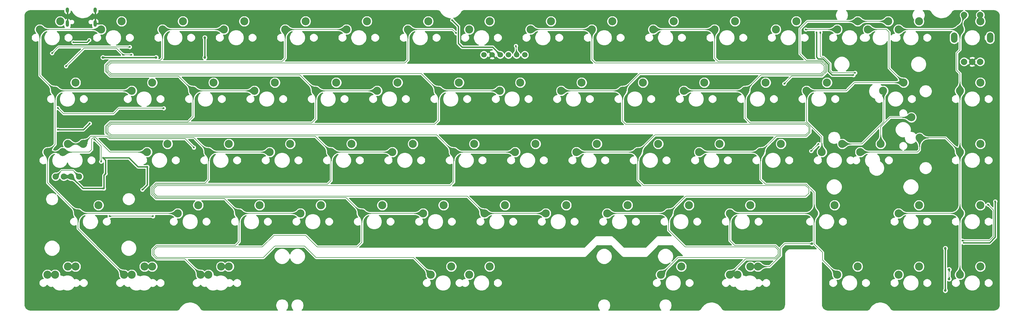
<source format=gbr>
G04 #@! TF.GenerationSoftware,KiCad,Pcbnew,(5.1.10)-1*
G04 #@! TF.CreationDate,2021-07-14T12:47:45+07:00*
G04 #@! TF.ProjectId,averange65,61766572-616e-4676-9536-352e6b696361,rev?*
G04 #@! TF.SameCoordinates,Original*
G04 #@! TF.FileFunction,Copper,L1,Top*
G04 #@! TF.FilePolarity,Positive*
%FSLAX46Y46*%
G04 Gerber Fmt 4.6, Leading zero omitted, Abs format (unit mm)*
G04 Created by KiCad (PCBNEW (5.1.10)-1) date 2021-07-14 12:47:45*
%MOMM*%
%LPD*%
G01*
G04 APERTURE LIST*
G04 #@! TA.AperFunction,ComponentPad*
%ADD10C,2.500000*%
G04 #@! TD*
G04 #@! TA.AperFunction,ComponentPad*
%ADD11C,1.905000*%
G04 #@! TD*
G04 #@! TA.AperFunction,ComponentPad*
%ADD12C,1.700000*%
G04 #@! TD*
G04 #@! TA.AperFunction,ComponentPad*
%ADD13C,2.000000*%
G04 #@! TD*
G04 #@! TA.AperFunction,ComponentPad*
%ADD14O,2.000000X3.200000*%
G04 #@! TD*
G04 #@! TA.AperFunction,ComponentPad*
%ADD15O,1.000000X2.100000*%
G04 #@! TD*
G04 #@! TA.AperFunction,ComponentPad*
%ADD16O,1.000000X1.600000*%
G04 #@! TD*
G04 #@! TA.AperFunction,ViaPad*
%ADD17C,0.600000*%
G04 #@! TD*
G04 #@! TA.AperFunction,ViaPad*
%ADD18C,0.800000*%
G04 #@! TD*
G04 #@! TA.AperFunction,Conductor*
%ADD19C,0.400000*%
G04 #@! TD*
G04 #@! TA.AperFunction,Conductor*
%ADD20C,1.000000*%
G04 #@! TD*
G04 #@! TA.AperFunction,Conductor*
%ADD21C,0.200000*%
G04 #@! TD*
G04 #@! TA.AperFunction,Conductor*
%ADD22C,0.254000*%
G04 #@! TD*
G04 #@! TA.AperFunction,Conductor*
%ADD23C,0.100000*%
G04 #@! TD*
G04 #@! TA.AperFunction,Conductor*
%ADD24C,0.025400*%
G04 #@! TD*
G04 APERTURE END LIST*
D10*
X276225254Y-72707500D03*
X278765254Y-79057500D03*
X133350670Y-119063060D03*
X127000670Y-121603060D03*
D11*
X15240038Y-91122500D03*
X17780038Y-91122500D03*
X13017534Y-91122500D03*
X10477534Y-91122500D03*
D10*
X291307610Y-121603060D03*
X297657610Y-119063060D03*
X272257530Y-121603060D03*
X278607530Y-119063060D03*
X253207450Y-121603060D03*
X259557450Y-119063060D03*
X222251070Y-121603060D03*
X228601070Y-119063060D03*
X198438470Y-121603060D03*
X204788470Y-119063060D03*
X219869810Y-121603060D03*
X226219810Y-119063060D03*
X145256970Y-119063060D03*
X138906970Y-121603060D03*
X57944130Y-121603060D03*
X64294130Y-119063060D03*
X34131530Y-121603060D03*
X40481530Y-119063060D03*
X55562870Y-121603060D03*
X61912870Y-119063060D03*
X31750270Y-121603060D03*
X38100270Y-119063060D03*
X7937670Y-121603060D03*
X14287670Y-119063060D03*
X248443986Y-83502500D03*
X254793986Y-80962500D03*
X291306522Y-102552500D03*
X297656522Y-100012500D03*
X272256506Y-102552500D03*
X278606506Y-100012500D03*
X246062734Y-102552500D03*
X252412734Y-100012500D03*
X219868962Y-102552500D03*
X226218962Y-100012500D03*
X200818946Y-102552500D03*
X207168946Y-100012500D03*
X181768930Y-102552500D03*
X188118930Y-100012500D03*
X162718914Y-102552500D03*
X169068914Y-100012500D03*
X143668898Y-102552500D03*
X150018898Y-100012500D03*
X124618882Y-102552500D03*
X130968882Y-100012500D03*
X105568866Y-102552500D03*
X111918866Y-100012500D03*
X86518850Y-102552500D03*
X92868850Y-100012500D03*
X67468834Y-102552500D03*
X73818834Y-100012500D03*
X291306522Y-83502500D03*
X297656522Y-80962500D03*
X48418818Y-102552500D03*
X54768818Y-100012500D03*
X266700246Y-80962500D03*
X260350246Y-83502500D03*
X23812542Y-100012500D03*
X17462542Y-102552500D03*
X10318930Y-121603060D03*
X16668930Y-119063060D03*
X229393970Y-83502500D03*
X235743970Y-80962500D03*
X210343954Y-83502500D03*
X216693954Y-80962500D03*
X191293938Y-83502500D03*
X197643938Y-80962500D03*
X172243922Y-83502500D03*
X178593922Y-80962500D03*
X153193906Y-83502500D03*
X159543906Y-80962500D03*
X134143890Y-83502500D03*
X140493890Y-80962500D03*
X115093874Y-83502500D03*
X121443874Y-80962500D03*
X96043858Y-83502500D03*
X102393858Y-80962500D03*
X76993842Y-83502500D03*
X83343842Y-80962500D03*
X57943826Y-83502500D03*
X64293826Y-80962500D03*
X38893810Y-83502500D03*
X45243810Y-80962500D03*
X291306522Y-64452500D03*
X297656522Y-61912500D03*
X267494002Y-64452500D03*
X273844002Y-61912500D03*
X12700038Y-83502500D03*
X19050038Y-80962500D03*
X7937534Y-83502500D03*
X14287534Y-80962500D03*
X243681482Y-64452500D03*
X250031482Y-61912500D03*
X224631466Y-64452500D03*
X230981466Y-61912500D03*
X205581450Y-64452500D03*
X211931450Y-61912500D03*
X186531434Y-64452500D03*
X192881434Y-61912500D03*
X167481418Y-64452500D03*
X173831418Y-61912500D03*
X148431402Y-64452500D03*
X154781402Y-61912500D03*
X129381386Y-64452500D03*
X135731386Y-61912500D03*
X110331370Y-64452500D03*
X116681370Y-61912500D03*
X91281354Y-64452500D03*
X97631354Y-61912500D03*
X72231338Y-64452500D03*
X78581338Y-61912500D03*
X53181322Y-64452500D03*
X59531322Y-61912500D03*
X34131306Y-64452500D03*
X40481306Y-61912500D03*
X10318786Y-64452500D03*
X16668786Y-61912500D03*
X269081250Y-42862500D03*
X262731250Y-45402500D03*
X291306250Y-45402500D03*
X297656250Y-42862500D03*
X272256250Y-45402500D03*
X278606250Y-42862500D03*
X253206250Y-45402500D03*
X259556250Y-42862500D03*
X234156250Y-45402500D03*
X240506250Y-42862500D03*
X215106250Y-45402500D03*
X221456250Y-42862500D03*
X196056250Y-45402500D03*
X202406250Y-42862500D03*
X177006250Y-45402500D03*
X183356250Y-42862500D03*
X157956250Y-45402500D03*
X164306250Y-42862500D03*
X138906250Y-45402500D03*
X145256250Y-42862500D03*
X119856250Y-45402500D03*
X126206250Y-42862500D03*
X100806250Y-45402500D03*
X107156250Y-42862500D03*
X81756250Y-45402500D03*
X88106250Y-42862500D03*
X62706250Y-45402500D03*
X69056250Y-42862500D03*
X43656250Y-45402500D03*
X50006250Y-42862500D03*
X24606250Y-45402500D03*
X30956250Y-42862500D03*
X5556250Y-45402500D03*
X11906250Y-42862500D03*
D12*
X146018250Y-53276500D03*
X143478250Y-53276500D03*
X153638250Y-53276500D03*
X151098250Y-53276500D03*
X148558250Y-53276500D03*
X156178250Y-53276500D03*
D13*
X292616250Y-55442500D03*
X295116250Y-55442500D03*
X297616250Y-55442500D03*
D14*
X289516250Y-47942500D03*
X300716250Y-47942500D03*
D13*
X292616250Y-40942500D03*
X297616250Y-40942500D03*
D15*
X14133850Y-43572500D03*
X22773850Y-43572500D03*
D16*
X14133850Y-39392500D03*
X22773850Y-39392500D03*
D17*
X246805450Y-46316900D03*
X258230649Y-59570899D03*
X292512750Y-111696500D03*
X302283760Y-98821570D03*
X25495250Y-94805500D03*
X26003250Y-90205420D03*
X25241250Y-85280500D03*
X38957250Y-88074500D03*
X37433250Y-95186500D03*
X16003850Y-49392500D03*
X20903850Y-48723900D03*
X11157090Y-76530340D03*
X21050250Y-74612500D03*
X133635750Y-42545000D03*
D18*
X41687750Y-54102000D03*
X56800750Y-54102000D03*
X25177750Y-54102000D03*
X56800750Y-47942496D03*
X286783060Y-126524100D03*
X286783060Y-113427170D03*
D17*
X109379330Y-111046130D03*
X128429410Y-111046130D03*
X33774325Y-80685065D03*
X31988380Y-80685065D03*
X174863980Y-49728685D03*
X212964140Y-49728685D03*
X251064300Y-49728685D03*
X139740395Y-49728685D03*
X98663660Y-49728685D03*
X60563500Y-49728685D03*
X247492410Y-41394275D03*
X20161250Y-47561500D03*
X14319250Y-59118500D03*
X9239250Y-77533500D03*
X18002250Y-78803500D03*
X12342985Y-79494435D03*
X5683250Y-97218500D03*
X24249285Y-61039670D03*
X93305825Y-41394275D03*
X131476750Y-42291000D03*
X169506145Y-41394275D03*
X207606305Y-41394275D03*
X238562685Y-54491205D03*
X219512605Y-54491205D03*
X200462525Y-54491205D03*
X182007760Y-54491205D03*
X162957680Y-54491205D03*
X249873670Y-75922545D03*
X52229090Y-110450815D03*
X71279170Y-111046130D03*
X95687085Y-111046130D03*
X190342170Y-111046130D03*
X190342170Y-130691525D03*
X121880945Y-130691525D03*
X61754130Y-91400735D03*
X80804210Y-91400735D03*
X99854290Y-91400735D03*
X118904370Y-91400735D03*
X176054610Y-91400735D03*
X157004530Y-91400735D03*
X137359135Y-91400735D03*
X195104690Y-91400735D03*
X214154770Y-91400735D03*
X209392250Y-72350655D03*
X190342170Y-72350655D03*
X171292090Y-72350655D03*
X152242010Y-72350655D03*
X133191930Y-72350655D03*
X114141850Y-72350655D03*
X95091770Y-72350655D03*
X76041690Y-72350655D03*
X56991610Y-72350655D03*
X20859750Y-76517500D03*
D18*
X281717750Y-41783000D03*
X233204710Y-111045910D03*
X214749945Y-111045910D03*
X205820220Y-130691305D03*
X223679670Y-130691305D03*
X227251560Y-130691305D03*
D17*
X236776740Y-62230300D03*
X34004250Y-53276500D03*
X31417140Y-53276500D03*
X24606250Y-86453529D03*
X13708340Y-56808410D03*
X22552208Y-79565500D03*
X53435250Y-82105500D03*
X247350920Y-80962500D03*
X245135085Y-83178335D03*
X40735250Y-103441500D03*
X27241542Y-103441500D03*
X44056260Y-69894490D03*
X11144250Y-69786500D03*
X134863390Y-46545500D03*
X243427250Y-45402500D03*
D18*
X245362734Y-111961970D03*
D17*
X33515260Y-50844490D03*
X9366250Y-52768500D03*
X153432640Y-50530890D03*
X247973850Y-46316900D03*
X258769611Y-58870899D03*
X300069250Y-99807060D03*
X292068989Y-110996500D03*
D18*
X287973690Y-122952210D03*
X287973690Y-119975635D03*
D19*
X135563390Y-49718885D02*
X136763820Y-50919315D01*
X146201065Y-50919315D02*
X148558250Y-53276500D01*
X136763820Y-50919315D02*
X146201065Y-50919315D01*
X251626649Y-59570899D02*
X258230649Y-59570899D01*
X250452100Y-58396350D02*
X251626649Y-59570899D01*
X248728087Y-54513615D02*
X250452100Y-56237628D01*
X247331365Y-54513615D02*
X248728087Y-54513615D01*
X250452100Y-56237628D02*
X250452100Y-58396350D01*
X246805450Y-53987700D02*
X247331365Y-54513615D01*
X246805450Y-46316900D02*
X246805450Y-53987700D01*
D20*
X13017534Y-91122500D02*
X15240038Y-91122500D01*
D19*
X302283760Y-109935110D02*
X302283760Y-98821570D01*
X300522370Y-111696500D02*
X302283760Y-109935110D01*
X292512750Y-111696500D02*
X300522370Y-111696500D01*
X302283760Y-98821570D02*
X302283760Y-98821570D01*
X18923038Y-94805500D02*
X25495250Y-94805500D01*
X15240038Y-91122500D02*
X18923038Y-94805500D01*
X25495250Y-90713420D02*
X26003250Y-90205420D01*
X25495250Y-94805500D02*
X25495250Y-90713420D01*
X26003250Y-86042500D02*
X25241250Y-85280500D01*
X26003250Y-90205420D02*
X26003250Y-86042500D01*
X25241250Y-85280500D02*
X33242250Y-85280500D01*
X36036250Y-88074500D02*
X38957250Y-88074500D01*
X33242250Y-85280500D02*
X36036250Y-88074500D01*
X38957250Y-93662500D02*
X37433250Y-95186500D01*
X38957250Y-88074500D02*
X38957250Y-93662500D01*
X20235250Y-49392500D02*
X20903850Y-48723900D01*
X16003850Y-49392500D02*
X20235250Y-49392500D01*
X19132410Y-76530340D02*
X21050250Y-74612500D01*
X11157090Y-76530340D02*
X19132410Y-76530340D01*
X135563390Y-44472640D02*
X133635750Y-42545000D01*
X135563390Y-49718885D02*
X135563390Y-44472640D01*
X25177750Y-54102000D02*
X25177750Y-54102000D01*
X25177750Y-54102000D02*
X41687750Y-54102000D01*
X56800750Y-54102000D02*
X56800750Y-53536315D01*
X56800750Y-53536315D02*
X56800750Y-47942496D01*
X286783060Y-126524100D02*
X286783060Y-113427170D01*
D21*
X269081250Y-42862500D02*
X259556250Y-42862500D01*
X249952090Y-56444738D02*
X249952090Y-58484664D01*
X239084696Y-59922344D02*
X236776740Y-62230300D01*
X248520977Y-55013625D02*
X249952090Y-56444738D01*
X243640375Y-55013625D02*
X248520977Y-55013625D01*
X241649250Y-53022500D02*
X243640375Y-55013625D01*
X248514410Y-59922344D02*
X239084696Y-59922344D01*
X249952090Y-58484664D02*
X248514410Y-59922344D01*
X241649250Y-45148500D02*
X241649250Y-53022500D01*
X243935250Y-42862500D02*
X241649250Y-45148500D01*
X259556250Y-42862500D02*
X243935250Y-42862500D01*
X34004250Y-53276500D02*
X31417140Y-53276500D01*
X31417140Y-53276500D02*
X31417140Y-53276500D01*
X31417140Y-53276500D02*
X29385140Y-51244500D01*
X19272250Y-51244500D02*
X13708340Y-56808410D01*
X29385140Y-51244500D02*
X19272250Y-51244500D01*
X24606250Y-81619542D02*
X22552208Y-79565500D01*
X24606250Y-86453529D02*
X24606250Y-81619542D01*
X26422555Y-78565489D02*
X27232290Y-79375222D01*
X21447049Y-78565489D02*
X26422555Y-78565489D01*
X19050038Y-80962500D02*
X21447049Y-78565489D01*
X50704972Y-79375222D02*
X53435250Y-82105500D01*
X27232290Y-79375222D02*
X50704972Y-79375222D01*
X14287534Y-80962500D02*
X19050038Y-80962500D01*
X267724155Y-74064595D02*
X267724155Y-64452500D01*
X260826250Y-80962500D02*
X267724155Y-74064595D01*
X254793986Y-80962500D02*
X260826250Y-80962500D01*
X247350920Y-80962500D02*
X245135085Y-83178335D01*
X269646950Y-72707500D02*
X276225254Y-72707500D01*
X266700246Y-75654204D02*
X269646950Y-72707500D01*
X266700246Y-80962500D02*
X266700246Y-75654204D01*
X40735250Y-103441500D02*
X40735250Y-103441500D01*
X27241542Y-103441500D02*
X40735250Y-103441500D01*
X44056260Y-69894490D02*
X30086260Y-69894490D01*
X30086260Y-69894490D02*
X28416250Y-71564500D01*
X12922250Y-71564500D02*
X11144250Y-69786500D01*
X28416250Y-71564500D02*
X12922250Y-71564500D01*
X5556250Y-59689964D02*
X10318786Y-64452500D01*
X5556250Y-45402500D02*
X5556250Y-59689964D01*
X10318786Y-81121248D02*
X7937534Y-83502500D01*
X10318786Y-64452500D02*
X10318786Y-81121248D01*
X7937534Y-93027492D02*
X17462542Y-102552500D01*
X7937534Y-83502500D02*
X7937534Y-93027492D01*
X17462542Y-107315332D02*
X31750270Y-121603060D01*
X17462542Y-102552500D02*
X17462542Y-107315332D01*
X8511276Y-45402500D02*
X5556250Y-45402500D01*
X24606250Y-45402500D02*
X8511276Y-45402500D01*
X7937534Y-83502500D02*
X12700038Y-83502500D01*
X12700038Y-83502500D02*
X20923250Y-83502500D01*
X20923250Y-83502500D02*
X21685250Y-82740500D01*
X22840221Y-78965499D02*
X22264219Y-78965499D01*
X21685250Y-79544468D02*
X21685250Y-82740500D01*
X22264219Y-78965499D02*
X21685250Y-79544468D01*
X27377222Y-83502500D02*
X22840221Y-78965499D01*
X38893810Y-83502500D02*
X27377222Y-83502500D01*
X48418818Y-102552500D02*
X17462542Y-102552500D01*
X28416250Y-64452500D02*
X34131306Y-64452500D01*
X10318786Y-64452500D02*
X28416250Y-64452500D01*
X43656250Y-45402500D02*
X43656250Y-54253884D01*
X43656250Y-54253884D02*
X42894250Y-55015884D01*
X25955835Y-58483074D02*
X27397980Y-59925213D01*
X27394124Y-55015884D02*
X25955834Y-56454176D01*
X25955834Y-56454176D02*
X25955835Y-58483074D01*
X42894250Y-55015884D02*
X27394124Y-55015884D01*
X48654035Y-59925213D02*
X53181322Y-64452500D01*
X27397980Y-59925213D02*
X48654035Y-59925213D01*
X53181322Y-64452500D02*
X53181322Y-72478280D01*
X53181322Y-72478280D02*
X51593750Y-74065852D01*
X25955834Y-75504176D02*
X25955835Y-77533074D01*
X25955835Y-77533074D02*
X27397979Y-78975212D01*
X27394156Y-74065852D02*
X25955834Y-75504176D01*
X51593750Y-74065852D02*
X27394156Y-74065852D01*
X53416538Y-78975212D02*
X57943826Y-83502500D01*
X27397979Y-78975212D02*
X53416538Y-78975212D01*
X57943826Y-83502500D02*
X57943826Y-92074924D01*
X57943826Y-92074924D02*
X56905113Y-93113637D01*
X40250675Y-96591890D02*
X41680324Y-98021539D01*
X40250675Y-94548543D02*
X40250675Y-96591890D01*
X41685583Y-93113638D02*
X40250675Y-94548543D01*
X56905113Y-93113637D02*
X41685583Y-93113638D01*
X62937873Y-98021539D02*
X67468834Y-102552500D01*
X41680324Y-98021539D02*
X62937873Y-98021539D01*
X67468834Y-102552500D02*
X67468834Y-111349876D01*
X67468834Y-111349876D02*
X66262250Y-112556460D01*
X40643459Y-115460221D02*
X41851748Y-116668510D01*
X40643459Y-113762704D02*
X40643459Y-115460221D01*
X41849703Y-112556460D02*
X40643459Y-113762704D01*
X66262250Y-112556460D02*
X41849703Y-112556460D01*
X50628320Y-116668510D02*
X55562870Y-121603060D01*
X41851748Y-116668510D02*
X50628320Y-116668510D01*
X62706250Y-45402500D02*
X43656250Y-45402500D01*
X53181322Y-64452500D02*
X72231338Y-64452500D01*
X57943826Y-83502500D02*
X76993842Y-83502500D01*
X67468834Y-102552500D02*
X86518850Y-102552500D01*
X81756250Y-45402500D02*
X81756250Y-54399894D01*
X81756250Y-54399894D02*
X80740250Y-55415894D01*
X26355844Y-58317383D02*
X27563669Y-59525203D01*
X26355843Y-56619864D02*
X26355844Y-58317383D01*
X27559813Y-55415894D02*
X26355843Y-56619864D01*
X80740250Y-55415894D02*
X27559813Y-55415894D01*
X86354057Y-59525203D02*
X91281354Y-64452500D01*
X27563669Y-59525203D02*
X86354057Y-59525203D01*
X91281354Y-64452500D02*
X91281354Y-73195758D01*
X91281354Y-73195758D02*
X90011250Y-74465862D01*
X26355844Y-77367383D02*
X27563668Y-78575202D01*
X26355843Y-75669864D02*
X26355844Y-77367383D01*
X27559845Y-74465862D02*
X26355843Y-75669864D01*
X90011250Y-74465862D02*
X27559845Y-74465862D01*
X91116560Y-78575202D02*
X96043858Y-83502500D01*
X27563668Y-78575202D02*
X91116560Y-78575202D01*
X96043858Y-83502500D02*
X96043858Y-92370627D01*
X96043858Y-92370627D02*
X94900749Y-93513735D01*
X40650685Y-96426201D02*
X41846013Y-97621529D01*
X40650685Y-94714232D02*
X40650685Y-96426201D01*
X41851273Y-93513647D02*
X40650685Y-94714232D01*
X94900661Y-93513647D02*
X41851273Y-93513647D01*
X94900749Y-93513735D02*
X94900661Y-93513647D01*
X100637895Y-97621529D02*
X105568866Y-102552500D01*
X41846013Y-97621529D02*
X100637895Y-97621529D01*
X121666110Y-116268500D02*
X127000670Y-121603060D01*
X74706082Y-112968010D02*
X74694542Y-112956470D01*
X105568866Y-102552500D02*
X105568866Y-111507394D01*
X105568866Y-111507394D02*
X104108250Y-112968010D01*
X41043469Y-115294532D02*
X42017437Y-116268500D01*
X104108250Y-112968010D02*
X91664858Y-112968010D01*
X91664858Y-112968010D02*
X88092968Y-109396120D01*
X88092968Y-109396120D02*
X78277972Y-109396120D01*
X78277972Y-109396120D02*
X74706082Y-112968010D01*
X74694542Y-112956470D02*
X42015392Y-112956470D01*
X41043469Y-113928393D02*
X41043469Y-115294532D01*
X42015392Y-112956470D02*
X41043469Y-113928393D01*
X121666110Y-116268500D02*
X91375372Y-116268500D01*
X91375372Y-116268500D02*
X87803012Y-112696140D01*
X87803012Y-112696140D02*
X78567928Y-112696140D01*
X78567928Y-112696140D02*
X74996038Y-116268030D01*
X50768250Y-116268500D02*
X42017437Y-116268500D01*
X50768720Y-116268030D02*
X50768250Y-116268500D01*
X74996038Y-116268030D02*
X50768720Y-116268030D01*
X100806250Y-45402500D02*
X81756250Y-45402500D01*
X124618882Y-102552500D02*
X105568866Y-102552500D01*
X96043858Y-83502500D02*
X115093874Y-83502500D01*
X91281354Y-64452500D02*
X110331370Y-64452500D01*
X119856250Y-45402500D02*
X119856250Y-54926900D01*
X119856250Y-54926900D02*
X118967246Y-55815904D01*
X26755853Y-58151692D02*
X27729358Y-59125193D01*
X26755853Y-56785553D02*
X26755853Y-58151692D01*
X27725502Y-55815904D02*
X26755853Y-56785553D01*
X118967246Y-55815904D02*
X27725502Y-55815904D01*
X124054079Y-59125193D02*
X129381386Y-64452500D01*
X27729358Y-59125193D02*
X124054079Y-59125193D01*
X129381386Y-64452500D02*
X129381386Y-73659235D01*
X129381386Y-73659235D02*
X128174749Y-74865872D01*
X26755853Y-77201692D02*
X27729357Y-78175192D01*
X26755853Y-75835553D02*
X26755853Y-77201692D01*
X27725534Y-74865872D02*
X26755853Y-75835553D01*
X128174749Y-74865872D02*
X27725534Y-74865872D01*
X128816582Y-78175192D02*
X134143890Y-83502500D01*
X27729357Y-78175192D02*
X128816582Y-78175192D01*
X134143890Y-83502500D02*
X134143890Y-92770673D01*
X134143890Y-92770673D02*
X133000749Y-93913813D01*
X133720390Y-45402500D02*
X119856250Y-45402500D01*
X134863390Y-46545500D02*
X133720390Y-45402500D01*
X138337917Y-97221519D02*
X143668898Y-102552500D01*
X42011702Y-97221519D02*
X138337917Y-97221519D01*
X41050695Y-96260512D02*
X42011702Y-97221519D01*
X41050695Y-94879921D02*
X41050695Y-96260512D01*
X42016965Y-93913651D02*
X41050695Y-94879921D01*
X133000748Y-93913813D02*
X42016965Y-93913651D01*
X143668898Y-102552500D02*
X162718914Y-102552500D01*
X134143890Y-83502500D02*
X153193906Y-83502500D01*
X129381386Y-64452500D02*
X148431402Y-64452500D01*
X186531434Y-64452500D02*
X191861610Y-59122324D01*
X249152070Y-56776112D02*
X248189599Y-55813645D01*
X249152070Y-58153286D02*
X249152070Y-56776112D01*
X248183032Y-59122324D02*
X249152070Y-58153286D01*
X191861610Y-59122324D02*
X248183032Y-59122324D01*
X219299604Y-55814146D02*
X178022243Y-55814869D01*
X219300105Y-55813645D02*
X219299604Y-55814146D01*
X248189599Y-55813645D02*
X219300105Y-55813645D01*
X177006250Y-54798876D02*
X178022243Y-55814869D01*
X177006250Y-45402500D02*
X177006250Y-54798876D01*
X186531434Y-64452500D02*
X186531434Y-73849095D01*
X191293938Y-83502500D02*
X196623981Y-78172457D01*
X244390470Y-75837507D02*
X243416963Y-74864001D01*
X244390470Y-77203646D02*
X244390470Y-75837507D01*
X243421659Y-78172457D02*
X244390470Y-77203646D01*
X196623981Y-78172457D02*
X243421659Y-78172457D01*
X187546340Y-74864001D02*
X186531434Y-73849095D01*
X243416963Y-74864001D02*
X187546340Y-74864001D01*
X203769584Y-116271946D02*
X198438470Y-121603060D01*
X234854426Y-113926538D02*
X234854426Y-115307933D01*
X234854426Y-115307933D02*
X233890411Y-116271946D01*
X233891997Y-112964109D02*
X234854426Y-113926538D01*
X177006250Y-45402500D02*
X157956250Y-45402500D01*
X243422351Y-97221709D02*
X206149737Y-97221709D01*
X244390414Y-96253646D02*
X243422351Y-97221709D01*
X206149737Y-97221709D02*
X200818946Y-102552500D01*
X244390414Y-94887507D02*
X244390414Y-96253646D01*
X243416828Y-93913921D02*
X244390414Y-94887507D01*
X193008250Y-93913921D02*
X243416828Y-93913921D01*
X191293938Y-92199609D02*
X193008250Y-93913921D01*
X191293938Y-83502500D02*
X191293938Y-92199609D01*
X200818946Y-102552500D02*
X200818946Y-107821618D01*
X200818946Y-107821618D02*
X205965325Y-112967998D01*
X233888108Y-112967998D02*
X233891997Y-112964109D01*
X205965325Y-112967998D02*
X233888108Y-112967998D01*
X233890411Y-116271946D02*
X203769584Y-116271946D01*
X167481418Y-64452500D02*
X186531434Y-64452500D01*
X172243922Y-83502500D02*
X191293938Y-83502500D01*
X181768930Y-102552500D02*
X200818946Y-102552500D01*
X215106250Y-45402500D02*
X215106250Y-54271194D01*
X215106250Y-54271194D02*
X216249247Y-55414192D01*
X249552080Y-58318975D02*
X248348721Y-59522334D01*
X249552080Y-56610427D02*
X249552080Y-58318975D01*
X219134416Y-55413635D02*
X248355288Y-55413635D01*
X219133910Y-55414141D02*
X219134416Y-55413635D01*
X248355288Y-55413635D02*
X249552080Y-56610427D01*
X216249247Y-55414192D02*
X219133910Y-55414141D01*
X229561632Y-59522334D02*
X224631466Y-64452500D01*
X248348721Y-59522334D02*
X229561632Y-59522334D01*
X224631466Y-64452500D02*
X224631466Y-72940207D01*
X224631466Y-72940207D02*
X226155250Y-74463991D01*
X244790480Y-77369335D02*
X243587348Y-78572467D01*
X244790480Y-75671818D02*
X244790480Y-77369335D01*
X243582652Y-74463991D02*
X244790480Y-75671818D01*
X226155250Y-74463991D02*
X243582652Y-74463991D01*
X234324003Y-78572467D02*
X229393970Y-83502500D01*
X243587348Y-78572467D02*
X234324003Y-78572467D01*
X246062734Y-95994128D02*
X246062734Y-102552500D01*
X229393970Y-91948220D02*
X230959661Y-93513911D01*
X229393970Y-83502500D02*
X229393970Y-91948220D01*
X215106250Y-45402500D02*
X196056250Y-45402500D01*
X230959661Y-93513911D02*
X243582517Y-93513911D01*
X243582517Y-93513911D02*
X246062734Y-95994128D01*
X222251070Y-121603060D02*
X223361810Y-121603060D01*
X219868962Y-102552500D02*
X246062734Y-102552500D01*
X210343954Y-83502500D02*
X229393970Y-83502500D01*
X205581450Y-64452500D02*
X224631466Y-64452500D01*
X246062734Y-112084130D02*
X248640251Y-114661647D01*
X246062734Y-102552500D02*
X246062734Y-112084130D01*
X248640251Y-117035861D02*
X253207450Y-121603060D01*
X248640251Y-114661647D02*
X248640251Y-117035861D01*
X219869810Y-121603060D02*
X224800914Y-116671956D01*
X235254436Y-115473622D02*
X235254436Y-113760849D01*
X235254436Y-113760849D02*
X234057687Y-112564101D01*
X234056101Y-116671955D02*
X235254436Y-115473622D01*
X224800914Y-116671956D02*
X234056101Y-116671955D01*
X219868962Y-102552500D02*
X219868962Y-111044200D01*
X221388863Y-112564101D02*
X234057687Y-112564101D01*
X219868962Y-111044200D02*
X221388863Y-112564101D01*
X243681482Y-64452500D02*
X243681482Y-73997123D01*
X248443986Y-78759627D02*
X248443986Y-83502500D01*
X243681482Y-73997123D02*
X248443986Y-78759627D01*
X268446250Y-45402500D02*
X262731250Y-45402500D01*
X269335250Y-46291500D02*
X268446250Y-45402500D01*
X269335250Y-57403748D02*
X269335250Y-46291500D01*
X273844002Y-61912500D02*
X269335250Y-57403748D01*
X258525880Y-61912500D02*
X273844002Y-61912500D01*
X255985880Y-64452500D02*
X258525880Y-61912500D01*
X243681482Y-64452500D02*
X255985880Y-64452500D01*
X253206250Y-45402500D02*
X243427250Y-45402500D01*
X292616250Y-40942500D02*
X291306250Y-45402500D01*
X272256250Y-45402500D02*
X291306250Y-45402500D01*
X286861522Y-79057500D02*
X291306522Y-83502500D01*
X278765254Y-79057500D02*
X286861522Y-79057500D01*
X291306522Y-64452500D02*
X291306522Y-83502500D01*
X291306250Y-64452228D02*
X291306522Y-64452500D01*
X272256506Y-102552500D02*
X291306522Y-102552500D01*
X291306522Y-83502500D02*
X291306522Y-102552500D01*
X291306522Y-121601972D02*
X291307610Y-121603060D01*
X291306522Y-102552500D02*
X291306522Y-121601972D01*
X291306250Y-51754100D02*
X291306250Y-45402500D01*
X290355090Y-52705260D02*
X291306250Y-51754100D01*
X290355090Y-58063095D02*
X290355090Y-52705260D01*
X291306522Y-59014527D02*
X290355090Y-58063095D01*
X291306522Y-64452500D02*
X291306522Y-59014527D01*
X278765254Y-82835496D02*
X278765254Y-79057500D01*
X278098250Y-83502500D02*
X278765254Y-82835496D01*
X260350246Y-83502500D02*
X278098250Y-83502500D01*
X235654446Y-115639311D02*
X235654446Y-113194696D01*
X232230697Y-119063060D02*
X235654446Y-115639311D01*
X228601070Y-119063060D02*
X232230697Y-119063060D01*
X236887172Y-111961970D02*
X245362734Y-111961970D01*
X235654446Y-113194696D02*
X236887172Y-111961970D01*
X11290260Y-50844490D02*
X9366250Y-52768500D01*
X33515260Y-50844490D02*
X11290260Y-50844490D01*
X153432640Y-50530890D02*
X153638250Y-53276500D01*
X251633769Y-58870899D02*
X258769611Y-58870899D01*
X250952110Y-58189240D02*
X251633769Y-58870899D01*
X250952110Y-56030518D02*
X250952110Y-58189240D01*
X248935197Y-54013605D02*
X250952110Y-56030518D01*
X248253755Y-54013605D02*
X248935197Y-54013605D01*
X247973850Y-53733700D02*
X248253755Y-54013605D01*
X247973850Y-46316900D02*
X247973850Y-53733700D01*
X301783750Y-101521560D02*
X300069250Y-99807060D01*
X301783750Y-109728000D02*
X301783750Y-101521560D01*
X300515250Y-110996500D02*
X301783750Y-109728000D01*
X292068989Y-110996500D02*
X300515250Y-110996500D01*
X287973690Y-122952210D02*
X287973690Y-119975635D01*
X10477534Y-91122500D02*
X12382534Y-89217500D01*
X15875038Y-89217500D02*
X17780038Y-91122500D01*
X12382534Y-89217500D02*
X15875038Y-89217500D01*
D22*
X297183791Y-39516875D02*
X296913975Y-39628637D01*
X296671147Y-39790889D01*
X296464639Y-39997397D01*
X296302387Y-40240225D01*
X296190625Y-40510041D01*
X296133650Y-40796477D01*
X296133650Y-41088523D01*
X296190625Y-41374959D01*
X296302387Y-41644775D01*
X296350982Y-41717502D01*
X296310452Y-41758032D01*
X296120840Y-42041806D01*
X295990233Y-42357119D01*
X295923650Y-42691854D01*
X295923650Y-43033146D01*
X295990233Y-43367881D01*
X296120840Y-43683194D01*
X296310452Y-43966968D01*
X296551782Y-44208298D01*
X296835556Y-44397910D01*
X297150869Y-44528517D01*
X297485604Y-44595100D01*
X297826896Y-44595100D01*
X298161631Y-44528517D01*
X298476944Y-44397910D01*
X298760718Y-44208298D01*
X299002048Y-43966968D01*
X299191660Y-43683194D01*
X299322267Y-43367881D01*
X299388850Y-43033146D01*
X299388850Y-42691854D01*
X299322267Y-42357119D01*
X299191660Y-42041806D01*
X299002048Y-41758032D01*
X298913562Y-41669546D01*
X298930113Y-41644775D01*
X299041875Y-41374959D01*
X299098850Y-41088523D01*
X299098850Y-40796477D01*
X299041875Y-40510041D01*
X298930113Y-40240225D01*
X298767861Y-39997397D01*
X298561353Y-39790889D01*
X298318525Y-39628637D01*
X298048709Y-39516875D01*
X297964374Y-39500100D01*
X301838977Y-39500100D01*
X302194451Y-39534955D01*
X302510155Y-39630271D01*
X302801328Y-39785090D01*
X303056889Y-39993521D01*
X303267099Y-40247620D01*
X303423947Y-40537706D01*
X303521464Y-40852733D01*
X303558651Y-41206544D01*
X303558650Y-130865226D01*
X303523795Y-131220705D01*
X303428479Y-131536406D01*
X303273659Y-131827580D01*
X303065229Y-132083139D01*
X302811130Y-132293349D01*
X302521047Y-132450196D01*
X302206016Y-132547714D01*
X301852216Y-132584900D01*
X270691435Y-132584900D01*
X270481423Y-132564456D01*
X270305815Y-132511570D01*
X270143819Y-132425580D01*
X270001611Y-132309763D01*
X269877256Y-132159657D01*
X269818271Y-132060667D01*
X269779379Y-131988708D01*
X269763996Y-131965893D01*
X269750894Y-131941702D01*
X269746491Y-131935282D01*
X269395281Y-131430706D01*
X269362470Y-131392207D01*
X269330259Y-131353325D01*
X269324703Y-131347893D01*
X269324693Y-131347881D01*
X269324682Y-131347872D01*
X268882165Y-130921133D01*
X268842540Y-130889771D01*
X268803351Y-130857854D01*
X268796834Y-130853596D01*
X268279846Y-130520928D01*
X268234864Y-130497850D01*
X268190241Y-130474163D01*
X268183025Y-130471254D01*
X268183021Y-130471252D01*
X268183017Y-130471251D01*
X267611263Y-130245337D01*
X267562640Y-130231431D01*
X267514281Y-130216867D01*
X267506643Y-130215416D01*
X267506633Y-130215413D01*
X267506623Y-130215412D01*
X266901884Y-130104857D01*
X266851548Y-130100665D01*
X266801220Y-130095766D01*
X266793435Y-130095826D01*
X266178729Y-130104837D01*
X266128490Y-130110507D01*
X266078216Y-130115472D01*
X266070602Y-130117041D01*
X266070591Y-130117042D01*
X266070581Y-130117045D01*
X265469343Y-130245279D01*
X265421184Y-130260592D01*
X265372809Y-130275234D01*
X265365641Y-130278253D01*
X265365635Y-130278255D01*
X265365630Y-130278258D01*
X264800744Y-130520834D01*
X264756465Y-130545217D01*
X264711868Y-130568969D01*
X264705417Y-130573327D01*
X264198402Y-130921006D01*
X264159698Y-130953529D01*
X264120568Y-130985487D01*
X264115092Y-130991010D01*
X264115086Y-130991015D01*
X264115081Y-130991021D01*
X263685259Y-131430552D01*
X263653620Y-131469959D01*
X263621432Y-131508922D01*
X263617128Y-131515410D01*
X263280859Y-132030063D01*
X263280843Y-132030094D01*
X263280539Y-132030553D01*
X263150525Y-132229994D01*
X263022436Y-132361252D01*
X262871286Y-132465135D01*
X262702844Y-132537677D01*
X262512245Y-132578538D01*
X262401321Y-132584837D01*
X250292515Y-132584837D01*
X249937036Y-132549982D01*
X249621335Y-132454666D01*
X249330161Y-132299846D01*
X249074602Y-132091416D01*
X248864392Y-131837317D01*
X248707545Y-131547234D01*
X248610027Y-131232203D01*
X248572841Y-130878403D01*
X248572841Y-117792371D01*
X250830358Y-120049888D01*
X250876540Y-120097150D01*
X250919048Y-120142746D01*
X250959789Y-120188601D01*
X250998803Y-120234734D01*
X251036179Y-120281227D01*
X251071840Y-120327961D01*
X251105866Y-120375015D01*
X251138250Y-120422353D01*
X251169046Y-120470028D01*
X251198269Y-120518046D01*
X251225939Y-120566415D01*
X251252069Y-120615136D01*
X251276685Y-120664238D01*
X251299829Y-120713789D01*
X251321477Y-120763725D01*
X251341694Y-120814185D01*
X251360461Y-120865121D01*
X251377789Y-120916554D01*
X251393701Y-120968558D01*
X251408206Y-121021176D01*
X251421282Y-121074345D01*
X251432964Y-121128231D01*
X251443224Y-121182750D01*
X251452069Y-121237987D01*
X251459498Y-121294004D01*
X251465484Y-121350691D01*
X251470038Y-121408270D01*
X251473129Y-121466551D01*
X251474756Y-121525740D01*
X251474850Y-121564990D01*
X251474850Y-121773706D01*
X251541433Y-122108441D01*
X251672040Y-122423754D01*
X251861652Y-122707528D01*
X251939584Y-122785460D01*
X251803738Y-122785460D01*
X251541453Y-122837632D01*
X251294385Y-122939970D01*
X251072030Y-123088543D01*
X250882933Y-123277640D01*
X250734360Y-123499995D01*
X250632022Y-123747063D01*
X250579850Y-124009348D01*
X250579850Y-124276772D01*
X250632022Y-124539057D01*
X250734360Y-124786125D01*
X250882933Y-125008480D01*
X251072030Y-125197577D01*
X251294385Y-125346150D01*
X251541453Y-125448488D01*
X251803738Y-125500660D01*
X252071162Y-125500660D01*
X252333447Y-125448488D01*
X252580515Y-125346150D01*
X252802870Y-125197577D01*
X252991967Y-125008480D01*
X253140540Y-124786125D01*
X253242878Y-124539057D01*
X253295050Y-124276772D01*
X253295050Y-124009348D01*
X253273130Y-123899146D01*
X254540950Y-123899146D01*
X254540950Y-124386974D01*
X254636120Y-124865428D01*
X254822804Y-125316123D01*
X255093827Y-125721737D01*
X255438773Y-126066683D01*
X255844387Y-126337706D01*
X256295082Y-126524390D01*
X256773536Y-126619560D01*
X257261364Y-126619560D01*
X257739818Y-126524390D01*
X258190513Y-126337706D01*
X258596127Y-126066683D01*
X258941073Y-125721737D01*
X259212096Y-125316123D01*
X259398780Y-124865428D01*
X259493950Y-124386974D01*
X259493950Y-124009348D01*
X260739850Y-124009348D01*
X260739850Y-124276772D01*
X260792022Y-124539057D01*
X260894360Y-124786125D01*
X261042933Y-125008480D01*
X261232030Y-125197577D01*
X261454385Y-125346150D01*
X261701453Y-125448488D01*
X261963738Y-125500660D01*
X262231162Y-125500660D01*
X262493447Y-125448488D01*
X262740515Y-125346150D01*
X262962870Y-125197577D01*
X263151967Y-125008480D01*
X263300540Y-124786125D01*
X263402878Y-124539057D01*
X263455050Y-124276772D01*
X263455050Y-124009348D01*
X269629930Y-124009348D01*
X269629930Y-124276772D01*
X269682102Y-124539057D01*
X269784440Y-124786125D01*
X269933013Y-125008480D01*
X270122110Y-125197577D01*
X270344465Y-125346150D01*
X270591533Y-125448488D01*
X270853818Y-125500660D01*
X271121242Y-125500660D01*
X271383527Y-125448488D01*
X271630595Y-125346150D01*
X271852950Y-125197577D01*
X272042047Y-125008480D01*
X272190620Y-124786125D01*
X272292958Y-124539057D01*
X272345130Y-124276772D01*
X272345130Y-124009348D01*
X272323210Y-123899146D01*
X273591030Y-123899146D01*
X273591030Y-124386974D01*
X273686200Y-124865428D01*
X273872884Y-125316123D01*
X274143907Y-125721737D01*
X274488853Y-126066683D01*
X274894467Y-126337706D01*
X275345162Y-126524390D01*
X275823616Y-126619560D01*
X276311444Y-126619560D01*
X276789898Y-126524390D01*
X277240593Y-126337706D01*
X277646207Y-126066683D01*
X277991153Y-125721737D01*
X278262176Y-125316123D01*
X278448860Y-124865428D01*
X278544030Y-124386974D01*
X278544030Y-124009348D01*
X279789930Y-124009348D01*
X279789930Y-124276772D01*
X279842102Y-124539057D01*
X279944440Y-124786125D01*
X280093013Y-125008480D01*
X280282110Y-125197577D01*
X280504465Y-125346150D01*
X280751533Y-125448488D01*
X281013818Y-125500660D01*
X281281242Y-125500660D01*
X281543527Y-125448488D01*
X281790595Y-125346150D01*
X282012950Y-125197577D01*
X282202047Y-125008480D01*
X282350620Y-124786125D01*
X282452958Y-124539057D01*
X282505130Y-124276772D01*
X282505130Y-124009348D01*
X282452958Y-123747063D01*
X282350620Y-123499995D01*
X282202047Y-123277640D01*
X282012950Y-123088543D01*
X281790595Y-122939970D01*
X281543527Y-122837632D01*
X281281242Y-122785460D01*
X281013818Y-122785460D01*
X280751533Y-122837632D01*
X280504465Y-122939970D01*
X280282110Y-123088543D01*
X280093013Y-123277640D01*
X279944440Y-123499995D01*
X279842102Y-123747063D01*
X279789930Y-124009348D01*
X278544030Y-124009348D01*
X278544030Y-123899146D01*
X278448860Y-123420692D01*
X278262176Y-122969997D01*
X277991153Y-122564383D01*
X277646207Y-122219437D01*
X277240593Y-121948414D01*
X276789898Y-121761730D01*
X276311444Y-121666560D01*
X275823616Y-121666560D01*
X275345162Y-121761730D01*
X274894467Y-121948414D01*
X274488853Y-122219437D01*
X274143907Y-122564383D01*
X273872884Y-122969997D01*
X273686200Y-123420692D01*
X273591030Y-123899146D01*
X272323210Y-123899146D01*
X272292958Y-123747063D01*
X272190620Y-123499995D01*
X272079884Y-123334268D01*
X272086884Y-123335660D01*
X272428176Y-123335660D01*
X272762911Y-123269077D01*
X273078224Y-123138470D01*
X273361998Y-122948858D01*
X273603328Y-122707528D01*
X273792940Y-122423754D01*
X273923547Y-122108441D01*
X273990130Y-121773706D01*
X273990130Y-121432414D01*
X273923547Y-121097679D01*
X273792940Y-120782366D01*
X273603328Y-120498592D01*
X273361998Y-120257262D01*
X273078224Y-120067650D01*
X272762911Y-119937043D01*
X272428176Y-119870460D01*
X272086884Y-119870460D01*
X271752149Y-119937043D01*
X271436836Y-120067650D01*
X271153062Y-120257262D01*
X270911732Y-120498592D01*
X270722120Y-120782366D01*
X270591513Y-121097679D01*
X270524930Y-121432414D01*
X270524930Y-121773706D01*
X270591513Y-122108441D01*
X270722120Y-122423754D01*
X270911732Y-122707528D01*
X270989664Y-122785460D01*
X270853818Y-122785460D01*
X270591533Y-122837632D01*
X270344465Y-122939970D01*
X270122110Y-123088543D01*
X269933013Y-123277640D01*
X269784440Y-123499995D01*
X269682102Y-123747063D01*
X269629930Y-124009348D01*
X263455050Y-124009348D01*
X263402878Y-123747063D01*
X263300540Y-123499995D01*
X263151967Y-123277640D01*
X262962870Y-123088543D01*
X262740515Y-122939970D01*
X262493447Y-122837632D01*
X262231162Y-122785460D01*
X261963738Y-122785460D01*
X261701453Y-122837632D01*
X261454385Y-122939970D01*
X261232030Y-123088543D01*
X261042933Y-123277640D01*
X260894360Y-123499995D01*
X260792022Y-123747063D01*
X260739850Y-124009348D01*
X259493950Y-124009348D01*
X259493950Y-123899146D01*
X259398780Y-123420692D01*
X259212096Y-122969997D01*
X258941073Y-122564383D01*
X258596127Y-122219437D01*
X258190513Y-121948414D01*
X257739818Y-121761730D01*
X257261364Y-121666560D01*
X256773536Y-121666560D01*
X256295082Y-121761730D01*
X255844387Y-121948414D01*
X255438773Y-122219437D01*
X255093827Y-122564383D01*
X254822804Y-122969997D01*
X254636120Y-123420692D01*
X254540950Y-123899146D01*
X253273130Y-123899146D01*
X253242878Y-123747063D01*
X253140540Y-123499995D01*
X253029804Y-123334268D01*
X253036804Y-123335660D01*
X253378096Y-123335660D01*
X253712831Y-123269077D01*
X254028144Y-123138470D01*
X254311918Y-122948858D01*
X254553248Y-122707528D01*
X254742860Y-122423754D01*
X254873467Y-122108441D01*
X254940050Y-121773706D01*
X254940050Y-121432414D01*
X254873467Y-121097679D01*
X254742860Y-120782366D01*
X254553248Y-120498592D01*
X254311918Y-120257262D01*
X254028144Y-120067650D01*
X253712831Y-119937043D01*
X253378096Y-119870460D01*
X253169380Y-119870460D01*
X253130130Y-119870366D01*
X253070941Y-119868739D01*
X253012660Y-119865648D01*
X252955081Y-119861094D01*
X252898394Y-119855108D01*
X252842377Y-119847679D01*
X252787140Y-119838834D01*
X252732621Y-119828574D01*
X252678735Y-119816892D01*
X252625566Y-119803816D01*
X252572948Y-119789311D01*
X252520944Y-119773399D01*
X252469511Y-119756071D01*
X252418575Y-119737304D01*
X252368115Y-119717087D01*
X252318179Y-119695439D01*
X252268628Y-119672295D01*
X252219526Y-119647679D01*
X252170805Y-119621549D01*
X252122436Y-119593879D01*
X252074418Y-119564656D01*
X252026743Y-119533860D01*
X251979405Y-119501476D01*
X251932351Y-119467450D01*
X251885617Y-119431789D01*
X251839124Y-119394413D01*
X251792991Y-119355399D01*
X251747136Y-119314658D01*
X251701540Y-119272150D01*
X251654278Y-119225968D01*
X251320724Y-118892414D01*
X257824850Y-118892414D01*
X257824850Y-119233706D01*
X257891433Y-119568441D01*
X258022040Y-119883754D01*
X258211652Y-120167528D01*
X258452982Y-120408858D01*
X258736756Y-120598470D01*
X259052069Y-120729077D01*
X259386804Y-120795660D01*
X259728096Y-120795660D01*
X260062831Y-120729077D01*
X260378144Y-120598470D01*
X260661918Y-120408858D01*
X260903248Y-120167528D01*
X261092860Y-119883754D01*
X261223467Y-119568441D01*
X261290050Y-119233706D01*
X261290050Y-118892414D01*
X276874930Y-118892414D01*
X276874930Y-119233706D01*
X276941513Y-119568441D01*
X277072120Y-119883754D01*
X277261732Y-120167528D01*
X277503062Y-120408858D01*
X277786836Y-120598470D01*
X278102149Y-120729077D01*
X278436884Y-120795660D01*
X278778176Y-120795660D01*
X279112911Y-120729077D01*
X279428224Y-120598470D01*
X279711998Y-120408858D01*
X279953328Y-120167528D01*
X280142940Y-119883754D01*
X280273547Y-119568441D01*
X280340130Y-119233706D01*
X280340130Y-118892414D01*
X280273547Y-118557679D01*
X280142940Y-118242366D01*
X279953328Y-117958592D01*
X279711998Y-117717262D01*
X279428224Y-117527650D01*
X279112911Y-117397043D01*
X278778176Y-117330460D01*
X278436884Y-117330460D01*
X278102149Y-117397043D01*
X277786836Y-117527650D01*
X277503062Y-117717262D01*
X277261732Y-117958592D01*
X277072120Y-118242366D01*
X276941513Y-118557679D01*
X276874930Y-118892414D01*
X261290050Y-118892414D01*
X261223467Y-118557679D01*
X261092860Y-118242366D01*
X260903248Y-117958592D01*
X260661918Y-117717262D01*
X260378144Y-117527650D01*
X260062831Y-117397043D01*
X259728096Y-117330460D01*
X259386804Y-117330460D01*
X259052069Y-117397043D01*
X258736756Y-117527650D01*
X258452982Y-117717262D01*
X258211652Y-117958592D01*
X258022040Y-118242366D01*
X257891433Y-118557679D01*
X257824850Y-118892414D01*
X251320724Y-118892414D01*
X249222851Y-116794541D01*
X249222851Y-114690246D01*
X249225668Y-114661646D01*
X249222851Y-114633046D01*
X249222851Y-114633036D01*
X249214420Y-114547438D01*
X249181107Y-114437617D01*
X249127008Y-114336406D01*
X249079711Y-114278774D01*
X249072442Y-114269917D01*
X249054204Y-114247694D01*
X249031982Y-114229457D01*
X248142766Y-113340241D01*
X285900460Y-113340241D01*
X285900460Y-113514099D01*
X285934377Y-113684615D01*
X286000910Y-113845238D01*
X286097499Y-113989795D01*
X286100461Y-113992757D01*
X286100460Y-125958514D01*
X286097499Y-125961475D01*
X286000910Y-126106032D01*
X285934377Y-126266655D01*
X285900460Y-126437171D01*
X285900460Y-126611029D01*
X285934377Y-126781545D01*
X286000910Y-126942168D01*
X286097499Y-127086725D01*
X286220435Y-127209661D01*
X286364992Y-127306250D01*
X286525615Y-127372783D01*
X286696131Y-127406700D01*
X286869989Y-127406700D01*
X287040505Y-127372783D01*
X287201128Y-127306250D01*
X287345685Y-127209661D01*
X287468621Y-127086725D01*
X287565210Y-126942168D01*
X287631743Y-126781545D01*
X287665660Y-126611029D01*
X287665660Y-126437171D01*
X287631743Y-126266655D01*
X287565210Y-126106032D01*
X287468621Y-125961475D01*
X287465660Y-125958514D01*
X287465660Y-123674250D01*
X287555622Y-123734360D01*
X287716245Y-123800893D01*
X287886761Y-123834810D01*
X288060619Y-123834810D01*
X288231135Y-123800893D01*
X288391758Y-123734360D01*
X288536315Y-123637771D01*
X288659251Y-123514835D01*
X288755840Y-123370278D01*
X288822373Y-123209655D01*
X288856290Y-123039139D01*
X288856290Y-122865281D01*
X288822373Y-122694765D01*
X288755840Y-122534142D01*
X288659251Y-122389585D01*
X288589463Y-122319797D01*
X288588244Y-122318572D01*
X288585296Y-122315457D01*
X288582606Y-122312464D01*
X288580223Y-122309670D01*
X288578074Y-122307011D01*
X288576138Y-122304481D01*
X288574440Y-122302132D01*
X288572873Y-122299836D01*
X288571505Y-122297707D01*
X288570229Y-122295595D01*
X288569076Y-122293560D01*
X288568018Y-122291566D01*
X288567024Y-122289556D01*
X288566087Y-122287521D01*
X288565190Y-122285421D01*
X288564339Y-122283262D01*
X288563508Y-122280968D01*
X288562706Y-122278545D01*
X288561920Y-122275933D01*
X288561154Y-122273110D01*
X288560413Y-122270058D01*
X288559699Y-122266727D01*
X288559032Y-122263158D01*
X288558397Y-122259189D01*
X288557826Y-122254926D01*
X288557328Y-122250331D01*
X288556911Y-122245316D01*
X288556594Y-122239938D01*
X288556392Y-122234152D01*
X288556290Y-122225225D01*
X288556290Y-120702619D01*
X288556392Y-120693692D01*
X288556594Y-120687906D01*
X288556911Y-120682528D01*
X288557328Y-120677513D01*
X288557826Y-120672918D01*
X288558397Y-120668655D01*
X288559032Y-120664686D01*
X288559699Y-120661117D01*
X288560413Y-120657786D01*
X288561154Y-120654734D01*
X288561920Y-120651911D01*
X288562706Y-120649299D01*
X288563508Y-120646876D01*
X288564339Y-120644582D01*
X288565190Y-120642423D01*
X288566087Y-120640323D01*
X288567024Y-120638288D01*
X288568018Y-120636278D01*
X288569076Y-120634284D01*
X288570229Y-120632249D01*
X288571505Y-120630137D01*
X288572873Y-120628008D01*
X288574440Y-120625712D01*
X288576138Y-120623363D01*
X288578074Y-120620833D01*
X288580223Y-120618174D01*
X288582606Y-120615380D01*
X288585296Y-120612387D01*
X288588238Y-120609278D01*
X288589281Y-120608230D01*
X288659251Y-120538260D01*
X288755840Y-120393703D01*
X288822373Y-120233080D01*
X288856290Y-120062564D01*
X288856290Y-119888706D01*
X288822373Y-119718190D01*
X288755840Y-119557567D01*
X288659251Y-119413010D01*
X288536315Y-119290074D01*
X288391758Y-119193485D01*
X288231135Y-119126952D01*
X288060619Y-119093035D01*
X287886761Y-119093035D01*
X287716245Y-119126952D01*
X287555622Y-119193485D01*
X287465660Y-119253595D01*
X287465660Y-113992756D01*
X287468621Y-113989795D01*
X287565210Y-113845238D01*
X287631743Y-113684615D01*
X287665660Y-113514099D01*
X287665660Y-113340241D01*
X287631743Y-113169725D01*
X287565210Y-113009102D01*
X287468621Y-112864545D01*
X287345685Y-112741609D01*
X287201128Y-112645020D01*
X287040505Y-112578487D01*
X286869989Y-112544570D01*
X286696131Y-112544570D01*
X286525615Y-112578487D01*
X286364992Y-112645020D01*
X286220435Y-112741609D01*
X286097499Y-112864545D01*
X286000910Y-113009102D01*
X285934377Y-113169725D01*
X285900460Y-113340241D01*
X248142766Y-113340241D01*
X246645334Y-111842810D01*
X246645334Y-105331635D01*
X246646098Y-105265528D01*
X246648279Y-105203262D01*
X246651897Y-105142000D01*
X246656934Y-105081752D01*
X246663373Y-105022524D01*
X246671206Y-104964239D01*
X246680420Y-104906892D01*
X246690990Y-104850539D01*
X246691410Y-104848586D01*
X247396234Y-104848586D01*
X247396234Y-105336414D01*
X247491404Y-105814868D01*
X247678088Y-106265563D01*
X247949111Y-106671177D01*
X248294057Y-107016123D01*
X248699671Y-107287146D01*
X249150366Y-107473830D01*
X249628820Y-107569000D01*
X250116648Y-107569000D01*
X250595102Y-107473830D01*
X251045797Y-107287146D01*
X251451411Y-107016123D01*
X251796357Y-106671177D01*
X252067380Y-106265563D01*
X252254064Y-105814868D01*
X252349234Y-105336414D01*
X252349234Y-104958788D01*
X253595134Y-104958788D01*
X253595134Y-105226212D01*
X253647306Y-105488497D01*
X253749644Y-105735565D01*
X253898217Y-105957920D01*
X254087314Y-106147017D01*
X254309669Y-106295590D01*
X254556737Y-106397928D01*
X254819022Y-106450100D01*
X255086446Y-106450100D01*
X255348731Y-106397928D01*
X255595799Y-106295590D01*
X255818154Y-106147017D01*
X256007251Y-105957920D01*
X256155824Y-105735565D01*
X256258162Y-105488497D01*
X256310334Y-105226212D01*
X256310334Y-104958788D01*
X256258162Y-104696503D01*
X256155824Y-104449435D01*
X256007251Y-104227080D01*
X255818154Y-104037983D01*
X255595799Y-103889410D01*
X255348731Y-103787072D01*
X255086446Y-103734900D01*
X254819022Y-103734900D01*
X254556737Y-103787072D01*
X254309669Y-103889410D01*
X254087314Y-104037983D01*
X253898217Y-104227080D01*
X253749644Y-104449435D01*
X253647306Y-104696503D01*
X253595134Y-104958788D01*
X252349234Y-104958788D01*
X252349234Y-104848586D01*
X252254064Y-104370132D01*
X252067380Y-103919437D01*
X251796357Y-103513823D01*
X251451411Y-103168877D01*
X251045797Y-102897854D01*
X250595102Y-102711170D01*
X250116648Y-102616000D01*
X249628820Y-102616000D01*
X249150366Y-102711170D01*
X248699671Y-102897854D01*
X248294057Y-103168877D01*
X247949111Y-103513823D01*
X247678088Y-103919437D01*
X247491404Y-104370132D01*
X247396234Y-104848586D01*
X246691410Y-104848586D01*
X246702928Y-104795045D01*
X246716221Y-104740412D01*
X246730850Y-104686671D01*
X246746827Y-104633734D01*
X246764150Y-104581580D01*
X246782809Y-104530216D01*
X246802824Y-104479566D01*
X246824197Y-104429618D01*
X246846941Y-104380337D01*
X246871078Y-104331675D01*
X246896579Y-104283687D01*
X246923526Y-104236231D01*
X246951903Y-104189344D01*
X246981718Y-104143024D01*
X247013038Y-104097182D01*
X247045840Y-104051871D01*
X247080166Y-104007050D01*
X247116055Y-103962686D01*
X247153518Y-103918787D01*
X247192566Y-103875365D01*
X247233253Y-103832379D01*
X247260969Y-103804531D01*
X247408532Y-103656968D01*
X247598144Y-103373194D01*
X247728751Y-103057881D01*
X247795334Y-102723146D01*
X247795334Y-102381854D01*
X247728751Y-102047119D01*
X247598144Y-101731806D01*
X247408532Y-101448032D01*
X247261013Y-101300513D01*
X247233254Y-101272621D01*
X247192566Y-101229634D01*
X247153518Y-101186212D01*
X247116055Y-101142313D01*
X247080166Y-101097949D01*
X247045840Y-101053128D01*
X247013038Y-101007817D01*
X246981718Y-100961975D01*
X246951903Y-100915655D01*
X246923526Y-100868768D01*
X246896579Y-100821312D01*
X246871078Y-100773324D01*
X246846941Y-100724662D01*
X246824197Y-100675381D01*
X246802824Y-100625433D01*
X246782809Y-100574783D01*
X246764150Y-100523419D01*
X246746827Y-100471265D01*
X246730850Y-100418328D01*
X246716221Y-100364587D01*
X246702928Y-100309954D01*
X246690990Y-100254460D01*
X246680420Y-100198107D01*
X246671206Y-100140760D01*
X246663373Y-100082475D01*
X246656934Y-100023247D01*
X246651897Y-99962999D01*
X246648279Y-99901737D01*
X246646182Y-99841854D01*
X250680134Y-99841854D01*
X250680134Y-100183146D01*
X250746717Y-100517881D01*
X250877324Y-100833194D01*
X251066936Y-101116968D01*
X251308266Y-101358298D01*
X251592040Y-101547910D01*
X251907353Y-101678517D01*
X252242088Y-101745100D01*
X252583380Y-101745100D01*
X252918115Y-101678517D01*
X253233428Y-101547910D01*
X253517202Y-101358298D01*
X253758532Y-101116968D01*
X253948144Y-100833194D01*
X254078751Y-100517881D01*
X254145334Y-100183146D01*
X254145334Y-99841854D01*
X276873906Y-99841854D01*
X276873906Y-100183146D01*
X276940489Y-100517881D01*
X277071096Y-100833194D01*
X277260708Y-101116968D01*
X277502038Y-101358298D01*
X277785812Y-101547910D01*
X278101125Y-101678517D01*
X278435860Y-101745100D01*
X278777152Y-101745100D01*
X279111887Y-101678517D01*
X279427200Y-101547910D01*
X279710974Y-101358298D01*
X279952304Y-101116968D01*
X280141916Y-100833194D01*
X280272523Y-100517881D01*
X280339106Y-100183146D01*
X280339106Y-99841854D01*
X280272523Y-99507119D01*
X280141916Y-99191806D01*
X279952304Y-98908032D01*
X279710974Y-98666702D01*
X279427200Y-98477090D01*
X279111887Y-98346483D01*
X278777152Y-98279900D01*
X278435860Y-98279900D01*
X278101125Y-98346483D01*
X277785812Y-98477090D01*
X277502038Y-98666702D01*
X277260708Y-98908032D01*
X277071096Y-99191806D01*
X276940489Y-99507119D01*
X276873906Y-99841854D01*
X254145334Y-99841854D01*
X254078751Y-99507119D01*
X253948144Y-99191806D01*
X253758532Y-98908032D01*
X253517202Y-98666702D01*
X253233428Y-98477090D01*
X252918115Y-98346483D01*
X252583380Y-98279900D01*
X252242088Y-98279900D01*
X251907353Y-98346483D01*
X251592040Y-98477090D01*
X251308266Y-98666702D01*
X251066936Y-98908032D01*
X250877324Y-99191806D01*
X250746717Y-99507119D01*
X250680134Y-99841854D01*
X246646182Y-99841854D01*
X246646098Y-99839471D01*
X246645334Y-99773365D01*
X246645334Y-96022739D01*
X246648152Y-95994128D01*
X246636903Y-95879919D01*
X246603590Y-95770098D01*
X246549491Y-95668887D01*
X246494925Y-95602398D01*
X246476687Y-95580175D01*
X246454465Y-95561938D01*
X244946113Y-94053586D01*
X249777496Y-94053586D01*
X249777496Y-94541414D01*
X249872666Y-95019868D01*
X250059350Y-95470563D01*
X250330373Y-95876177D01*
X250675319Y-96221123D01*
X251080933Y-96492146D01*
X251531628Y-96678830D01*
X252010082Y-96774000D01*
X252497910Y-96774000D01*
X252976364Y-96678830D01*
X253427059Y-96492146D01*
X253832673Y-96221123D01*
X254177619Y-95876177D01*
X254448642Y-95470563D01*
X254635326Y-95019868D01*
X254730496Y-94541414D01*
X254730496Y-94053586D01*
X273589996Y-94053586D01*
X273589996Y-94541414D01*
X273685166Y-95019868D01*
X273871850Y-95470563D01*
X274142873Y-95876177D01*
X274487819Y-96221123D01*
X274893433Y-96492146D01*
X275344128Y-96678830D01*
X275822582Y-96774000D01*
X276310410Y-96774000D01*
X276788864Y-96678830D01*
X277239559Y-96492146D01*
X277645173Y-96221123D01*
X277990119Y-95876177D01*
X278261142Y-95470563D01*
X278447826Y-95019868D01*
X278542996Y-94541414D01*
X278542996Y-94053586D01*
X278447826Y-93575132D01*
X278261142Y-93124437D01*
X277990119Y-92718823D01*
X277645173Y-92373877D01*
X277239559Y-92102854D01*
X276788864Y-91916170D01*
X276310410Y-91821000D01*
X275822582Y-91821000D01*
X275344128Y-91916170D01*
X274893433Y-92102854D01*
X274487819Y-92373877D01*
X274142873Y-92718823D01*
X273871850Y-93124437D01*
X273685166Y-93575132D01*
X273589996Y-94053586D01*
X254730496Y-94053586D01*
X254635326Y-93575132D01*
X254448642Y-93124437D01*
X254177619Y-92718823D01*
X253832673Y-92373877D01*
X253427059Y-92102854D01*
X252976364Y-91916170D01*
X252497910Y-91821000D01*
X252010082Y-91821000D01*
X251531628Y-91916170D01*
X251080933Y-92102854D01*
X250675319Y-92373877D01*
X250330373Y-92718823D01*
X250059350Y-93124437D01*
X249872666Y-93575132D01*
X249777496Y-94053586D01*
X244946113Y-94053586D01*
X244014712Y-93122186D01*
X243996470Y-93099958D01*
X243907758Y-93027154D01*
X243806547Y-92973055D01*
X243696726Y-92939742D01*
X243611128Y-92931311D01*
X243611120Y-92931311D01*
X243582517Y-92928494D01*
X243553914Y-92931311D01*
X231200982Y-92931311D01*
X229976570Y-91706900D01*
X229976570Y-86281635D01*
X229977334Y-86215528D01*
X229979515Y-86153262D01*
X229983133Y-86092000D01*
X229988170Y-86031752D01*
X229994609Y-85972524D01*
X230002442Y-85914239D01*
X230011656Y-85856892D01*
X230022226Y-85800539D01*
X230022646Y-85798586D01*
X230727470Y-85798586D01*
X230727470Y-86286414D01*
X230822640Y-86764868D01*
X231009324Y-87215563D01*
X231280347Y-87621177D01*
X231625293Y-87966123D01*
X232030907Y-88237146D01*
X232481602Y-88423830D01*
X232960056Y-88519000D01*
X233447884Y-88519000D01*
X233926338Y-88423830D01*
X234377033Y-88237146D01*
X234782647Y-87966123D01*
X235127593Y-87621177D01*
X235398616Y-87215563D01*
X235585300Y-86764868D01*
X235680470Y-86286414D01*
X235680470Y-85908788D01*
X236926370Y-85908788D01*
X236926370Y-86176212D01*
X236978542Y-86438497D01*
X237080880Y-86685565D01*
X237229453Y-86907920D01*
X237418550Y-87097017D01*
X237640905Y-87245590D01*
X237887973Y-87347928D01*
X238150258Y-87400100D01*
X238417682Y-87400100D01*
X238679967Y-87347928D01*
X238927035Y-87245590D01*
X239149390Y-87097017D01*
X239338487Y-86907920D01*
X239487060Y-86685565D01*
X239589398Y-86438497D01*
X239641570Y-86176212D01*
X239641570Y-85908788D01*
X239589398Y-85646503D01*
X239487060Y-85399435D01*
X239338487Y-85177080D01*
X239149390Y-84987983D01*
X238927035Y-84839410D01*
X238679967Y-84737072D01*
X238417682Y-84684900D01*
X238150258Y-84684900D01*
X237887973Y-84737072D01*
X237640905Y-84839410D01*
X237418550Y-84987983D01*
X237229453Y-85177080D01*
X237080880Y-85399435D01*
X236978542Y-85646503D01*
X236926370Y-85908788D01*
X235680470Y-85908788D01*
X235680470Y-85798586D01*
X235585300Y-85320132D01*
X235398616Y-84869437D01*
X235127593Y-84463823D01*
X234782647Y-84118877D01*
X234377033Y-83847854D01*
X233926338Y-83661170D01*
X233447884Y-83566000D01*
X232960056Y-83566000D01*
X232481602Y-83661170D01*
X232030907Y-83847854D01*
X231625293Y-84118877D01*
X231280347Y-84463823D01*
X231009324Y-84869437D01*
X230822640Y-85320132D01*
X230727470Y-85798586D01*
X230022646Y-85798586D01*
X230034164Y-85745045D01*
X230047457Y-85690412D01*
X230062086Y-85636671D01*
X230078063Y-85583734D01*
X230095386Y-85531580D01*
X230114045Y-85480216D01*
X230134060Y-85429566D01*
X230155433Y-85379618D01*
X230178177Y-85330337D01*
X230202314Y-85281675D01*
X230227815Y-85233687D01*
X230254762Y-85186231D01*
X230283139Y-85139344D01*
X230312954Y-85093024D01*
X230344274Y-85047182D01*
X230377076Y-85001871D01*
X230411402Y-84957050D01*
X230447291Y-84912686D01*
X230484754Y-84868787D01*
X230523802Y-84825365D01*
X230564489Y-84782379D01*
X230592162Y-84754574D01*
X230739768Y-84606968D01*
X230929380Y-84323194D01*
X231059987Y-84007881D01*
X231126570Y-83673146D01*
X231126570Y-83464254D01*
X231126663Y-83425177D01*
X231128290Y-83365991D01*
X231131381Y-83307710D01*
X231135935Y-83250131D01*
X231141921Y-83193444D01*
X231149350Y-83137427D01*
X231158195Y-83082190D01*
X231168455Y-83027671D01*
X231180137Y-82973785D01*
X231193213Y-82920616D01*
X231207718Y-82867998D01*
X231223630Y-82815994D01*
X231240958Y-82764561D01*
X231259725Y-82713625D01*
X231279942Y-82663165D01*
X231301590Y-82613229D01*
X231324734Y-82563678D01*
X231349350Y-82514576D01*
X231375480Y-82465854D01*
X231403149Y-82417488D01*
X231432374Y-82369467D01*
X231463169Y-82321793D01*
X231495553Y-82274455D01*
X231529579Y-82227401D01*
X231565240Y-82180667D01*
X231602616Y-82134174D01*
X231641630Y-82088041D01*
X231682371Y-82042186D01*
X231724879Y-81996590D01*
X231771065Y-81949325D01*
X232928536Y-80791854D01*
X234011370Y-80791854D01*
X234011370Y-81133146D01*
X234077953Y-81467881D01*
X234208560Y-81783194D01*
X234398172Y-82066968D01*
X234639502Y-82308298D01*
X234923276Y-82497910D01*
X235238589Y-82628517D01*
X235573324Y-82695100D01*
X235914616Y-82695100D01*
X236249351Y-82628517D01*
X236564664Y-82497910D01*
X236848438Y-82308298D01*
X237089768Y-82066968D01*
X237279380Y-81783194D01*
X237409987Y-81467881D01*
X237476570Y-81133146D01*
X237476570Y-80791854D01*
X237409987Y-80457119D01*
X237279380Y-80141806D01*
X237089768Y-79858032D01*
X236848438Y-79616702D01*
X236564664Y-79427090D01*
X236249351Y-79296483D01*
X235914616Y-79229900D01*
X235573324Y-79229900D01*
X235238589Y-79296483D01*
X234923276Y-79427090D01*
X234639502Y-79616702D01*
X234398172Y-79858032D01*
X234208560Y-80141806D01*
X234077953Y-80457119D01*
X234011370Y-80791854D01*
X232928536Y-80791854D01*
X234565324Y-79155067D01*
X243558745Y-79155067D01*
X243587348Y-79157884D01*
X243615951Y-79155067D01*
X243615959Y-79155067D01*
X243701557Y-79146636D01*
X243811378Y-79113323D01*
X243912589Y-79059224D01*
X244001301Y-78986420D01*
X244019543Y-78964192D01*
X245182210Y-77801526D01*
X245204433Y-77783288D01*
X245225923Y-77757103D01*
X245277237Y-77694576D01*
X245331336Y-77593365D01*
X245364649Y-77483544D01*
X245371412Y-77414884D01*
X245373080Y-77397946D01*
X245375898Y-77369335D01*
X245373080Y-77340724D01*
X245373080Y-76512641D01*
X247861386Y-79000948D01*
X247861386Y-80366202D01*
X247849799Y-80354615D01*
X247721620Y-80268969D01*
X247579196Y-80209975D01*
X247427999Y-80179900D01*
X247273841Y-80179900D01*
X247122644Y-80209975D01*
X246980220Y-80268969D01*
X246852041Y-80354615D01*
X246743035Y-80463621D01*
X246657389Y-80591800D01*
X246598395Y-80734224D01*
X246568320Y-80885421D01*
X246568320Y-80921179D01*
X245093765Y-82395735D01*
X245058006Y-82395735D01*
X244906809Y-82425810D01*
X244764385Y-82484804D01*
X244636206Y-82570450D01*
X244527200Y-82679456D01*
X244441554Y-82807635D01*
X244382560Y-82950059D01*
X244352485Y-83101256D01*
X244352485Y-83255414D01*
X244382560Y-83406611D01*
X244441554Y-83549035D01*
X244527200Y-83677214D01*
X244636206Y-83786220D01*
X244764385Y-83871866D01*
X244906809Y-83930860D01*
X245058006Y-83960935D01*
X245212164Y-83960935D01*
X245363361Y-83930860D01*
X245505785Y-83871866D01*
X245633964Y-83786220D01*
X245742970Y-83677214D01*
X245828616Y-83549035D01*
X245887610Y-83406611D01*
X245917685Y-83255414D01*
X245917685Y-83219655D01*
X247392241Y-81745100D01*
X247427999Y-81745100D01*
X247579196Y-81715025D01*
X247655418Y-81683453D01*
X247635641Y-81723324D01*
X247610133Y-81771326D01*
X247583201Y-81818756D01*
X247554818Y-81865653D01*
X247525001Y-81911975D01*
X247493681Y-81957817D01*
X247460879Y-82003128D01*
X247426553Y-82047949D01*
X247390664Y-82092313D01*
X247353201Y-82136212D01*
X247314153Y-82179634D01*
X247273444Y-82222643D01*
X247245820Y-82250400D01*
X247098188Y-82398032D01*
X246908576Y-82681806D01*
X246777969Y-82997119D01*
X246711386Y-83331854D01*
X246711386Y-83673146D01*
X246777969Y-84007881D01*
X246908576Y-84323194D01*
X247098188Y-84606968D01*
X247176120Y-84684900D01*
X247040274Y-84684900D01*
X246777989Y-84737072D01*
X246530921Y-84839410D01*
X246308566Y-84987983D01*
X246119469Y-85177080D01*
X245970896Y-85399435D01*
X245868558Y-85646503D01*
X245816386Y-85908788D01*
X245816386Y-86176212D01*
X245868558Y-86438497D01*
X245970896Y-86685565D01*
X246119469Y-86907920D01*
X246308566Y-87097017D01*
X246530921Y-87245590D01*
X246777989Y-87347928D01*
X247040274Y-87400100D01*
X247307698Y-87400100D01*
X247569983Y-87347928D01*
X247817051Y-87245590D01*
X248039406Y-87097017D01*
X248228503Y-86907920D01*
X248377076Y-86685565D01*
X248479414Y-86438497D01*
X248531586Y-86176212D01*
X248531586Y-85908788D01*
X248509666Y-85798586D01*
X249777486Y-85798586D01*
X249777486Y-86286414D01*
X249872656Y-86764868D01*
X250059340Y-87215563D01*
X250330363Y-87621177D01*
X250675309Y-87966123D01*
X251080923Y-88237146D01*
X251531618Y-88423830D01*
X252010072Y-88519000D01*
X252497900Y-88519000D01*
X252976354Y-88423830D01*
X253427049Y-88237146D01*
X253832663Y-87966123D01*
X254177609Y-87621177D01*
X254448632Y-87215563D01*
X254635316Y-86764868D01*
X254730486Y-86286414D01*
X254730486Y-85798586D01*
X254635316Y-85320132D01*
X254448632Y-84869437D01*
X254177609Y-84463823D01*
X253832663Y-84118877D01*
X253427049Y-83847854D01*
X252976354Y-83661170D01*
X252497900Y-83566000D01*
X252010072Y-83566000D01*
X251531618Y-83661170D01*
X251080923Y-83847854D01*
X250675309Y-84118877D01*
X250330363Y-84463823D01*
X250059340Y-84869437D01*
X249872656Y-85320132D01*
X249777486Y-85798586D01*
X248509666Y-85798586D01*
X248479414Y-85646503D01*
X248377076Y-85399435D01*
X248266340Y-85233708D01*
X248273340Y-85235100D01*
X248614632Y-85235100D01*
X248949367Y-85168517D01*
X249264680Y-85037910D01*
X249548454Y-84848298D01*
X249789784Y-84606968D01*
X249979396Y-84323194D01*
X250110003Y-84007881D01*
X250176586Y-83673146D01*
X250176586Y-83331854D01*
X250110003Y-82997119D01*
X249979396Y-82681806D01*
X249789784Y-82398032D01*
X249642265Y-82250513D01*
X249614506Y-82222621D01*
X249573818Y-82179634D01*
X249534770Y-82136212D01*
X249497307Y-82092313D01*
X249461418Y-82047949D01*
X249427092Y-82003128D01*
X249394290Y-81957817D01*
X249362970Y-81911975D01*
X249333155Y-81865655D01*
X249304778Y-81818768D01*
X249277831Y-81771312D01*
X249252330Y-81723324D01*
X249228193Y-81674662D01*
X249205449Y-81625381D01*
X249184076Y-81575433D01*
X249164061Y-81524783D01*
X249145402Y-81473419D01*
X249128079Y-81421265D01*
X249112102Y-81368328D01*
X249097473Y-81314587D01*
X249084180Y-81259954D01*
X249072242Y-81204460D01*
X249061672Y-81148107D01*
X249052458Y-81090760D01*
X249044625Y-81032475D01*
X249038186Y-80973247D01*
X249033149Y-80912999D01*
X249029531Y-80851737D01*
X249027350Y-80789471D01*
X249026586Y-80723365D01*
X249026586Y-78788238D01*
X249029404Y-78759627D01*
X249018155Y-78645418D01*
X248984842Y-78535597D01*
X248974711Y-78516644D01*
X248930743Y-78434386D01*
X248857939Y-78345674D01*
X248835717Y-78327437D01*
X244264082Y-73755803D01*
X244264082Y-67231635D01*
X244264846Y-67165528D01*
X244267027Y-67103262D01*
X244270645Y-67042000D01*
X244275682Y-66981752D01*
X244282121Y-66922524D01*
X244289954Y-66864239D01*
X244299168Y-66806892D01*
X244309738Y-66750539D01*
X244321676Y-66695045D01*
X244334969Y-66640412D01*
X244349598Y-66586671D01*
X244365575Y-66533734D01*
X244382898Y-66481580D01*
X244401557Y-66430216D01*
X244421572Y-66379566D01*
X244442945Y-66329618D01*
X244465689Y-66280337D01*
X244489826Y-66231675D01*
X244515327Y-66183687D01*
X244542274Y-66136231D01*
X244570651Y-66089344D01*
X244600466Y-66043024D01*
X244631786Y-65997182D01*
X244664588Y-65951871D01*
X244698914Y-65907050D01*
X244734803Y-65862686D01*
X244772266Y-65818787D01*
X244811314Y-65775365D01*
X244852001Y-65732379D01*
X244879674Y-65704574D01*
X244933556Y-65650692D01*
X244961361Y-65623019D01*
X245004347Y-65582332D01*
X245047769Y-65543284D01*
X245091668Y-65505821D01*
X245136032Y-65469932D01*
X245180853Y-65435606D01*
X245226164Y-65402804D01*
X245272006Y-65371484D01*
X245318326Y-65341669D01*
X245365213Y-65313292D01*
X245412669Y-65286345D01*
X245460657Y-65260844D01*
X245509319Y-65236707D01*
X245558600Y-65213963D01*
X245608548Y-65192590D01*
X245659198Y-65172575D01*
X245710562Y-65153916D01*
X245762716Y-65136593D01*
X245815653Y-65120616D01*
X245869394Y-65105987D01*
X245877721Y-65103961D01*
X245567859Y-65413823D01*
X245296836Y-65819437D01*
X245110152Y-66270132D01*
X245014982Y-66748586D01*
X245014982Y-67236414D01*
X245110152Y-67714868D01*
X245296836Y-68165563D01*
X245567859Y-68571177D01*
X245912805Y-68916123D01*
X246318419Y-69187146D01*
X246769114Y-69373830D01*
X247247568Y-69469000D01*
X247735396Y-69469000D01*
X248213850Y-69373830D01*
X248664545Y-69187146D01*
X249070159Y-68916123D01*
X249415105Y-68571177D01*
X249686128Y-68165563D01*
X249872812Y-67714868D01*
X249967982Y-67236414D01*
X249967982Y-66858788D01*
X251213882Y-66858788D01*
X251213882Y-67126212D01*
X251266054Y-67388497D01*
X251368392Y-67635565D01*
X251516965Y-67857920D01*
X251706062Y-68047017D01*
X251928417Y-68195590D01*
X252175485Y-68297928D01*
X252437770Y-68350100D01*
X252705194Y-68350100D01*
X252967479Y-68297928D01*
X253214547Y-68195590D01*
X253436902Y-68047017D01*
X253625999Y-67857920D01*
X253774572Y-67635565D01*
X253876910Y-67388497D01*
X253929082Y-67126212D01*
X253929082Y-66858788D01*
X253876910Y-66596503D01*
X253774572Y-66349435D01*
X253625999Y-66127080D01*
X253436902Y-65937983D01*
X253214547Y-65789410D01*
X252967479Y-65687072D01*
X252705194Y-65634900D01*
X252437770Y-65634900D01*
X252175485Y-65687072D01*
X251928417Y-65789410D01*
X251706062Y-65937983D01*
X251516965Y-66127080D01*
X251368392Y-66349435D01*
X251266054Y-66596503D01*
X251213882Y-66858788D01*
X249967982Y-66858788D01*
X249967982Y-66748586D01*
X249872812Y-66270132D01*
X249686128Y-65819437D01*
X249415105Y-65413823D01*
X249070159Y-65068877D01*
X249019608Y-65035100D01*
X255957277Y-65035100D01*
X255985880Y-65037917D01*
X256014483Y-65035100D01*
X256014491Y-65035100D01*
X256100089Y-65026669D01*
X256209910Y-64993356D01*
X256311121Y-64939257D01*
X256399833Y-64866453D01*
X256418075Y-64844225D01*
X258767201Y-62495100D01*
X264092196Y-62495100D01*
X263851577Y-62655877D01*
X263506631Y-63000823D01*
X263235608Y-63406437D01*
X263048924Y-63857132D01*
X262953754Y-64335586D01*
X262953754Y-64823414D01*
X263048924Y-65301868D01*
X263235608Y-65752563D01*
X263506631Y-66158177D01*
X263851577Y-66503123D01*
X264257191Y-66774146D01*
X264707886Y-66960830D01*
X264866402Y-66992361D01*
X264866402Y-67126212D01*
X264918574Y-67388497D01*
X265020912Y-67635565D01*
X265169485Y-67857920D01*
X265358582Y-68047017D01*
X265580937Y-68195590D01*
X265828005Y-68297928D01*
X266090290Y-68350100D01*
X266357714Y-68350100D01*
X266619999Y-68297928D01*
X266867067Y-68195590D01*
X267089422Y-68047017D01*
X267141556Y-67994883D01*
X267141555Y-73823274D01*
X260584930Y-80379900D01*
X257573130Y-80379900D01*
X257507015Y-80379135D01*
X257444748Y-80376954D01*
X257383486Y-80373336D01*
X257323238Y-80368299D01*
X257264010Y-80361860D01*
X257205725Y-80354027D01*
X257148378Y-80344813D01*
X257092025Y-80334243D01*
X257036531Y-80322305D01*
X256981898Y-80309012D01*
X256928157Y-80294383D01*
X256875220Y-80278406D01*
X256823066Y-80261083D01*
X256771702Y-80242424D01*
X256721052Y-80222409D01*
X256671104Y-80201036D01*
X256621823Y-80178292D01*
X256573161Y-80154155D01*
X256525159Y-80128647D01*
X256477729Y-80101715D01*
X256430832Y-80073332D01*
X256384510Y-80043515D01*
X256338668Y-80012195D01*
X256293357Y-79979393D01*
X256248536Y-79945067D01*
X256204172Y-79909178D01*
X256160273Y-79871715D01*
X256116851Y-79832667D01*
X256073864Y-79791979D01*
X256045973Y-79764221D01*
X255898454Y-79616702D01*
X255614680Y-79427090D01*
X255299367Y-79296483D01*
X254964632Y-79229900D01*
X254623340Y-79229900D01*
X254288605Y-79296483D01*
X254249117Y-79312839D01*
X254260596Y-79255133D01*
X254260596Y-78859867D01*
X254183483Y-78472196D01*
X254032222Y-78107019D01*
X253812624Y-77778367D01*
X253533129Y-77498872D01*
X253204477Y-77279274D01*
X252839300Y-77128013D01*
X252451629Y-77050900D01*
X252056363Y-77050900D01*
X251668692Y-77128013D01*
X251303515Y-77279274D01*
X250974863Y-77498872D01*
X250695368Y-77778367D01*
X250475770Y-78107019D01*
X250324509Y-78472196D01*
X250247396Y-78859867D01*
X250247396Y-79255133D01*
X250324509Y-79642804D01*
X250475770Y-80007981D01*
X250695368Y-80336633D01*
X250974863Y-80616128D01*
X251303515Y-80835726D01*
X251668692Y-80986987D01*
X252056363Y-81064100D01*
X252451629Y-81064100D01*
X252839300Y-80986987D01*
X253061386Y-80894996D01*
X253061386Y-81133146D01*
X253127969Y-81467881D01*
X253258576Y-81783194D01*
X253448188Y-82066968D01*
X253689518Y-82308298D01*
X253973292Y-82497910D01*
X254288605Y-82628517D01*
X254623340Y-82695100D01*
X254964632Y-82695100D01*
X255299367Y-82628517D01*
X255614680Y-82497910D01*
X255898454Y-82308298D01*
X256046060Y-82160692D01*
X256073865Y-82133019D01*
X256116851Y-82092332D01*
X256160273Y-82053284D01*
X256204172Y-82015821D01*
X256248536Y-81979932D01*
X256293357Y-81945606D01*
X256338668Y-81912804D01*
X256384510Y-81881484D01*
X256430830Y-81851669D01*
X256477717Y-81823292D01*
X256525173Y-81796345D01*
X256573161Y-81770844D01*
X256621823Y-81746707D01*
X256671104Y-81723963D01*
X256721052Y-81702590D01*
X256771702Y-81682575D01*
X256823066Y-81663916D01*
X256875220Y-81646593D01*
X256928157Y-81630616D01*
X256981898Y-81615987D01*
X257036531Y-81602694D01*
X257092025Y-81590756D01*
X257148378Y-81580186D01*
X257205725Y-81570972D01*
X257264010Y-81563139D01*
X257323238Y-81556700D01*
X257383486Y-81551663D01*
X257444748Y-81548045D01*
X257507014Y-81545864D01*
X257573121Y-81545100D01*
X260797647Y-81545100D01*
X260826250Y-81547917D01*
X260854853Y-81545100D01*
X260854861Y-81545100D01*
X260940459Y-81536669D01*
X261050280Y-81503356D01*
X261151491Y-81449257D01*
X261240203Y-81376453D01*
X261258445Y-81354225D01*
X266117647Y-76495024D01*
X266117647Y-78183310D01*
X266116881Y-78249470D01*
X266114700Y-78311737D01*
X266111082Y-78372999D01*
X266106045Y-78433247D01*
X266099606Y-78492475D01*
X266091773Y-78550760D01*
X266082559Y-78608107D01*
X266071989Y-78664460D01*
X266060051Y-78719954D01*
X266046758Y-78774587D01*
X266032129Y-78828328D01*
X266016152Y-78881265D01*
X265998829Y-78933419D01*
X265980170Y-78984783D01*
X265960155Y-79035433D01*
X265938782Y-79085381D01*
X265916038Y-79134662D01*
X265891901Y-79183324D01*
X265866393Y-79231326D01*
X265839461Y-79278756D01*
X265811078Y-79325653D01*
X265781261Y-79371975D01*
X265749941Y-79417817D01*
X265717139Y-79463128D01*
X265682813Y-79507949D01*
X265646924Y-79552313D01*
X265609461Y-79596212D01*
X265570413Y-79639634D01*
X265529704Y-79682643D01*
X265502080Y-79710400D01*
X265354448Y-79858032D01*
X265164836Y-80141806D01*
X265034229Y-80457119D01*
X264967646Y-80791854D01*
X264967646Y-81133146D01*
X265034229Y-81467881D01*
X265164836Y-81783194D01*
X265354448Y-82066968D01*
X265595778Y-82308298D01*
X265879552Y-82497910D01*
X266194865Y-82628517D01*
X266529600Y-82695100D01*
X266870892Y-82695100D01*
X267205627Y-82628517D01*
X267520940Y-82497910D01*
X267804714Y-82308298D01*
X268046044Y-82066968D01*
X268235656Y-81783194D01*
X268366263Y-81467881D01*
X268432846Y-81133146D01*
X268432846Y-80791854D01*
X268366263Y-80457119D01*
X268235656Y-80141806D01*
X268046044Y-79858032D01*
X267898525Y-79710513D01*
X267870766Y-79682621D01*
X267830078Y-79639634D01*
X267791030Y-79596212D01*
X267753567Y-79552313D01*
X267717678Y-79507949D01*
X267683352Y-79463128D01*
X267650550Y-79417817D01*
X267619230Y-79371975D01*
X267589415Y-79325655D01*
X267561038Y-79278768D01*
X267534091Y-79231312D01*
X267508590Y-79183324D01*
X267484453Y-79134662D01*
X267461709Y-79085381D01*
X267440336Y-79035433D01*
X267420321Y-78984783D01*
X267401662Y-78933419D01*
X267384339Y-78881265D01*
X267368362Y-78828328D01*
X267353733Y-78774587D01*
X267340440Y-78719954D01*
X267328502Y-78664460D01*
X267317932Y-78608107D01*
X267308718Y-78550760D01*
X267300885Y-78492475D01*
X267294446Y-78433247D01*
X267289409Y-78372999D01*
X267285791Y-78311737D01*
X267283610Y-78249471D01*
X267282846Y-78183365D01*
X267282846Y-75895524D01*
X269888271Y-73290100D01*
X273446119Y-73290100D01*
X273512225Y-73290864D01*
X273574491Y-73293045D01*
X273635753Y-73296663D01*
X273696001Y-73301700D01*
X273755229Y-73308139D01*
X273813514Y-73315972D01*
X273870861Y-73325186D01*
X273927214Y-73335756D01*
X273982708Y-73347694D01*
X274037341Y-73360987D01*
X274091082Y-73375616D01*
X274144019Y-73391593D01*
X274196173Y-73408916D01*
X274247537Y-73427575D01*
X274298187Y-73447590D01*
X274348135Y-73468963D01*
X274397416Y-73491707D01*
X274446078Y-73515844D01*
X274494066Y-73541345D01*
X274541522Y-73568292D01*
X274588409Y-73596669D01*
X274634729Y-73626484D01*
X274680571Y-73657804D01*
X274725882Y-73690606D01*
X274770703Y-73724932D01*
X274815067Y-73760821D01*
X274858966Y-73798284D01*
X274902388Y-73837332D01*
X274945375Y-73878020D01*
X274973267Y-73905779D01*
X275120786Y-74053298D01*
X275404560Y-74242910D01*
X275719873Y-74373517D01*
X276054608Y-74440100D01*
X276395900Y-74440100D01*
X276730635Y-74373517D01*
X277045948Y-74242910D01*
X277329722Y-74053298D01*
X277571052Y-73811968D01*
X277760664Y-73528194D01*
X277891271Y-73212881D01*
X277957854Y-72878146D01*
X277957854Y-72536854D01*
X277891271Y-72202119D01*
X277760664Y-71886806D01*
X277571052Y-71603032D01*
X277329722Y-71361702D01*
X277045948Y-71172090D01*
X276730635Y-71041483D01*
X276395900Y-70974900D01*
X276054608Y-70974900D01*
X275719873Y-71041483D01*
X275404560Y-71172090D01*
X275120786Y-71361702D01*
X275042854Y-71439634D01*
X275042854Y-71303788D01*
X274990682Y-71041503D01*
X274888344Y-70794435D01*
X274739771Y-70572080D01*
X274550674Y-70382983D01*
X274328319Y-70234410D01*
X274081251Y-70132072D01*
X273818966Y-70079900D01*
X273551542Y-70079900D01*
X273289257Y-70132072D01*
X273042189Y-70234410D01*
X272819834Y-70382983D01*
X272630737Y-70572080D01*
X272482164Y-70794435D01*
X272379826Y-71041503D01*
X272327654Y-71303788D01*
X272327654Y-71571212D01*
X272379826Y-71833497D01*
X272482164Y-72080565D01*
X272511788Y-72124900D01*
X269675561Y-72124900D01*
X269646950Y-72122082D01*
X269618339Y-72124900D01*
X269532741Y-72133331D01*
X269422920Y-72166644D01*
X269321709Y-72220743D01*
X269232997Y-72293547D01*
X269214759Y-72315770D01*
X268306755Y-73223774D01*
X268306755Y-66748586D01*
X268827502Y-66748586D01*
X268827502Y-67236414D01*
X268922672Y-67714868D01*
X269109356Y-68165563D01*
X269380379Y-68571177D01*
X269725325Y-68916123D01*
X270130939Y-69187146D01*
X270581634Y-69373830D01*
X271060088Y-69469000D01*
X271547916Y-69469000D01*
X272026370Y-69373830D01*
X272477065Y-69187146D01*
X272882679Y-68916123D01*
X273227625Y-68571177D01*
X273498648Y-68165563D01*
X273685332Y-67714868D01*
X273780502Y-67236414D01*
X273780502Y-66858788D01*
X275026402Y-66858788D01*
X275026402Y-67126212D01*
X275078574Y-67388497D01*
X275180912Y-67635565D01*
X275329485Y-67857920D01*
X275518582Y-68047017D01*
X275740937Y-68195590D01*
X275988005Y-68297928D01*
X276250290Y-68350100D01*
X276517714Y-68350100D01*
X276779999Y-68297928D01*
X277027067Y-68195590D01*
X277249422Y-68047017D01*
X277438519Y-67857920D01*
X277587092Y-67635565D01*
X277689430Y-67388497D01*
X277741602Y-67126212D01*
X277741602Y-66858788D01*
X277689430Y-66596503D01*
X277587092Y-66349435D01*
X277438519Y-66127080D01*
X277249422Y-65937983D01*
X277027067Y-65789410D01*
X276779999Y-65687072D01*
X276517714Y-65634900D01*
X276250290Y-65634900D01*
X275988005Y-65687072D01*
X275740937Y-65789410D01*
X275518582Y-65937983D01*
X275329485Y-66127080D01*
X275180912Y-66349435D01*
X275078574Y-66596503D01*
X275026402Y-66858788D01*
X273780502Y-66858788D01*
X273780502Y-66748586D01*
X273685332Y-66270132D01*
X273498648Y-65819437D01*
X273227625Y-65413823D01*
X272882679Y-65068877D01*
X272477065Y-64797854D01*
X272026370Y-64611170D01*
X271547916Y-64516000D01*
X271060088Y-64516000D01*
X270581634Y-64611170D01*
X270130939Y-64797854D01*
X269725325Y-65068877D01*
X269380379Y-65413823D01*
X269109356Y-65819437D01*
X268922672Y-66270132D01*
X268827502Y-66748586D01*
X268306755Y-66748586D01*
X268306755Y-66338213D01*
X268308959Y-66330041D01*
X268323059Y-66284419D01*
X268338780Y-66239419D01*
X268356133Y-66195014D01*
X268375146Y-66151135D01*
X268395856Y-66107719D01*
X268418330Y-66064660D01*
X268442563Y-66022004D01*
X268468651Y-65979624D01*
X268496609Y-65937549D01*
X268526493Y-65895741D01*
X268558424Y-65854088D01*
X268592334Y-65812731D01*
X268628359Y-65771558D01*
X268666550Y-65730568D01*
X268702075Y-65694693D01*
X268839800Y-65556968D01*
X269029412Y-65273194D01*
X269160019Y-64957881D01*
X269226602Y-64623146D01*
X269226602Y-64381867D01*
X278663654Y-64381867D01*
X278663654Y-64777133D01*
X278740767Y-65164804D01*
X278892028Y-65529981D01*
X279111626Y-65858633D01*
X279391121Y-66138128D01*
X279719773Y-66357726D01*
X280084950Y-66508987D01*
X280472621Y-66586100D01*
X280867887Y-66586100D01*
X281255558Y-66508987D01*
X281620735Y-66357726D01*
X281949387Y-66138128D01*
X282228882Y-65858633D01*
X282448480Y-65529981D01*
X282599741Y-65164804D01*
X282676854Y-64777133D01*
X282676854Y-64381867D01*
X282599741Y-63994196D01*
X282448480Y-63629019D01*
X282228882Y-63300367D01*
X281949387Y-63020872D01*
X281620735Y-62801274D01*
X281255558Y-62650013D01*
X280867887Y-62572900D01*
X280472621Y-62572900D01*
X280084950Y-62650013D01*
X279719773Y-62801274D01*
X279391121Y-63020872D01*
X279111626Y-63300367D01*
X278892028Y-63629019D01*
X278740767Y-63994196D01*
X278663654Y-64381867D01*
X269226602Y-64381867D01*
X269226602Y-64281854D01*
X269160019Y-63947119D01*
X269029412Y-63631806D01*
X268839800Y-63348032D01*
X268598470Y-63106702D01*
X268314696Y-62917090D01*
X267999383Y-62786483D01*
X267664648Y-62719900D01*
X267323356Y-62719900D01*
X267114498Y-62761444D01*
X267008931Y-62655877D01*
X266768312Y-62495100D01*
X271064867Y-62495100D01*
X271130973Y-62495864D01*
X271193239Y-62498045D01*
X271254501Y-62501663D01*
X271314749Y-62506700D01*
X271373977Y-62513139D01*
X271432262Y-62520972D01*
X271489609Y-62530186D01*
X271545962Y-62540756D01*
X271601456Y-62552694D01*
X271656089Y-62565987D01*
X271709830Y-62580616D01*
X271762767Y-62596593D01*
X271814921Y-62613916D01*
X271866285Y-62632575D01*
X271916935Y-62652590D01*
X271966883Y-62673963D01*
X272016164Y-62696707D01*
X272064826Y-62720844D01*
X272112814Y-62746345D01*
X272160270Y-62773292D01*
X272207157Y-62801669D01*
X272253477Y-62831484D01*
X272299319Y-62862804D01*
X272344630Y-62895606D01*
X272389451Y-62929932D01*
X272433815Y-62965821D01*
X272477714Y-63003284D01*
X272521136Y-63042332D01*
X272564123Y-63083020D01*
X272592015Y-63110779D01*
X272739534Y-63258298D01*
X273023308Y-63447910D01*
X273338621Y-63578517D01*
X273673356Y-63645100D01*
X274014648Y-63645100D01*
X274349383Y-63578517D01*
X274664696Y-63447910D01*
X274948470Y-63258298D01*
X275189800Y-63016968D01*
X275379412Y-62733194D01*
X275510019Y-62417881D01*
X275576602Y-62083146D01*
X275576602Y-61741854D01*
X275510019Y-61407119D01*
X275379412Y-61091806D01*
X275189800Y-60808032D01*
X274948470Y-60566702D01*
X274664696Y-60377090D01*
X274349383Y-60246483D01*
X274014648Y-60179900D01*
X273805932Y-60179900D01*
X273766682Y-60179806D01*
X273707493Y-60178179D01*
X273649212Y-60175088D01*
X273591633Y-60170534D01*
X273534946Y-60164548D01*
X273478929Y-60157119D01*
X273423692Y-60148274D01*
X273369173Y-60138014D01*
X273315287Y-60126332D01*
X273262118Y-60113256D01*
X273209500Y-60098751D01*
X273157496Y-60082839D01*
X273106063Y-60065511D01*
X273055127Y-60046744D01*
X273004667Y-60026527D01*
X272954731Y-60004879D01*
X272905180Y-59981735D01*
X272856078Y-59957119D01*
X272807357Y-59930989D01*
X272758988Y-59903319D01*
X272710970Y-59874096D01*
X272663295Y-59843300D01*
X272615957Y-59810916D01*
X272568903Y-59776890D01*
X272522169Y-59741229D01*
X272475676Y-59703853D01*
X272429543Y-59664839D01*
X272383688Y-59624098D01*
X272338092Y-59581590D01*
X272290830Y-59535407D01*
X269917850Y-57162428D01*
X269917850Y-55953586D01*
X275971000Y-55953586D01*
X275971000Y-56441414D01*
X276066170Y-56919868D01*
X276252854Y-57370563D01*
X276523877Y-57776177D01*
X276868823Y-58121123D01*
X277274437Y-58392146D01*
X277725132Y-58578830D01*
X278203586Y-58674000D01*
X278691414Y-58674000D01*
X279169868Y-58578830D01*
X279620563Y-58392146D01*
X280026177Y-58121123D01*
X280371123Y-57776177D01*
X280642146Y-57370563D01*
X280828830Y-56919868D01*
X280924000Y-56441414D01*
X280924000Y-55953586D01*
X280828830Y-55475132D01*
X280642146Y-55024437D01*
X280371123Y-54618823D01*
X280026177Y-54273877D01*
X279620563Y-54002854D01*
X279169868Y-53816170D01*
X278691414Y-53721000D01*
X278203586Y-53721000D01*
X277725132Y-53816170D01*
X277274437Y-54002854D01*
X276868823Y-54273877D01*
X276523877Y-54618823D01*
X276252854Y-55024437D01*
X276066170Y-55475132D01*
X275971000Y-55953586D01*
X269917850Y-55953586D01*
X269917850Y-48787143D01*
X269931733Y-48807920D01*
X270120830Y-48997017D01*
X270343185Y-49145590D01*
X270590253Y-49247928D01*
X270852538Y-49300100D01*
X271119962Y-49300100D01*
X271303750Y-49263542D01*
X271487538Y-49300100D01*
X271754962Y-49300100D01*
X272017247Y-49247928D01*
X272264315Y-49145590D01*
X272486670Y-48997017D01*
X272675767Y-48807920D01*
X272824340Y-48585565D01*
X272926678Y-48338497D01*
X272978850Y-48076212D01*
X272978850Y-47808788D01*
X272926678Y-47546503D01*
X272824340Y-47299435D01*
X272680790Y-47084597D01*
X272761631Y-47068517D01*
X273076944Y-46937910D01*
X273360718Y-46748298D01*
X273508324Y-46600692D01*
X273536129Y-46573019D01*
X273579115Y-46532332D01*
X273622537Y-46493284D01*
X273666436Y-46455821D01*
X273710800Y-46419932D01*
X273755621Y-46385606D01*
X273800932Y-46352804D01*
X273846774Y-46321484D01*
X273893094Y-46291669D01*
X273939981Y-46263292D01*
X273987437Y-46236345D01*
X274035425Y-46210844D01*
X274084087Y-46186707D01*
X274133368Y-46163963D01*
X274183316Y-46142590D01*
X274233966Y-46122575D01*
X274285330Y-46103916D01*
X274337484Y-46086593D01*
X274390421Y-46070616D01*
X274444162Y-46055987D01*
X274452489Y-46053961D01*
X274142627Y-46363823D01*
X273871604Y-46769437D01*
X273684920Y-47220132D01*
X273589750Y-47698586D01*
X273589750Y-48186414D01*
X273684920Y-48664868D01*
X273871604Y-49115563D01*
X274142627Y-49521177D01*
X274487573Y-49866123D01*
X274893187Y-50137146D01*
X275343882Y-50323830D01*
X275822336Y-50419000D01*
X276310164Y-50419000D01*
X276788618Y-50323830D01*
X277239313Y-50137146D01*
X277644927Y-49866123D01*
X277989873Y-49521177D01*
X278260896Y-49115563D01*
X278447580Y-48664868D01*
X278542750Y-48186414D01*
X278542750Y-47808788D01*
X279788650Y-47808788D01*
X279788650Y-48076212D01*
X279840822Y-48338497D01*
X279943160Y-48585565D01*
X280091733Y-48807920D01*
X280280830Y-48997017D01*
X280503185Y-49145590D01*
X280750253Y-49247928D01*
X281012538Y-49300100D01*
X281279962Y-49300100D01*
X281542247Y-49247928D01*
X281789315Y-49145590D01*
X282011670Y-48997017D01*
X282200767Y-48807920D01*
X282349340Y-48585565D01*
X282451678Y-48338497D01*
X282503850Y-48076212D01*
X282503850Y-47808788D01*
X282451678Y-47546503D01*
X282349340Y-47299435D01*
X282200767Y-47077080D01*
X282011670Y-46887983D01*
X281789315Y-46739410D01*
X281542247Y-46637072D01*
X281279962Y-46584900D01*
X281012538Y-46584900D01*
X280750253Y-46637072D01*
X280503185Y-46739410D01*
X280280830Y-46887983D01*
X280091733Y-47077080D01*
X279943160Y-47299435D01*
X279840822Y-47546503D01*
X279788650Y-47808788D01*
X278542750Y-47808788D01*
X278542750Y-47698586D01*
X278447580Y-47220132D01*
X278260896Y-46769437D01*
X277989873Y-46363823D01*
X277644927Y-46018877D01*
X277594376Y-45985100D01*
X288527115Y-45985100D01*
X288593221Y-45985864D01*
X288655487Y-45988045D01*
X288716749Y-45991663D01*
X288776997Y-45996700D01*
X288836225Y-46003139D01*
X288868726Y-46007507D01*
X288688576Y-46103799D01*
X288462821Y-46289071D01*
X288277549Y-46514827D01*
X288139879Y-46772390D01*
X288055103Y-47051861D01*
X288033650Y-47269673D01*
X288033650Y-48615328D01*
X288055103Y-48833140D01*
X288139879Y-49112611D01*
X288277550Y-49370174D01*
X288462822Y-49595929D01*
X288688577Y-49781201D01*
X288946140Y-49918871D01*
X289225611Y-50003647D01*
X289516250Y-50032273D01*
X289806890Y-50003647D01*
X290086361Y-49918871D01*
X290343924Y-49781201D01*
X290569679Y-49595929D01*
X290723650Y-49408314D01*
X290723650Y-51512779D01*
X289963360Y-52273070D01*
X289941138Y-52291307D01*
X289868334Y-52380019D01*
X289858830Y-52397800D01*
X289814234Y-52481231D01*
X289780921Y-52591051D01*
X289769673Y-52705260D01*
X289772491Y-52733873D01*
X289772490Y-58034492D01*
X289769673Y-58063095D01*
X289772490Y-58091698D01*
X289772490Y-58091705D01*
X289779685Y-58164750D01*
X289780921Y-58177304D01*
X289808279Y-58267494D01*
X289814234Y-58287124D01*
X289868333Y-58388335D01*
X289941137Y-58477048D01*
X289963365Y-58495290D01*
X290723923Y-59255849D01*
X290723923Y-61673311D01*
X290723157Y-61739470D01*
X290720976Y-61801737D01*
X290717358Y-61862999D01*
X290712321Y-61923247D01*
X290705882Y-61982475D01*
X290698049Y-62040760D01*
X290688835Y-62098107D01*
X290678265Y-62154460D01*
X290666327Y-62209954D01*
X290653034Y-62264587D01*
X290638405Y-62318328D01*
X290622428Y-62371265D01*
X290605105Y-62423419D01*
X290586446Y-62474783D01*
X290566431Y-62525433D01*
X290545058Y-62575381D01*
X290522314Y-62624662D01*
X290498177Y-62673324D01*
X290472669Y-62721326D01*
X290445737Y-62768756D01*
X290417354Y-62815653D01*
X290387537Y-62861975D01*
X290356217Y-62907817D01*
X290323415Y-62953128D01*
X290289089Y-62997949D01*
X290253200Y-63042313D01*
X290215737Y-63086212D01*
X290176689Y-63129634D01*
X290135980Y-63172643D01*
X290108356Y-63200400D01*
X289960724Y-63348032D01*
X289771112Y-63631806D01*
X289640505Y-63947119D01*
X289573922Y-64281854D01*
X289573922Y-64623146D01*
X289640505Y-64957881D01*
X289771112Y-65273194D01*
X289960724Y-65556968D01*
X290038656Y-65634900D01*
X289902810Y-65634900D01*
X289640525Y-65687072D01*
X289393457Y-65789410D01*
X289171102Y-65937983D01*
X288982005Y-66127080D01*
X288833432Y-66349435D01*
X288731094Y-66596503D01*
X288678922Y-66858788D01*
X288678922Y-67126212D01*
X288731094Y-67388497D01*
X288833432Y-67635565D01*
X288982005Y-67857920D01*
X289171102Y-68047017D01*
X289393457Y-68195590D01*
X289640525Y-68297928D01*
X289902810Y-68350100D01*
X290170234Y-68350100D01*
X290432519Y-68297928D01*
X290679587Y-68195590D01*
X290723922Y-68165966D01*
X290723923Y-80723282D01*
X290723157Y-80789470D01*
X290720976Y-80851737D01*
X290717358Y-80912999D01*
X290712321Y-80973247D01*
X290705882Y-81032475D01*
X290698049Y-81090760D01*
X290688835Y-81148107D01*
X290678265Y-81204460D01*
X290666327Y-81259954D01*
X290653034Y-81314587D01*
X290638405Y-81368328D01*
X290622428Y-81421265D01*
X290605105Y-81473419D01*
X290586446Y-81524783D01*
X290566431Y-81575433D01*
X290545058Y-81625381D01*
X290536592Y-81643724D01*
X290517647Y-81636744D01*
X290467187Y-81616527D01*
X290417251Y-81594879D01*
X290367700Y-81571735D01*
X290318598Y-81547119D01*
X290269877Y-81520989D01*
X290221508Y-81493319D01*
X290173490Y-81464096D01*
X290125815Y-81433300D01*
X290078477Y-81400916D01*
X290031423Y-81366890D01*
X289984689Y-81331229D01*
X289938196Y-81293853D01*
X289892063Y-81254839D01*
X289846208Y-81214098D01*
X289800612Y-81171590D01*
X289753350Y-81125407D01*
X287293717Y-78665775D01*
X287275475Y-78643547D01*
X287186763Y-78570743D01*
X287085552Y-78516644D01*
X286975731Y-78483331D01*
X286890133Y-78474900D01*
X286890125Y-78474900D01*
X286861522Y-78472083D01*
X286832919Y-78474900D01*
X281544398Y-78474900D01*
X281478283Y-78474135D01*
X281416016Y-78471954D01*
X281354754Y-78468336D01*
X281294506Y-78463299D01*
X281235278Y-78456860D01*
X281176993Y-78449027D01*
X281119646Y-78439813D01*
X281063293Y-78429243D01*
X281007799Y-78417305D01*
X280953166Y-78404012D01*
X280899425Y-78389383D01*
X280846488Y-78373406D01*
X280794334Y-78356083D01*
X280742970Y-78337424D01*
X280692320Y-78317409D01*
X280642372Y-78296036D01*
X280593091Y-78273292D01*
X280544429Y-78249155D01*
X280496427Y-78223647D01*
X280448997Y-78196715D01*
X280402100Y-78168332D01*
X280355778Y-78138515D01*
X280309936Y-78107195D01*
X280264625Y-78074393D01*
X280219804Y-78040067D01*
X280175440Y-78004178D01*
X280131541Y-77966715D01*
X280088119Y-77927667D01*
X280045132Y-77886979D01*
X280017241Y-77859221D01*
X279869722Y-77711702D01*
X279585948Y-77522090D01*
X279270635Y-77391483D01*
X278935900Y-77324900D01*
X278594608Y-77324900D01*
X278259873Y-77391483D01*
X277944560Y-77522090D01*
X277660786Y-77711702D01*
X277609623Y-77762866D01*
X277345629Y-77498872D01*
X277016977Y-77279274D01*
X276651800Y-77128013D01*
X276264129Y-77050900D01*
X276104172Y-77050900D01*
X276161754Y-76761414D01*
X276161754Y-76273586D01*
X276066584Y-75795132D01*
X275879900Y-75344437D01*
X275608877Y-74938823D01*
X275263931Y-74593877D01*
X274858317Y-74322854D01*
X274407622Y-74136170D01*
X273929168Y-74041000D01*
X273441340Y-74041000D01*
X272962886Y-74136170D01*
X272512191Y-74322854D01*
X272106577Y-74593877D01*
X271761631Y-74938823D01*
X271490608Y-75344437D01*
X271303924Y-75795132D01*
X271208754Y-76273586D01*
X271208754Y-76761414D01*
X271303924Y-77239868D01*
X271490608Y-77690563D01*
X271761631Y-78096177D01*
X272106577Y-78441123D01*
X272512191Y-78712146D01*
X272962886Y-78898830D01*
X273441340Y-78994000D01*
X273929168Y-78994000D01*
X274059896Y-78967997D01*
X274059896Y-79255133D01*
X274137009Y-79642804D01*
X274288270Y-80007981D01*
X274507868Y-80336633D01*
X274787363Y-80616128D01*
X275116015Y-80835726D01*
X275481192Y-80986987D01*
X275868863Y-81064100D01*
X276264129Y-81064100D01*
X276651800Y-80986987D01*
X277016977Y-80835726D01*
X277345629Y-80616128D01*
X277609149Y-80352608D01*
X277635421Y-80380365D01*
X277674469Y-80423787D01*
X277711932Y-80467686D01*
X277747821Y-80512050D01*
X277782147Y-80556871D01*
X277814949Y-80602182D01*
X277846269Y-80648024D01*
X277876086Y-80694346D01*
X277904469Y-80741243D01*
X277931401Y-80788673D01*
X277956909Y-80836675D01*
X277981046Y-80885337D01*
X278003790Y-80934618D01*
X278025163Y-80984566D01*
X278045178Y-81035216D01*
X278063837Y-81086580D01*
X278081160Y-81138734D01*
X278097137Y-81191671D01*
X278111766Y-81245412D01*
X278125059Y-81300045D01*
X278136997Y-81355539D01*
X278147567Y-81411892D01*
X278156781Y-81469239D01*
X278164614Y-81527524D01*
X278171053Y-81586752D01*
X278176090Y-81647000D01*
X278179708Y-81708262D01*
X278181889Y-81770529D01*
X278182654Y-81836668D01*
X278182654Y-82594175D01*
X277856930Y-82919900D01*
X273995927Y-82919900D01*
X274081251Y-82902928D01*
X274328319Y-82800590D01*
X274550674Y-82652017D01*
X274739771Y-82462920D01*
X274888344Y-82240565D01*
X274990682Y-81993497D01*
X275042854Y-81731212D01*
X275042854Y-81463788D01*
X274990682Y-81201503D01*
X274888344Y-80954435D01*
X274739771Y-80732080D01*
X274550674Y-80542983D01*
X274328319Y-80394410D01*
X274081251Y-80292072D01*
X273818966Y-80239900D01*
X273551542Y-80239900D01*
X273289257Y-80292072D01*
X273042189Y-80394410D01*
X272819834Y-80542983D01*
X272630737Y-80732080D01*
X272482164Y-80954435D01*
X272379826Y-81201503D01*
X272327654Y-81463788D01*
X272327654Y-81731212D01*
X272379826Y-81993497D01*
X272482164Y-82240565D01*
X272630737Y-82462920D01*
X272819834Y-82652017D01*
X273042189Y-82800590D01*
X273289257Y-82902928D01*
X273374581Y-82919900D01*
X263129390Y-82919900D01*
X263063275Y-82919135D01*
X263001008Y-82916954D01*
X262939746Y-82913336D01*
X262879498Y-82908299D01*
X262820270Y-82901860D01*
X262761985Y-82894027D01*
X262704638Y-82884813D01*
X262648285Y-82874243D01*
X262592791Y-82862305D01*
X262538158Y-82849012D01*
X262484417Y-82834383D01*
X262431480Y-82818406D01*
X262379326Y-82801083D01*
X262327962Y-82782424D01*
X262277312Y-82762409D01*
X262227364Y-82741036D01*
X262178083Y-82718292D01*
X262129421Y-82694155D01*
X262081419Y-82668647D01*
X262033989Y-82641715D01*
X261987092Y-82613332D01*
X261940770Y-82583515D01*
X261894928Y-82552195D01*
X261849617Y-82519393D01*
X261804796Y-82485067D01*
X261760432Y-82449178D01*
X261716533Y-82411715D01*
X261673111Y-82372667D01*
X261630124Y-82331979D01*
X261602233Y-82304221D01*
X261454714Y-82156702D01*
X261170940Y-81967090D01*
X260855627Y-81836483D01*
X260520892Y-81769900D01*
X260179600Y-81769900D01*
X259844865Y-81836483D01*
X259529552Y-81967090D01*
X259245778Y-82156702D01*
X259004448Y-82398032D01*
X258814836Y-82681806D01*
X258684229Y-82997119D01*
X258617646Y-83331854D01*
X258617646Y-83673146D01*
X258684229Y-84007881D01*
X258814836Y-84323194D01*
X259004448Y-84606968D01*
X259082380Y-84684900D01*
X258946534Y-84684900D01*
X258684249Y-84737072D01*
X258437181Y-84839410D01*
X258214826Y-84987983D01*
X258207116Y-84995693D01*
X258199406Y-84987983D01*
X257977051Y-84839410D01*
X257729983Y-84737072D01*
X257467698Y-84684900D01*
X257200274Y-84684900D01*
X256937989Y-84737072D01*
X256690921Y-84839410D01*
X256468566Y-84987983D01*
X256279469Y-85177080D01*
X256130896Y-85399435D01*
X256028558Y-85646503D01*
X255976386Y-85908788D01*
X255976386Y-86176212D01*
X256028558Y-86438497D01*
X256130896Y-86685565D01*
X256279469Y-86907920D01*
X256468566Y-87097017D01*
X256690921Y-87245590D01*
X256937989Y-87347928D01*
X257200274Y-87400100D01*
X257467698Y-87400100D01*
X257729983Y-87347928D01*
X257977051Y-87245590D01*
X258199406Y-87097017D01*
X258207116Y-87089307D01*
X258214826Y-87097017D01*
X258437181Y-87245590D01*
X258684249Y-87347928D01*
X258946534Y-87400100D01*
X259213958Y-87400100D01*
X259476243Y-87347928D01*
X259723311Y-87245590D01*
X259945666Y-87097017D01*
X260134763Y-86907920D01*
X260283336Y-86685565D01*
X260385674Y-86438497D01*
X260437846Y-86176212D01*
X260437846Y-85908788D01*
X260385674Y-85646503D01*
X260283336Y-85399435D01*
X260172600Y-85233708D01*
X260179600Y-85235100D01*
X260520892Y-85235100D01*
X260855627Y-85168517D01*
X261170940Y-85037910D01*
X261454714Y-84848298D01*
X261602320Y-84700692D01*
X261630125Y-84673019D01*
X261673111Y-84632332D01*
X261716533Y-84593284D01*
X261760432Y-84555821D01*
X261804796Y-84519932D01*
X261849617Y-84485606D01*
X261894928Y-84452804D01*
X261940770Y-84421484D01*
X261987090Y-84391669D01*
X262033977Y-84363292D01*
X262081433Y-84336345D01*
X262129421Y-84310844D01*
X262178083Y-84286707D01*
X262227364Y-84263963D01*
X262277312Y-84242590D01*
X262327962Y-84222575D01*
X262379326Y-84203916D01*
X262431480Y-84186593D01*
X262484417Y-84170616D01*
X262538158Y-84155987D01*
X262546485Y-84153961D01*
X262236623Y-84463823D01*
X261965600Y-84869437D01*
X261778916Y-85320132D01*
X261683746Y-85798586D01*
X261683746Y-86286414D01*
X261778916Y-86764868D01*
X261965600Y-87215563D01*
X262236623Y-87621177D01*
X262581569Y-87966123D01*
X262953754Y-88214809D01*
X262953754Y-88699414D01*
X263048924Y-89177868D01*
X263235608Y-89628563D01*
X263506631Y-90034177D01*
X263851577Y-90379123D01*
X264257191Y-90650146D01*
X264707886Y-90836830D01*
X265186340Y-90932000D01*
X265674168Y-90932000D01*
X266152622Y-90836830D01*
X266603317Y-90650146D01*
X267008931Y-90379123D01*
X267353877Y-90034177D01*
X267624900Y-89628563D01*
X267811584Y-89177868D01*
X267906754Y-88699414D01*
X267906754Y-88257867D01*
X278663654Y-88257867D01*
X278663654Y-88653133D01*
X278740767Y-89040804D01*
X278892028Y-89405981D01*
X279111626Y-89734633D01*
X279391121Y-90014128D01*
X279719773Y-90233726D01*
X280084950Y-90384987D01*
X280472621Y-90462100D01*
X280867887Y-90462100D01*
X281255558Y-90384987D01*
X281620735Y-90233726D01*
X281949387Y-90014128D01*
X282228882Y-89734633D01*
X282448480Y-89405981D01*
X282599741Y-89040804D01*
X282676854Y-88653133D01*
X282676854Y-88257867D01*
X282599741Y-87870196D01*
X282448480Y-87505019D01*
X282228882Y-87176367D01*
X281949387Y-86896872D01*
X281620735Y-86677274D01*
X281255558Y-86526013D01*
X280867887Y-86448900D01*
X280472621Y-86448900D01*
X280084950Y-86526013D01*
X279719773Y-86677274D01*
X279391121Y-86896872D01*
X279111626Y-87176367D01*
X278892028Y-87505019D01*
X278740767Y-87870196D01*
X278663654Y-88257867D01*
X267906754Y-88257867D01*
X267906754Y-88211586D01*
X267811584Y-87733132D01*
X267624900Y-87282437D01*
X267353877Y-86876823D01*
X267008931Y-86531877D01*
X266636746Y-86283191D01*
X266636746Y-85908788D01*
X267882646Y-85908788D01*
X267882646Y-86176212D01*
X267934818Y-86438497D01*
X268037156Y-86685565D01*
X268185729Y-86907920D01*
X268374826Y-87097017D01*
X268597181Y-87245590D01*
X268844249Y-87347928D01*
X269106534Y-87400100D01*
X269373958Y-87400100D01*
X269636243Y-87347928D01*
X269883311Y-87245590D01*
X270105666Y-87097017D01*
X270294763Y-86907920D01*
X270443336Y-86685565D01*
X270545674Y-86438497D01*
X270597846Y-86176212D01*
X270597846Y-85908788D01*
X270545674Y-85646503D01*
X270443336Y-85399435D01*
X270294763Y-85177080D01*
X270105666Y-84987983D01*
X269883311Y-84839410D01*
X269636243Y-84737072D01*
X269373958Y-84684900D01*
X269106534Y-84684900D01*
X268844249Y-84737072D01*
X268597181Y-84839410D01*
X268374826Y-84987983D01*
X268185729Y-85177080D01*
X268037156Y-85399435D01*
X267934818Y-85646503D01*
X267882646Y-85908788D01*
X266636746Y-85908788D01*
X266636746Y-85798586D01*
X266541576Y-85320132D01*
X266354892Y-84869437D01*
X266083869Y-84463823D01*
X265738923Y-84118877D01*
X265688372Y-84085100D01*
X278069647Y-84085100D01*
X278098250Y-84087917D01*
X278126853Y-84085100D01*
X278126861Y-84085100D01*
X278212459Y-84076669D01*
X278322280Y-84043356D01*
X278423491Y-83989257D01*
X278512203Y-83916453D01*
X278530445Y-83894225D01*
X279156985Y-83267686D01*
X279179207Y-83249449D01*
X279252011Y-83160737D01*
X279306110Y-83059526D01*
X279323793Y-83001233D01*
X279339423Y-82949706D01*
X279342288Y-82920616D01*
X279347854Y-82864107D01*
X279347854Y-82864100D01*
X279350671Y-82835497D01*
X279347854Y-82806894D01*
X279347854Y-81836635D01*
X279348618Y-81770528D01*
X279350799Y-81708262D01*
X279354417Y-81647000D01*
X279359454Y-81586752D01*
X279365893Y-81527524D01*
X279373726Y-81469239D01*
X279382940Y-81411892D01*
X279393510Y-81355539D01*
X279405448Y-81300045D01*
X279418741Y-81245412D01*
X279433370Y-81191671D01*
X279449347Y-81138734D01*
X279466670Y-81086580D01*
X279485329Y-81035216D01*
X279505344Y-80984566D01*
X279526717Y-80934618D01*
X279549461Y-80885337D01*
X279573598Y-80836675D01*
X279599099Y-80788687D01*
X279626046Y-80741231D01*
X279654423Y-80694344D01*
X279684238Y-80648024D01*
X279715558Y-80602182D01*
X279748360Y-80556871D01*
X279782686Y-80512050D01*
X279818575Y-80467686D01*
X279856038Y-80423787D01*
X279895086Y-80380365D01*
X279935773Y-80337379D01*
X279963446Y-80309574D01*
X280017328Y-80255692D01*
X280045133Y-80228019D01*
X280088119Y-80187332D01*
X280131541Y-80148284D01*
X280175440Y-80110821D01*
X280219804Y-80074932D01*
X280264625Y-80040606D01*
X280309936Y-80007804D01*
X280355778Y-79976484D01*
X280402098Y-79946669D01*
X280448985Y-79918292D01*
X280496441Y-79891345D01*
X280544429Y-79865844D01*
X280593091Y-79841707D01*
X280642372Y-79818963D01*
X280692320Y-79797590D01*
X280742970Y-79777575D01*
X280794334Y-79758916D01*
X280846488Y-79741593D01*
X280899425Y-79725616D01*
X280953166Y-79710987D01*
X281007799Y-79697694D01*
X281063293Y-79685756D01*
X281119646Y-79675186D01*
X281176993Y-79665972D01*
X281235278Y-79658139D01*
X281294506Y-79651700D01*
X281354754Y-79646663D01*
X281416016Y-79643045D01*
X281478282Y-79640864D01*
X281544389Y-79640100D01*
X286620202Y-79640100D01*
X288929429Y-81949328D01*
X288975612Y-81996590D01*
X289018120Y-82042186D01*
X289058861Y-82088041D01*
X289097875Y-82134174D01*
X289135251Y-82180667D01*
X289170912Y-82227401D01*
X289204938Y-82274455D01*
X289237322Y-82321793D01*
X289268118Y-82369468D01*
X289297341Y-82417486D01*
X289325011Y-82465855D01*
X289351141Y-82514576D01*
X289375757Y-82563678D01*
X289398901Y-82613229D01*
X289420549Y-82663165D01*
X289440766Y-82713625D01*
X289459533Y-82764561D01*
X289476861Y-82815994D01*
X289492773Y-82867998D01*
X289507278Y-82920616D01*
X289520354Y-82973785D01*
X289532036Y-83027671D01*
X289542296Y-83082190D01*
X289551141Y-83137427D01*
X289558570Y-83193444D01*
X289564556Y-83250131D01*
X289569110Y-83307710D01*
X289572201Y-83365991D01*
X289573828Y-83425180D01*
X289573922Y-83464430D01*
X289573922Y-83673146D01*
X289640505Y-84007881D01*
X289771112Y-84323194D01*
X289960724Y-84606968D01*
X290038656Y-84684900D01*
X289902810Y-84684900D01*
X289640525Y-84737072D01*
X289393457Y-84839410D01*
X289171102Y-84987983D01*
X288982005Y-85177080D01*
X288833432Y-85399435D01*
X288731094Y-85646503D01*
X288678922Y-85908788D01*
X288678922Y-86176212D01*
X288731094Y-86438497D01*
X288833432Y-86685565D01*
X288982005Y-86907920D01*
X289171102Y-87097017D01*
X289393457Y-87245590D01*
X289640525Y-87347928D01*
X289902810Y-87400100D01*
X290170234Y-87400100D01*
X290432519Y-87347928D01*
X290679587Y-87245590D01*
X290723922Y-87215966D01*
X290723923Y-99773282D01*
X290723157Y-99839470D01*
X290720976Y-99901737D01*
X290717358Y-99962999D01*
X290712321Y-100023247D01*
X290705882Y-100082475D01*
X290698049Y-100140760D01*
X290688835Y-100198107D01*
X290678265Y-100254460D01*
X290666327Y-100309954D01*
X290653034Y-100364587D01*
X290638405Y-100418328D01*
X290622428Y-100471265D01*
X290605105Y-100523419D01*
X290586446Y-100574783D01*
X290566431Y-100625433D01*
X290545058Y-100675381D01*
X290522314Y-100724662D01*
X290498177Y-100773324D01*
X290472669Y-100821326D01*
X290445737Y-100868756D01*
X290417354Y-100915653D01*
X290387537Y-100961975D01*
X290356217Y-101007817D01*
X290323415Y-101053128D01*
X290289089Y-101097949D01*
X290253200Y-101142313D01*
X290215737Y-101186212D01*
X290176689Y-101229634D01*
X290135980Y-101272643D01*
X290108356Y-101300400D01*
X290054422Y-101354334D01*
X290026665Y-101381958D01*
X289983656Y-101422667D01*
X289940234Y-101461715D01*
X289896335Y-101499178D01*
X289851971Y-101535067D01*
X289807150Y-101569393D01*
X289761839Y-101602195D01*
X289715997Y-101633515D01*
X289669675Y-101663332D01*
X289622778Y-101691715D01*
X289575348Y-101718647D01*
X289527346Y-101744155D01*
X289478684Y-101768292D01*
X289429403Y-101791036D01*
X289379455Y-101812409D01*
X289328805Y-101832424D01*
X289277441Y-101851083D01*
X289225287Y-101868406D01*
X289172350Y-101884383D01*
X289118609Y-101899012D01*
X289063976Y-101912305D01*
X289008482Y-101924243D01*
X288952129Y-101934813D01*
X288894782Y-101944027D01*
X288836497Y-101951860D01*
X288777269Y-101958299D01*
X288717021Y-101963336D01*
X288655759Y-101966954D01*
X288593492Y-101969135D01*
X288527378Y-101969900D01*
X275035650Y-101969900D01*
X274969535Y-101969135D01*
X274907268Y-101966954D01*
X274846006Y-101963336D01*
X274785758Y-101958299D01*
X274726530Y-101951860D01*
X274668245Y-101944027D01*
X274610898Y-101934813D01*
X274554545Y-101924243D01*
X274499051Y-101912305D01*
X274444418Y-101899012D01*
X274390677Y-101884383D01*
X274337740Y-101868406D01*
X274285586Y-101851083D01*
X274234222Y-101832424D01*
X274183572Y-101812409D01*
X274133624Y-101791036D01*
X274084343Y-101768292D01*
X274035681Y-101744155D01*
X273987679Y-101718647D01*
X273940249Y-101691715D01*
X273893352Y-101663332D01*
X273847030Y-101633515D01*
X273801188Y-101602195D01*
X273755877Y-101569393D01*
X273711056Y-101535067D01*
X273666692Y-101499178D01*
X273622793Y-101461715D01*
X273579371Y-101422667D01*
X273536384Y-101381979D01*
X273508493Y-101354221D01*
X273360974Y-101206702D01*
X273077200Y-101017090D01*
X272761887Y-100886483D01*
X272427152Y-100819900D01*
X272085860Y-100819900D01*
X271751125Y-100886483D01*
X271435812Y-101017090D01*
X271152038Y-101206702D01*
X270910708Y-101448032D01*
X270721096Y-101731806D01*
X270590489Y-102047119D01*
X270523906Y-102381854D01*
X270523906Y-102723146D01*
X270590489Y-103057881D01*
X270721096Y-103373194D01*
X270910708Y-103656968D01*
X270988640Y-103734900D01*
X270852794Y-103734900D01*
X270590509Y-103787072D01*
X270343441Y-103889410D01*
X270121086Y-104037983D01*
X269931989Y-104227080D01*
X269783416Y-104449435D01*
X269681078Y-104696503D01*
X269628906Y-104958788D01*
X269628906Y-105226212D01*
X269681078Y-105488497D01*
X269783416Y-105735565D01*
X269931989Y-105957920D01*
X270121086Y-106147017D01*
X270343441Y-106295590D01*
X270590509Y-106397928D01*
X270852794Y-106450100D01*
X271120218Y-106450100D01*
X271382503Y-106397928D01*
X271629571Y-106295590D01*
X271851926Y-106147017D01*
X272041023Y-105957920D01*
X272189596Y-105735565D01*
X272291934Y-105488497D01*
X272344106Y-105226212D01*
X272344106Y-104958788D01*
X272291934Y-104696503D01*
X272189596Y-104449435D01*
X272078860Y-104283708D01*
X272085860Y-104285100D01*
X272427152Y-104285100D01*
X272761887Y-104218517D01*
X273077200Y-104087910D01*
X273360974Y-103898298D01*
X273508580Y-103750692D01*
X273536385Y-103723019D01*
X273579371Y-103682332D01*
X273622793Y-103643284D01*
X273666692Y-103605821D01*
X273711056Y-103569932D01*
X273755877Y-103535606D01*
X273801188Y-103502804D01*
X273847030Y-103471484D01*
X273893350Y-103441669D01*
X273940237Y-103413292D01*
X273987693Y-103386345D01*
X274035681Y-103360844D01*
X274084343Y-103336707D01*
X274133624Y-103313963D01*
X274183572Y-103292590D01*
X274234222Y-103272575D01*
X274285586Y-103253916D01*
X274337740Y-103236593D01*
X274390677Y-103220616D01*
X274444418Y-103205987D01*
X274452745Y-103203961D01*
X274142883Y-103513823D01*
X273871860Y-103919437D01*
X273685176Y-104370132D01*
X273590006Y-104848586D01*
X273590006Y-105336414D01*
X273685176Y-105814868D01*
X273871860Y-106265563D01*
X274142883Y-106671177D01*
X274487829Y-107016123D01*
X274893443Y-107287146D01*
X275344138Y-107473830D01*
X275822592Y-107569000D01*
X276310420Y-107569000D01*
X276788874Y-107473830D01*
X277239569Y-107287146D01*
X277645183Y-107016123D01*
X277990129Y-106671177D01*
X278261152Y-106265563D01*
X278447836Y-105814868D01*
X278543006Y-105336414D01*
X278543006Y-104958788D01*
X279788906Y-104958788D01*
X279788906Y-105226212D01*
X279841078Y-105488497D01*
X279943416Y-105735565D01*
X280091989Y-105957920D01*
X280281086Y-106147017D01*
X280503441Y-106295590D01*
X280750509Y-106397928D01*
X281012794Y-106450100D01*
X281280218Y-106450100D01*
X281542503Y-106397928D01*
X281789571Y-106295590D01*
X282011926Y-106147017D01*
X282201023Y-105957920D01*
X282349596Y-105735565D01*
X282451934Y-105488497D01*
X282504106Y-105226212D01*
X282504106Y-104958788D01*
X282451934Y-104696503D01*
X282349596Y-104449435D01*
X282201023Y-104227080D01*
X282011926Y-104037983D01*
X281789571Y-103889410D01*
X281542503Y-103787072D01*
X281280218Y-103734900D01*
X281012794Y-103734900D01*
X280750509Y-103787072D01*
X280503441Y-103889410D01*
X280281086Y-104037983D01*
X280091989Y-104227080D01*
X279943416Y-104449435D01*
X279841078Y-104696503D01*
X279788906Y-104958788D01*
X278543006Y-104958788D01*
X278543006Y-104848586D01*
X278447836Y-104370132D01*
X278261152Y-103919437D01*
X277990129Y-103513823D01*
X277645183Y-103168877D01*
X277594632Y-103135100D01*
X288527387Y-103135100D01*
X288593493Y-103135864D01*
X288655759Y-103138045D01*
X288717021Y-103141663D01*
X288777269Y-103146700D01*
X288836497Y-103153139D01*
X288894782Y-103160972D01*
X288952129Y-103170186D01*
X289008482Y-103180756D01*
X289063976Y-103192694D01*
X289118609Y-103205987D01*
X289172350Y-103220616D01*
X289225287Y-103236593D01*
X289277441Y-103253916D01*
X289328805Y-103272575D01*
X289379455Y-103292590D01*
X289429403Y-103313963D01*
X289478684Y-103336707D01*
X289527346Y-103360844D01*
X289575334Y-103386345D01*
X289622790Y-103413292D01*
X289669677Y-103441669D01*
X289715997Y-103471484D01*
X289761839Y-103502804D01*
X289807150Y-103535606D01*
X289851971Y-103569932D01*
X289896335Y-103605821D01*
X289940234Y-103643284D01*
X289983656Y-103682332D01*
X290026643Y-103723020D01*
X290038580Y-103734900D01*
X289902810Y-103734900D01*
X289640525Y-103787072D01*
X289393457Y-103889410D01*
X289171102Y-104037983D01*
X288982005Y-104227080D01*
X288833432Y-104449435D01*
X288731094Y-104696503D01*
X288678922Y-104958788D01*
X288678922Y-105226212D01*
X288731094Y-105488497D01*
X288833432Y-105735565D01*
X288982005Y-105957920D01*
X289171102Y-106147017D01*
X289393457Y-106295590D01*
X289640525Y-106397928D01*
X289902810Y-106450100D01*
X290170234Y-106450100D01*
X290432519Y-106397928D01*
X290679587Y-106295590D01*
X290723922Y-106265966D01*
X290723923Y-118823002D01*
X290723219Y-118889465D01*
X290721094Y-118951811D01*
X290717532Y-119013132D01*
X290712548Y-119073451D01*
X290706161Y-119132720D01*
X290698370Y-119191107D01*
X290689214Y-119248431D01*
X290678679Y-119304874D01*
X290666782Y-119360418D01*
X290653544Y-119415030D01*
X290638947Y-119468834D01*
X290623012Y-119521786D01*
X290605718Y-119573990D01*
X290587104Y-119625350D01*
X290567114Y-119676041D01*
X290545768Y-119726020D01*
X290523077Y-119775270D01*
X290498979Y-119823928D01*
X290473467Y-119871999D01*
X290446581Y-119919406D01*
X290418244Y-119966274D01*
X290388439Y-120012622D01*
X290357148Y-120058457D01*
X290324371Y-120103763D01*
X290290084Y-120148559D01*
X290254212Y-120192922D01*
X290216750Y-120236833D01*
X290177762Y-120280200D01*
X290137060Y-120323208D01*
X290109064Y-120351340D01*
X289961812Y-120498592D01*
X289772200Y-120782366D01*
X289641593Y-121097679D01*
X289575010Y-121432414D01*
X289575010Y-121773706D01*
X289641593Y-122108441D01*
X289772200Y-122423754D01*
X289961812Y-122707528D01*
X290039744Y-122785460D01*
X289903898Y-122785460D01*
X289641613Y-122837632D01*
X289394545Y-122939970D01*
X289172190Y-123088543D01*
X288983093Y-123277640D01*
X288834520Y-123499995D01*
X288732182Y-123747063D01*
X288680010Y-124009348D01*
X288680010Y-124276772D01*
X288732182Y-124539057D01*
X288834520Y-124786125D01*
X288983093Y-125008480D01*
X289172190Y-125197577D01*
X289394545Y-125346150D01*
X289641613Y-125448488D01*
X289903898Y-125500660D01*
X290171322Y-125500660D01*
X290433607Y-125448488D01*
X290680675Y-125346150D01*
X290903030Y-125197577D01*
X291092127Y-125008480D01*
X291240700Y-124786125D01*
X291343038Y-124539057D01*
X291395210Y-124276772D01*
X291395210Y-124009348D01*
X291373290Y-123899146D01*
X292641110Y-123899146D01*
X292641110Y-124386974D01*
X292736280Y-124865428D01*
X292922964Y-125316123D01*
X293193987Y-125721737D01*
X293538933Y-126066683D01*
X293944547Y-126337706D01*
X294395242Y-126524390D01*
X294873696Y-126619560D01*
X295361524Y-126619560D01*
X295839978Y-126524390D01*
X296290673Y-126337706D01*
X296696287Y-126066683D01*
X297041233Y-125721737D01*
X297312256Y-125316123D01*
X297498940Y-124865428D01*
X297594110Y-124386974D01*
X297594110Y-124009348D01*
X298840010Y-124009348D01*
X298840010Y-124276772D01*
X298892182Y-124539057D01*
X298994520Y-124786125D01*
X299143093Y-125008480D01*
X299332190Y-125197577D01*
X299554545Y-125346150D01*
X299801613Y-125448488D01*
X300063898Y-125500660D01*
X300331322Y-125500660D01*
X300593607Y-125448488D01*
X300840675Y-125346150D01*
X301063030Y-125197577D01*
X301252127Y-125008480D01*
X301400700Y-124786125D01*
X301503038Y-124539057D01*
X301555210Y-124276772D01*
X301555210Y-124009348D01*
X301503038Y-123747063D01*
X301400700Y-123499995D01*
X301252127Y-123277640D01*
X301063030Y-123088543D01*
X300840675Y-122939970D01*
X300593607Y-122837632D01*
X300331322Y-122785460D01*
X300063898Y-122785460D01*
X299801613Y-122837632D01*
X299554545Y-122939970D01*
X299332190Y-123088543D01*
X299143093Y-123277640D01*
X298994520Y-123499995D01*
X298892182Y-123747063D01*
X298840010Y-124009348D01*
X297594110Y-124009348D01*
X297594110Y-123899146D01*
X297498940Y-123420692D01*
X297312256Y-122969997D01*
X297041233Y-122564383D01*
X296696287Y-122219437D01*
X296290673Y-121948414D01*
X295839978Y-121761730D01*
X295361524Y-121666560D01*
X294873696Y-121666560D01*
X294395242Y-121761730D01*
X293944547Y-121948414D01*
X293538933Y-122219437D01*
X293193987Y-122564383D01*
X292922964Y-122969997D01*
X292736280Y-123420692D01*
X292641110Y-123899146D01*
X291373290Y-123899146D01*
X291343038Y-123747063D01*
X291240700Y-123499995D01*
X291129964Y-123334268D01*
X291136964Y-123335660D01*
X291478256Y-123335660D01*
X291812991Y-123269077D01*
X292128304Y-123138470D01*
X292412078Y-122948858D01*
X292653408Y-122707528D01*
X292843020Y-122423754D01*
X292973627Y-122108441D01*
X293040210Y-121773706D01*
X293040210Y-121432414D01*
X292973627Y-121097679D01*
X292843020Y-120782366D01*
X292653408Y-120498592D01*
X292505890Y-120351074D01*
X292478134Y-120323185D01*
X292437422Y-120280172D01*
X292398379Y-120236756D01*
X292360906Y-120192848D01*
X292325009Y-120148477D01*
X292290657Y-120103623D01*
X292257837Y-120058293D01*
X292226510Y-120012447D01*
X292196638Y-119966049D01*
X292168257Y-119919167D01*
X292141287Y-119871684D01*
X292115723Y-119823599D01*
X292091577Y-119774942D01*
X292068783Y-119725582D01*
X292047384Y-119675612D01*
X292027319Y-119624884D01*
X292008607Y-119573428D01*
X291991255Y-119521258D01*
X291975225Y-119468227D01*
X291960552Y-119414425D01*
X291947214Y-119359732D01*
X291935224Y-119304152D01*
X291924606Y-119247736D01*
X291915333Y-119190270D01*
X291907452Y-119131946D01*
X291900954Y-119072588D01*
X291895863Y-119012280D01*
X291892189Y-118950956D01*
X291890085Y-118892414D01*
X295925010Y-118892414D01*
X295925010Y-119233706D01*
X295991593Y-119568441D01*
X296122200Y-119883754D01*
X296311812Y-120167528D01*
X296553142Y-120408858D01*
X296836916Y-120598470D01*
X297152229Y-120729077D01*
X297486964Y-120795660D01*
X297828256Y-120795660D01*
X298162991Y-120729077D01*
X298478304Y-120598470D01*
X298762078Y-120408858D01*
X299003408Y-120167528D01*
X299193020Y-119883754D01*
X299323627Y-119568441D01*
X299390210Y-119233706D01*
X299390210Y-118892414D01*
X299323627Y-118557679D01*
X299193020Y-118242366D01*
X299003408Y-117958592D01*
X298762078Y-117717262D01*
X298478304Y-117527650D01*
X298162991Y-117397043D01*
X297828256Y-117330460D01*
X297486964Y-117330460D01*
X297152229Y-117397043D01*
X296836916Y-117527650D01*
X296553142Y-117717262D01*
X296311812Y-117958592D01*
X296122200Y-118242366D01*
X295991593Y-118557679D01*
X295925010Y-118892414D01*
X291890085Y-118892414D01*
X291889945Y-118888527D01*
X291889122Y-118822655D01*
X291889122Y-112171818D01*
X291904865Y-112195379D01*
X292013871Y-112304385D01*
X292142050Y-112390031D01*
X292284474Y-112449025D01*
X292435671Y-112479100D01*
X292589829Y-112479100D01*
X292741026Y-112449025D01*
X292883450Y-112390031D01*
X292899683Y-112379184D01*
X292909479Y-112379139D01*
X292920473Y-112379110D01*
X292932009Y-112379100D01*
X300488843Y-112379100D01*
X300522370Y-112382402D01*
X300555897Y-112379100D01*
X300656183Y-112369223D01*
X300784853Y-112330191D01*
X300903437Y-112266807D01*
X301007376Y-112181506D01*
X301028754Y-112155457D01*
X302742727Y-110441485D01*
X302768765Y-110420116D01*
X302790135Y-110394077D01*
X302790138Y-110394074D01*
X302854067Y-110316177D01*
X302892659Y-110243975D01*
X302917451Y-110197593D01*
X302956483Y-110068923D01*
X302966360Y-109968637D01*
X302966360Y-109968636D01*
X302969662Y-109935110D01*
X302966360Y-109901583D01*
X302966360Y-99240814D01*
X302966370Y-99229126D01*
X302966398Y-99218516D01*
X302966445Y-99208503D01*
X302977291Y-99192270D01*
X303036285Y-99049846D01*
X303066360Y-98898649D01*
X303066360Y-98744491D01*
X303036285Y-98593294D01*
X302977291Y-98450870D01*
X302891645Y-98322691D01*
X302782639Y-98213685D01*
X302654460Y-98128039D01*
X302512036Y-98069045D01*
X302360839Y-98038970D01*
X302206681Y-98038970D01*
X302055484Y-98069045D01*
X301913060Y-98128039D01*
X301784881Y-98213685D01*
X301675875Y-98322691D01*
X301590229Y-98450870D01*
X301531235Y-98593294D01*
X301501160Y-98744491D01*
X301501160Y-98898649D01*
X301531235Y-99049846D01*
X301590229Y-99192270D01*
X301601074Y-99208501D01*
X301601121Y-99218516D01*
X301601149Y-99229163D01*
X301601161Y-99241977D01*
X301601161Y-100515050D01*
X300851850Y-99765740D01*
X300851850Y-99729981D01*
X300821775Y-99578784D01*
X300762781Y-99436360D01*
X300677135Y-99308181D01*
X300568129Y-99199175D01*
X300439950Y-99113529D01*
X300297526Y-99054535D01*
X300146329Y-99024460D01*
X299992171Y-99024460D01*
X299840974Y-99054535D01*
X299698550Y-99113529D01*
X299570371Y-99199175D01*
X299461365Y-99308181D01*
X299375719Y-99436360D01*
X299330283Y-99546052D01*
X299322539Y-99507119D01*
X299191932Y-99191806D01*
X299002320Y-98908032D01*
X298760990Y-98666702D01*
X298477216Y-98477090D01*
X298161903Y-98346483D01*
X297827168Y-98279900D01*
X297485876Y-98279900D01*
X297151141Y-98346483D01*
X296835828Y-98477090D01*
X296552054Y-98666702D01*
X296310724Y-98908032D01*
X296121112Y-99191806D01*
X295990505Y-99507119D01*
X295923922Y-99841854D01*
X295923922Y-100183146D01*
X295990505Y-100517881D01*
X296121112Y-100833194D01*
X296310724Y-101116968D01*
X296552054Y-101358298D01*
X296835828Y-101547910D01*
X297151141Y-101678517D01*
X297485876Y-101745100D01*
X297827168Y-101745100D01*
X298161903Y-101678517D01*
X298477216Y-101547910D01*
X298760990Y-101358298D01*
X299002320Y-101116968D01*
X299191932Y-100833194D01*
X299322539Y-100517881D01*
X299386873Y-100194453D01*
X299461365Y-100305939D01*
X299570371Y-100414945D01*
X299698550Y-100500591D01*
X299840974Y-100559585D01*
X299992171Y-100589660D01*
X300027930Y-100589660D01*
X301201151Y-101762882D01*
X301201151Y-104177192D01*
X301061942Y-104037983D01*
X300839587Y-103889410D01*
X300592519Y-103787072D01*
X300330234Y-103734900D01*
X300062810Y-103734900D01*
X299800525Y-103787072D01*
X299553457Y-103889410D01*
X299331102Y-104037983D01*
X299142005Y-104227080D01*
X298993432Y-104449435D01*
X298891094Y-104696503D01*
X298838922Y-104958788D01*
X298838922Y-105226212D01*
X298891094Y-105488497D01*
X298993432Y-105735565D01*
X299142005Y-105957920D01*
X299331102Y-106147017D01*
X299553457Y-106295590D01*
X299800525Y-106397928D01*
X300062810Y-106450100D01*
X300330234Y-106450100D01*
X300592519Y-106397928D01*
X300839587Y-106295590D01*
X301061942Y-106147017D01*
X301201150Y-106007809D01*
X301201150Y-109486679D01*
X300273930Y-110413900D01*
X292593153Y-110413900D01*
X292567868Y-110388615D01*
X292439689Y-110302969D01*
X292297265Y-110243975D01*
X292146068Y-110213900D01*
X291991910Y-110213900D01*
X291889122Y-110234346D01*
X291889122Y-105331635D01*
X291889886Y-105265528D01*
X291892067Y-105203262D01*
X291895685Y-105142000D01*
X291900722Y-105081752D01*
X291907161Y-105022524D01*
X291914994Y-104964239D01*
X291924208Y-104906892D01*
X291934778Y-104850539D01*
X291935198Y-104848586D01*
X292640022Y-104848586D01*
X292640022Y-105336414D01*
X292735192Y-105814868D01*
X292921876Y-106265563D01*
X293192899Y-106671177D01*
X293537845Y-107016123D01*
X293943459Y-107287146D01*
X294394154Y-107473830D01*
X294872608Y-107569000D01*
X295360436Y-107569000D01*
X295838890Y-107473830D01*
X296289585Y-107287146D01*
X296695199Y-107016123D01*
X297040145Y-106671177D01*
X297311168Y-106265563D01*
X297497852Y-105814868D01*
X297593022Y-105336414D01*
X297593022Y-104848586D01*
X297497852Y-104370132D01*
X297311168Y-103919437D01*
X297040145Y-103513823D01*
X296695199Y-103168877D01*
X296289585Y-102897854D01*
X295838890Y-102711170D01*
X295360436Y-102616000D01*
X294872608Y-102616000D01*
X294394154Y-102711170D01*
X293943459Y-102897854D01*
X293537845Y-103168877D01*
X293192899Y-103513823D01*
X292921876Y-103919437D01*
X292735192Y-104370132D01*
X292640022Y-104848586D01*
X291935198Y-104848586D01*
X291946716Y-104795045D01*
X291960009Y-104740412D01*
X291974638Y-104686671D01*
X291990615Y-104633734D01*
X292007938Y-104581580D01*
X292026597Y-104530216D01*
X292046612Y-104479566D01*
X292067985Y-104429618D01*
X292090729Y-104380337D01*
X292114866Y-104331675D01*
X292140367Y-104283687D01*
X292167314Y-104236231D01*
X292195691Y-104189344D01*
X292225506Y-104143024D01*
X292256826Y-104097182D01*
X292289628Y-104051871D01*
X292323954Y-104007050D01*
X292359843Y-103962686D01*
X292397306Y-103918787D01*
X292436354Y-103875365D01*
X292477041Y-103832379D01*
X292504757Y-103804531D01*
X292652320Y-103656968D01*
X292841932Y-103373194D01*
X292972539Y-103057881D01*
X293039122Y-102723146D01*
X293039122Y-102381854D01*
X292972539Y-102047119D01*
X292841932Y-101731806D01*
X292652320Y-101448032D01*
X292504801Y-101300513D01*
X292477042Y-101272621D01*
X292436354Y-101229634D01*
X292397306Y-101186212D01*
X292359843Y-101142313D01*
X292323954Y-101097949D01*
X292289628Y-101053128D01*
X292256826Y-101007817D01*
X292225506Y-100961975D01*
X292195691Y-100915655D01*
X292167314Y-100868768D01*
X292140367Y-100821312D01*
X292114866Y-100773324D01*
X292090729Y-100724662D01*
X292067985Y-100675381D01*
X292046612Y-100625433D01*
X292026597Y-100574783D01*
X292007938Y-100523419D01*
X291990615Y-100471265D01*
X291974638Y-100418328D01*
X291960009Y-100364587D01*
X291946716Y-100309954D01*
X291934778Y-100254460D01*
X291924208Y-100198107D01*
X291914994Y-100140760D01*
X291907161Y-100082475D01*
X291900722Y-100023247D01*
X291895685Y-99962999D01*
X291892067Y-99901737D01*
X291889886Y-99839471D01*
X291889122Y-99773365D01*
X291889122Y-86281635D01*
X291889886Y-86215528D01*
X291892067Y-86153262D01*
X291895685Y-86092000D01*
X291900722Y-86031752D01*
X291907161Y-85972524D01*
X291914994Y-85914239D01*
X291924208Y-85856892D01*
X291934778Y-85800539D01*
X291935198Y-85798586D01*
X292640022Y-85798586D01*
X292640022Y-86286414D01*
X292735192Y-86764868D01*
X292921876Y-87215563D01*
X293192899Y-87621177D01*
X293537845Y-87966123D01*
X293943459Y-88237146D01*
X294394154Y-88423830D01*
X294872608Y-88519000D01*
X295360436Y-88519000D01*
X295838890Y-88423830D01*
X296289585Y-88237146D01*
X296695199Y-87966123D01*
X297040145Y-87621177D01*
X297311168Y-87215563D01*
X297497852Y-86764868D01*
X297593022Y-86286414D01*
X297593022Y-85908788D01*
X298838922Y-85908788D01*
X298838922Y-86176212D01*
X298891094Y-86438497D01*
X298993432Y-86685565D01*
X299142005Y-86907920D01*
X299331102Y-87097017D01*
X299553457Y-87245590D01*
X299800525Y-87347928D01*
X300062810Y-87400100D01*
X300330234Y-87400100D01*
X300592519Y-87347928D01*
X300839587Y-87245590D01*
X301061942Y-87097017D01*
X301251039Y-86907920D01*
X301399612Y-86685565D01*
X301501950Y-86438497D01*
X301554122Y-86176212D01*
X301554122Y-85908788D01*
X301501950Y-85646503D01*
X301399612Y-85399435D01*
X301251039Y-85177080D01*
X301061942Y-84987983D01*
X300839587Y-84839410D01*
X300592519Y-84737072D01*
X300330234Y-84684900D01*
X300062810Y-84684900D01*
X299800525Y-84737072D01*
X299553457Y-84839410D01*
X299331102Y-84987983D01*
X299142005Y-85177080D01*
X298993432Y-85399435D01*
X298891094Y-85646503D01*
X298838922Y-85908788D01*
X297593022Y-85908788D01*
X297593022Y-85798586D01*
X297497852Y-85320132D01*
X297311168Y-84869437D01*
X297040145Y-84463823D01*
X296695199Y-84118877D01*
X296289585Y-83847854D01*
X295838890Y-83661170D01*
X295360436Y-83566000D01*
X294872608Y-83566000D01*
X294394154Y-83661170D01*
X293943459Y-83847854D01*
X293537845Y-84118877D01*
X293192899Y-84463823D01*
X292921876Y-84869437D01*
X292735192Y-85320132D01*
X292640022Y-85798586D01*
X291935198Y-85798586D01*
X291946716Y-85745045D01*
X291960009Y-85690412D01*
X291974638Y-85636671D01*
X291990615Y-85583734D01*
X292007938Y-85531580D01*
X292026597Y-85480216D01*
X292046612Y-85429566D01*
X292067985Y-85379618D01*
X292090729Y-85330337D01*
X292114866Y-85281675D01*
X292140367Y-85233687D01*
X292167314Y-85186231D01*
X292195691Y-85139344D01*
X292225506Y-85093024D01*
X292256826Y-85047182D01*
X292289628Y-85001871D01*
X292323954Y-84957050D01*
X292359843Y-84912686D01*
X292397306Y-84868787D01*
X292436354Y-84825365D01*
X292477041Y-84782379D01*
X292504714Y-84754574D01*
X292652320Y-84606968D01*
X292841932Y-84323194D01*
X292972539Y-84007881D01*
X293039122Y-83673146D01*
X293039122Y-83331854D01*
X292972539Y-82997119D01*
X292841932Y-82681806D01*
X292652320Y-82398032D01*
X292504801Y-82250513D01*
X292477042Y-82222621D01*
X292436354Y-82179634D01*
X292397306Y-82136212D01*
X292359843Y-82092313D01*
X292323954Y-82047949D01*
X292289628Y-82003128D01*
X292256826Y-81957817D01*
X292225506Y-81911975D01*
X292195691Y-81865655D01*
X292167314Y-81818768D01*
X292140367Y-81771312D01*
X292114866Y-81723324D01*
X292090729Y-81674662D01*
X292067985Y-81625381D01*
X292046612Y-81575433D01*
X292026597Y-81524783D01*
X292007938Y-81473419D01*
X291990615Y-81421265D01*
X291974638Y-81368328D01*
X291960009Y-81314587D01*
X291946716Y-81259954D01*
X291934778Y-81204460D01*
X291924208Y-81148107D01*
X291914994Y-81090760D01*
X291907161Y-81032475D01*
X291900722Y-80973247D01*
X291895685Y-80912999D01*
X291892067Y-80851737D01*
X291889970Y-80791854D01*
X295923922Y-80791854D01*
X295923922Y-81133146D01*
X295990505Y-81467881D01*
X296121112Y-81783194D01*
X296310724Y-82066968D01*
X296552054Y-82308298D01*
X296835828Y-82497910D01*
X297151141Y-82628517D01*
X297485876Y-82695100D01*
X297827168Y-82695100D01*
X298161903Y-82628517D01*
X298477216Y-82497910D01*
X298760990Y-82308298D01*
X299002320Y-82066968D01*
X299191932Y-81783194D01*
X299322539Y-81467881D01*
X299389122Y-81133146D01*
X299389122Y-80791854D01*
X299322539Y-80457119D01*
X299191932Y-80141806D01*
X299002320Y-79858032D01*
X298760990Y-79616702D01*
X298477216Y-79427090D01*
X298161903Y-79296483D01*
X297827168Y-79229900D01*
X297485876Y-79229900D01*
X297151141Y-79296483D01*
X296835828Y-79427090D01*
X296552054Y-79616702D01*
X296310724Y-79858032D01*
X296121112Y-80141806D01*
X295990505Y-80457119D01*
X295923922Y-80791854D01*
X291889970Y-80791854D01*
X291889886Y-80789471D01*
X291889122Y-80723365D01*
X291889122Y-67231635D01*
X291889886Y-67165528D01*
X291892067Y-67103262D01*
X291895685Y-67042000D01*
X291900722Y-66981752D01*
X291907161Y-66922524D01*
X291914994Y-66864239D01*
X291924208Y-66806892D01*
X291934778Y-66750539D01*
X291935198Y-66748586D01*
X292640022Y-66748586D01*
X292640022Y-67236414D01*
X292735192Y-67714868D01*
X292921876Y-68165563D01*
X293192899Y-68571177D01*
X293537845Y-68916123D01*
X293943459Y-69187146D01*
X294394154Y-69373830D01*
X294872608Y-69469000D01*
X295360436Y-69469000D01*
X295838890Y-69373830D01*
X296289585Y-69187146D01*
X296695199Y-68916123D01*
X297040145Y-68571177D01*
X297311168Y-68165563D01*
X297497852Y-67714868D01*
X297593022Y-67236414D01*
X297593022Y-66858788D01*
X298838922Y-66858788D01*
X298838922Y-67126212D01*
X298891094Y-67388497D01*
X298993432Y-67635565D01*
X299142005Y-67857920D01*
X299331102Y-68047017D01*
X299553457Y-68195590D01*
X299800525Y-68297928D01*
X300062810Y-68350100D01*
X300330234Y-68350100D01*
X300592519Y-68297928D01*
X300839587Y-68195590D01*
X301061942Y-68047017D01*
X301251039Y-67857920D01*
X301399612Y-67635565D01*
X301501950Y-67388497D01*
X301554122Y-67126212D01*
X301554122Y-66858788D01*
X301501950Y-66596503D01*
X301399612Y-66349435D01*
X301251039Y-66127080D01*
X301061942Y-65937983D01*
X300839587Y-65789410D01*
X300592519Y-65687072D01*
X300330234Y-65634900D01*
X300062810Y-65634900D01*
X299800525Y-65687072D01*
X299553457Y-65789410D01*
X299331102Y-65937983D01*
X299142005Y-66127080D01*
X298993432Y-66349435D01*
X298891094Y-66596503D01*
X298838922Y-66858788D01*
X297593022Y-66858788D01*
X297593022Y-66748586D01*
X297497852Y-66270132D01*
X297311168Y-65819437D01*
X297040145Y-65413823D01*
X296695199Y-65068877D01*
X296289585Y-64797854D01*
X295838890Y-64611170D01*
X295360436Y-64516000D01*
X294872608Y-64516000D01*
X294394154Y-64611170D01*
X293943459Y-64797854D01*
X293537845Y-65068877D01*
X293192899Y-65413823D01*
X292921876Y-65819437D01*
X292735192Y-66270132D01*
X292640022Y-66748586D01*
X291935198Y-66748586D01*
X291946716Y-66695045D01*
X291960009Y-66640412D01*
X291974638Y-66586671D01*
X291990615Y-66533734D01*
X292007938Y-66481580D01*
X292026597Y-66430216D01*
X292046612Y-66379566D01*
X292067985Y-66329618D01*
X292090729Y-66280337D01*
X292114866Y-66231675D01*
X292140367Y-66183687D01*
X292167314Y-66136231D01*
X292195691Y-66089344D01*
X292225506Y-66043024D01*
X292256826Y-65997182D01*
X292289628Y-65951871D01*
X292323954Y-65907050D01*
X292359843Y-65862686D01*
X292397306Y-65818787D01*
X292436354Y-65775365D01*
X292477041Y-65732379D01*
X292504714Y-65704574D01*
X292652320Y-65556968D01*
X292841932Y-65273194D01*
X292972539Y-64957881D01*
X293039122Y-64623146D01*
X293039122Y-64281854D01*
X292972539Y-63947119D01*
X292841932Y-63631806D01*
X292652320Y-63348032D01*
X292504801Y-63200513D01*
X292477042Y-63172621D01*
X292436354Y-63129634D01*
X292397306Y-63086212D01*
X292359843Y-63042313D01*
X292323954Y-62997949D01*
X292289628Y-62953128D01*
X292256826Y-62907817D01*
X292225506Y-62861975D01*
X292195691Y-62815655D01*
X292167314Y-62768768D01*
X292140367Y-62721312D01*
X292114866Y-62673324D01*
X292090729Y-62624662D01*
X292067985Y-62575381D01*
X292046612Y-62525433D01*
X292026597Y-62474783D01*
X292007938Y-62423419D01*
X291990615Y-62371265D01*
X291974638Y-62318328D01*
X291960009Y-62264587D01*
X291946716Y-62209954D01*
X291934778Y-62154460D01*
X291924208Y-62098107D01*
X291914994Y-62040760D01*
X291907161Y-61982475D01*
X291900722Y-61923247D01*
X291895685Y-61862999D01*
X291892067Y-61801737D01*
X291889970Y-61741854D01*
X295923922Y-61741854D01*
X295923922Y-62083146D01*
X295990505Y-62417881D01*
X296121112Y-62733194D01*
X296310724Y-63016968D01*
X296552054Y-63258298D01*
X296835828Y-63447910D01*
X297151141Y-63578517D01*
X297485876Y-63645100D01*
X297827168Y-63645100D01*
X298161903Y-63578517D01*
X298477216Y-63447910D01*
X298760990Y-63258298D01*
X299002320Y-63016968D01*
X299191932Y-62733194D01*
X299322539Y-62417881D01*
X299389122Y-62083146D01*
X299389122Y-61741854D01*
X299322539Y-61407119D01*
X299191932Y-61091806D01*
X299002320Y-60808032D01*
X298760990Y-60566702D01*
X298477216Y-60377090D01*
X298161903Y-60246483D01*
X297827168Y-60179900D01*
X297485876Y-60179900D01*
X297151141Y-60246483D01*
X296835828Y-60377090D01*
X296552054Y-60566702D01*
X296310724Y-60808032D01*
X296121112Y-61091806D01*
X295990505Y-61407119D01*
X295923922Y-61741854D01*
X291889970Y-61741854D01*
X291889886Y-61739471D01*
X291889122Y-61673365D01*
X291889122Y-59043129D01*
X291891939Y-59014526D01*
X291889122Y-58985923D01*
X291889122Y-58985916D01*
X291881092Y-58904393D01*
X291880691Y-58900317D01*
X291847378Y-58790497D01*
X291844515Y-58785141D01*
X291793279Y-58689286D01*
X291720475Y-58600574D01*
X291698252Y-58582336D01*
X290937690Y-57821775D01*
X290937690Y-55296477D01*
X291133650Y-55296477D01*
X291133650Y-55588523D01*
X291190625Y-55874959D01*
X291302387Y-56144775D01*
X291464639Y-56387603D01*
X291671147Y-56594111D01*
X291913975Y-56756363D01*
X292183791Y-56868125D01*
X292470227Y-56925100D01*
X292762273Y-56925100D01*
X293048709Y-56868125D01*
X293318525Y-56756363D01*
X293561353Y-56594111D01*
X293577551Y-56577913D01*
X294160442Y-56577913D01*
X294256206Y-56842314D01*
X294545821Y-56983204D01*
X294857358Y-57064884D01*
X295178845Y-57084218D01*
X295497925Y-57040461D01*
X295802338Y-56935295D01*
X295976294Y-56842314D01*
X296072058Y-56577913D01*
X295116250Y-55622105D01*
X294160442Y-56577913D01*
X293577551Y-56577913D01*
X293767861Y-56387603D01*
X293803601Y-56334114D01*
X293980837Y-56398308D01*
X294936645Y-55442500D01*
X295295855Y-55442500D01*
X296251663Y-56398308D01*
X296428899Y-56334114D01*
X296464639Y-56387603D01*
X296671147Y-56594111D01*
X296913975Y-56756363D01*
X297183791Y-56868125D01*
X297470227Y-56925100D01*
X297762273Y-56925100D01*
X298048709Y-56868125D01*
X298318525Y-56756363D01*
X298561353Y-56594111D01*
X298767861Y-56387603D01*
X298930113Y-56144775D01*
X299041875Y-55874959D01*
X299098850Y-55588523D01*
X299098850Y-55296477D01*
X299041875Y-55010041D01*
X298930113Y-54740225D01*
X298767861Y-54497397D01*
X298561353Y-54290889D01*
X298318525Y-54128637D01*
X298048709Y-54016875D01*
X297762273Y-53959900D01*
X297470227Y-53959900D01*
X297183791Y-54016875D01*
X296913975Y-54128637D01*
X296671147Y-54290889D01*
X296464639Y-54497397D01*
X296428899Y-54550886D01*
X296251663Y-54486692D01*
X295295855Y-55442500D01*
X294936645Y-55442500D01*
X293980837Y-54486692D01*
X293803601Y-54550886D01*
X293767861Y-54497397D01*
X293577551Y-54307087D01*
X294160442Y-54307087D01*
X295116250Y-55262895D01*
X296072058Y-54307087D01*
X295976294Y-54042686D01*
X295686679Y-53901796D01*
X295375142Y-53820116D01*
X295053655Y-53800782D01*
X294734575Y-53844539D01*
X294430162Y-53949705D01*
X294256206Y-54042686D01*
X294160442Y-54307087D01*
X293577551Y-54307087D01*
X293561353Y-54290889D01*
X293318525Y-54128637D01*
X293048709Y-54016875D01*
X292762273Y-53959900D01*
X292470227Y-53959900D01*
X292183791Y-54016875D01*
X291913975Y-54128637D01*
X291671147Y-54290889D01*
X291464639Y-54497397D01*
X291302387Y-54740225D01*
X291190625Y-55010041D01*
X291133650Y-55296477D01*
X290937690Y-55296477D01*
X290937690Y-52946580D01*
X291697981Y-52186290D01*
X291720203Y-52168053D01*
X291793007Y-52079341D01*
X291847106Y-51978130D01*
X291871145Y-51898881D01*
X291880419Y-51868310D01*
X291886037Y-51811267D01*
X291888850Y-51782711D01*
X291888850Y-51782704D01*
X291891667Y-51754101D01*
X291888850Y-51725498D01*
X291888850Y-48181635D01*
X291889614Y-48115528D01*
X291891795Y-48053262D01*
X291895413Y-47992000D01*
X291900450Y-47931752D01*
X291906889Y-47872524D01*
X291914722Y-47814239D01*
X291923936Y-47756892D01*
X291934506Y-47700539D01*
X291934926Y-47698586D01*
X292639750Y-47698586D01*
X292639750Y-48186414D01*
X292734920Y-48664868D01*
X292921604Y-49115563D01*
X293192627Y-49521177D01*
X293537573Y-49866123D01*
X293943187Y-50137146D01*
X294393882Y-50323830D01*
X294872336Y-50419000D01*
X295360164Y-50419000D01*
X295838618Y-50323830D01*
X296289313Y-50137146D01*
X296694927Y-49866123D01*
X297039873Y-49521177D01*
X297310896Y-49115563D01*
X297497580Y-48664868D01*
X297592750Y-48186414D01*
X297592750Y-47808788D01*
X298838650Y-47808788D01*
X298838650Y-48076212D01*
X298890822Y-48338497D01*
X298993160Y-48585565D01*
X299141733Y-48807920D01*
X299293486Y-48959673D01*
X299339879Y-49112611D01*
X299477550Y-49370174D01*
X299662822Y-49595929D01*
X299888577Y-49781201D01*
X300146140Y-49918871D01*
X300425611Y-50003647D01*
X300716250Y-50032273D01*
X301006890Y-50003647D01*
X301286361Y-49918871D01*
X301543924Y-49781201D01*
X301769679Y-49595929D01*
X301954951Y-49370174D01*
X302092621Y-49112611D01*
X302177397Y-48833140D01*
X302198850Y-48615328D01*
X302198850Y-47269672D01*
X302177397Y-47051860D01*
X302092621Y-46772389D01*
X301954951Y-46514826D01*
X301769679Y-46289071D01*
X301543923Y-46103799D01*
X301286360Y-45966129D01*
X301006889Y-45881353D01*
X300716250Y-45852727D01*
X300425610Y-45881353D01*
X300146139Y-45966129D01*
X299888576Y-46103799D01*
X299662821Y-46289071D01*
X299477549Y-46514827D01*
X299339879Y-46772390D01*
X299293487Y-46925326D01*
X299141733Y-47077080D01*
X298993160Y-47299435D01*
X298890822Y-47546503D01*
X298838650Y-47808788D01*
X297592750Y-47808788D01*
X297592750Y-47698586D01*
X297497580Y-47220132D01*
X297310896Y-46769437D01*
X297039873Y-46363823D01*
X296694927Y-46018877D01*
X296289313Y-45747854D01*
X295838618Y-45561170D01*
X295360164Y-45466000D01*
X294872336Y-45466000D01*
X294393882Y-45561170D01*
X293943187Y-45747854D01*
X293537573Y-46018877D01*
X293192627Y-46363823D01*
X292921604Y-46769437D01*
X292734920Y-47220132D01*
X292639750Y-47698586D01*
X291934926Y-47698586D01*
X291946444Y-47645045D01*
X291959737Y-47590412D01*
X291974366Y-47536671D01*
X291990343Y-47483734D01*
X292007666Y-47431580D01*
X292026325Y-47380216D01*
X292046340Y-47329566D01*
X292067713Y-47279618D01*
X292090457Y-47230337D01*
X292114594Y-47181675D01*
X292140095Y-47133687D01*
X292167042Y-47086231D01*
X292195419Y-47039344D01*
X292225234Y-46993024D01*
X292256554Y-46947182D01*
X292289356Y-46901871D01*
X292323682Y-46857050D01*
X292359571Y-46812686D01*
X292397034Y-46768787D01*
X292436082Y-46725365D01*
X292476769Y-46682379D01*
X292504442Y-46654574D01*
X292652048Y-46506968D01*
X292841660Y-46223194D01*
X292972267Y-45907881D01*
X293038850Y-45573146D01*
X293038850Y-45231854D01*
X292972267Y-44897119D01*
X292841660Y-44581806D01*
X292790442Y-44505153D01*
X292790018Y-44504372D01*
X292763092Y-44451654D01*
X292737873Y-44399006D01*
X292714287Y-44346304D01*
X292692359Y-44293632D01*
X292672053Y-44240948D01*
X292653351Y-44188231D01*
X292636228Y-44135446D01*
X292620666Y-44082569D01*
X292606656Y-44029598D01*
X292594184Y-43976507D01*
X292583230Y-43923233D01*
X292573785Y-43869738D01*
X292565856Y-43816068D01*
X292559426Y-43762131D01*
X292554492Y-43707855D01*
X292551066Y-43653315D01*
X292549144Y-43598433D01*
X292548732Y-43543098D01*
X292549842Y-43487414D01*
X292552482Y-43431282D01*
X292556668Y-43374671D01*
X292562411Y-43317586D01*
X292569726Y-43259999D01*
X292578635Y-43201881D01*
X292589153Y-43143215D01*
X292601299Y-43083991D01*
X292607106Y-43058819D01*
X292622046Y-43020192D01*
X292638726Y-42980063D01*
X292656132Y-42941006D01*
X292674258Y-42902992D01*
X292693128Y-42865939D01*
X292712727Y-42829853D01*
X292733046Y-42794718D01*
X292754095Y-42760491D01*
X292775877Y-42727153D01*
X292798414Y-42694652D01*
X292821695Y-42662992D01*
X292845753Y-42632117D01*
X292870583Y-42602029D01*
X292896208Y-42572693D01*
X292922661Y-42544072D01*
X292949984Y-42516123D01*
X292978155Y-42488875D01*
X293007245Y-42462263D01*
X293037212Y-42436336D01*
X293068185Y-42410992D01*
X293100095Y-42386299D01*
X293133004Y-42362224D01*
X293166974Y-42338736D01*
X293201978Y-42315869D01*
X293238114Y-42293577D01*
X293261375Y-42280035D01*
X293318525Y-42256363D01*
X293561353Y-42094111D01*
X293767861Y-41887603D01*
X293930113Y-41644775D01*
X294041875Y-41374959D01*
X294098850Y-41088523D01*
X294098850Y-40796477D01*
X294041875Y-40510041D01*
X293930113Y-40240225D01*
X293767861Y-39997397D01*
X293561353Y-39790889D01*
X293318525Y-39628637D01*
X293048709Y-39516875D01*
X292964374Y-39500100D01*
X297268126Y-39500100D01*
X297183791Y-39516875D01*
G04 #@! TA.AperFunction,Conductor*
D23*
G36*
X297183791Y-39516875D02*
G01*
X296913975Y-39628637D01*
X296671147Y-39790889D01*
X296464639Y-39997397D01*
X296302387Y-40240225D01*
X296190625Y-40510041D01*
X296133650Y-40796477D01*
X296133650Y-41088523D01*
X296190625Y-41374959D01*
X296302387Y-41644775D01*
X296350982Y-41717502D01*
X296310452Y-41758032D01*
X296120840Y-42041806D01*
X295990233Y-42357119D01*
X295923650Y-42691854D01*
X295923650Y-43033146D01*
X295990233Y-43367881D01*
X296120840Y-43683194D01*
X296310452Y-43966968D01*
X296551782Y-44208298D01*
X296835556Y-44397910D01*
X297150869Y-44528517D01*
X297485604Y-44595100D01*
X297826896Y-44595100D01*
X298161631Y-44528517D01*
X298476944Y-44397910D01*
X298760718Y-44208298D01*
X299002048Y-43966968D01*
X299191660Y-43683194D01*
X299322267Y-43367881D01*
X299388850Y-43033146D01*
X299388850Y-42691854D01*
X299322267Y-42357119D01*
X299191660Y-42041806D01*
X299002048Y-41758032D01*
X298913562Y-41669546D01*
X298930113Y-41644775D01*
X299041875Y-41374959D01*
X299098850Y-41088523D01*
X299098850Y-40796477D01*
X299041875Y-40510041D01*
X298930113Y-40240225D01*
X298767861Y-39997397D01*
X298561353Y-39790889D01*
X298318525Y-39628637D01*
X298048709Y-39516875D01*
X297964374Y-39500100D01*
X301838977Y-39500100D01*
X302194451Y-39534955D01*
X302510155Y-39630271D01*
X302801328Y-39785090D01*
X303056889Y-39993521D01*
X303267099Y-40247620D01*
X303423947Y-40537706D01*
X303521464Y-40852733D01*
X303558651Y-41206544D01*
X303558650Y-130865226D01*
X303523795Y-131220705D01*
X303428479Y-131536406D01*
X303273659Y-131827580D01*
X303065229Y-132083139D01*
X302811130Y-132293349D01*
X302521047Y-132450196D01*
X302206016Y-132547714D01*
X301852216Y-132584900D01*
X270691435Y-132584900D01*
X270481423Y-132564456D01*
X270305815Y-132511570D01*
X270143819Y-132425580D01*
X270001611Y-132309763D01*
X269877256Y-132159657D01*
X269818271Y-132060667D01*
X269779379Y-131988708D01*
X269763996Y-131965893D01*
X269750894Y-131941702D01*
X269746491Y-131935282D01*
X269395281Y-131430706D01*
X269362470Y-131392207D01*
X269330259Y-131353325D01*
X269324703Y-131347893D01*
X269324693Y-131347881D01*
X269324682Y-131347872D01*
X268882165Y-130921133D01*
X268842540Y-130889771D01*
X268803351Y-130857854D01*
X268796834Y-130853596D01*
X268279846Y-130520928D01*
X268234864Y-130497850D01*
X268190241Y-130474163D01*
X268183025Y-130471254D01*
X268183021Y-130471252D01*
X268183017Y-130471251D01*
X267611263Y-130245337D01*
X267562640Y-130231431D01*
X267514281Y-130216867D01*
X267506643Y-130215416D01*
X267506633Y-130215413D01*
X267506623Y-130215412D01*
X266901884Y-130104857D01*
X266851548Y-130100665D01*
X266801220Y-130095766D01*
X266793435Y-130095826D01*
X266178729Y-130104837D01*
X266128490Y-130110507D01*
X266078216Y-130115472D01*
X266070602Y-130117041D01*
X266070591Y-130117042D01*
X266070581Y-130117045D01*
X265469343Y-130245279D01*
X265421184Y-130260592D01*
X265372809Y-130275234D01*
X265365641Y-130278253D01*
X265365635Y-130278255D01*
X265365630Y-130278258D01*
X264800744Y-130520834D01*
X264756465Y-130545217D01*
X264711868Y-130568969D01*
X264705417Y-130573327D01*
X264198402Y-130921006D01*
X264159698Y-130953529D01*
X264120568Y-130985487D01*
X264115092Y-130991010D01*
X264115086Y-130991015D01*
X264115081Y-130991021D01*
X263685259Y-131430552D01*
X263653620Y-131469959D01*
X263621432Y-131508922D01*
X263617128Y-131515410D01*
X263280859Y-132030063D01*
X263280843Y-132030094D01*
X263280539Y-132030553D01*
X263150525Y-132229994D01*
X263022436Y-132361252D01*
X262871286Y-132465135D01*
X262702844Y-132537677D01*
X262512245Y-132578538D01*
X262401321Y-132584837D01*
X250292515Y-132584837D01*
X249937036Y-132549982D01*
X249621335Y-132454666D01*
X249330161Y-132299846D01*
X249074602Y-132091416D01*
X248864392Y-131837317D01*
X248707545Y-131547234D01*
X248610027Y-131232203D01*
X248572841Y-130878403D01*
X248572841Y-117792371D01*
X250830358Y-120049888D01*
X250876540Y-120097150D01*
X250919048Y-120142746D01*
X250959789Y-120188601D01*
X250998803Y-120234734D01*
X251036179Y-120281227D01*
X251071840Y-120327961D01*
X251105866Y-120375015D01*
X251138250Y-120422353D01*
X251169046Y-120470028D01*
X251198269Y-120518046D01*
X251225939Y-120566415D01*
X251252069Y-120615136D01*
X251276685Y-120664238D01*
X251299829Y-120713789D01*
X251321477Y-120763725D01*
X251341694Y-120814185D01*
X251360461Y-120865121D01*
X251377789Y-120916554D01*
X251393701Y-120968558D01*
X251408206Y-121021176D01*
X251421282Y-121074345D01*
X251432964Y-121128231D01*
X251443224Y-121182750D01*
X251452069Y-121237987D01*
X251459498Y-121294004D01*
X251465484Y-121350691D01*
X251470038Y-121408270D01*
X251473129Y-121466551D01*
X251474756Y-121525740D01*
X251474850Y-121564990D01*
X251474850Y-121773706D01*
X251541433Y-122108441D01*
X251672040Y-122423754D01*
X251861652Y-122707528D01*
X251939584Y-122785460D01*
X251803738Y-122785460D01*
X251541453Y-122837632D01*
X251294385Y-122939970D01*
X251072030Y-123088543D01*
X250882933Y-123277640D01*
X250734360Y-123499995D01*
X250632022Y-123747063D01*
X250579850Y-124009348D01*
X250579850Y-124276772D01*
X250632022Y-124539057D01*
X250734360Y-124786125D01*
X250882933Y-125008480D01*
X251072030Y-125197577D01*
X251294385Y-125346150D01*
X251541453Y-125448488D01*
X251803738Y-125500660D01*
X252071162Y-125500660D01*
X252333447Y-125448488D01*
X252580515Y-125346150D01*
X252802870Y-125197577D01*
X252991967Y-125008480D01*
X253140540Y-124786125D01*
X253242878Y-124539057D01*
X253295050Y-124276772D01*
X253295050Y-124009348D01*
X253273130Y-123899146D01*
X254540950Y-123899146D01*
X254540950Y-124386974D01*
X254636120Y-124865428D01*
X254822804Y-125316123D01*
X255093827Y-125721737D01*
X255438773Y-126066683D01*
X255844387Y-126337706D01*
X256295082Y-126524390D01*
X256773536Y-126619560D01*
X257261364Y-126619560D01*
X257739818Y-126524390D01*
X258190513Y-126337706D01*
X258596127Y-126066683D01*
X258941073Y-125721737D01*
X259212096Y-125316123D01*
X259398780Y-124865428D01*
X259493950Y-124386974D01*
X259493950Y-124009348D01*
X260739850Y-124009348D01*
X260739850Y-124276772D01*
X260792022Y-124539057D01*
X260894360Y-124786125D01*
X261042933Y-125008480D01*
X261232030Y-125197577D01*
X261454385Y-125346150D01*
X261701453Y-125448488D01*
X261963738Y-125500660D01*
X262231162Y-125500660D01*
X262493447Y-125448488D01*
X262740515Y-125346150D01*
X262962870Y-125197577D01*
X263151967Y-125008480D01*
X263300540Y-124786125D01*
X263402878Y-124539057D01*
X263455050Y-124276772D01*
X263455050Y-124009348D01*
X269629930Y-124009348D01*
X269629930Y-124276772D01*
X269682102Y-124539057D01*
X269784440Y-124786125D01*
X269933013Y-125008480D01*
X270122110Y-125197577D01*
X270344465Y-125346150D01*
X270591533Y-125448488D01*
X270853818Y-125500660D01*
X271121242Y-125500660D01*
X271383527Y-125448488D01*
X271630595Y-125346150D01*
X271852950Y-125197577D01*
X272042047Y-125008480D01*
X272190620Y-124786125D01*
X272292958Y-124539057D01*
X272345130Y-124276772D01*
X272345130Y-124009348D01*
X272323210Y-123899146D01*
X273591030Y-123899146D01*
X273591030Y-124386974D01*
X273686200Y-124865428D01*
X273872884Y-125316123D01*
X274143907Y-125721737D01*
X274488853Y-126066683D01*
X274894467Y-126337706D01*
X275345162Y-126524390D01*
X275823616Y-126619560D01*
X276311444Y-126619560D01*
X276789898Y-126524390D01*
X277240593Y-126337706D01*
X277646207Y-126066683D01*
X277991153Y-125721737D01*
X278262176Y-125316123D01*
X278448860Y-124865428D01*
X278544030Y-124386974D01*
X278544030Y-124009348D01*
X279789930Y-124009348D01*
X279789930Y-124276772D01*
X279842102Y-124539057D01*
X279944440Y-124786125D01*
X280093013Y-125008480D01*
X280282110Y-125197577D01*
X280504465Y-125346150D01*
X280751533Y-125448488D01*
X281013818Y-125500660D01*
X281281242Y-125500660D01*
X281543527Y-125448488D01*
X281790595Y-125346150D01*
X282012950Y-125197577D01*
X282202047Y-125008480D01*
X282350620Y-124786125D01*
X282452958Y-124539057D01*
X282505130Y-124276772D01*
X282505130Y-124009348D01*
X282452958Y-123747063D01*
X282350620Y-123499995D01*
X282202047Y-123277640D01*
X282012950Y-123088543D01*
X281790595Y-122939970D01*
X281543527Y-122837632D01*
X281281242Y-122785460D01*
X281013818Y-122785460D01*
X280751533Y-122837632D01*
X280504465Y-122939970D01*
X280282110Y-123088543D01*
X280093013Y-123277640D01*
X279944440Y-123499995D01*
X279842102Y-123747063D01*
X279789930Y-124009348D01*
X278544030Y-124009348D01*
X278544030Y-123899146D01*
X278448860Y-123420692D01*
X278262176Y-122969997D01*
X277991153Y-122564383D01*
X277646207Y-122219437D01*
X277240593Y-121948414D01*
X276789898Y-121761730D01*
X276311444Y-121666560D01*
X275823616Y-121666560D01*
X275345162Y-121761730D01*
X274894467Y-121948414D01*
X274488853Y-122219437D01*
X274143907Y-122564383D01*
X273872884Y-122969997D01*
X273686200Y-123420692D01*
X273591030Y-123899146D01*
X272323210Y-123899146D01*
X272292958Y-123747063D01*
X272190620Y-123499995D01*
X272079884Y-123334268D01*
X272086884Y-123335660D01*
X272428176Y-123335660D01*
X272762911Y-123269077D01*
X273078224Y-123138470D01*
X273361998Y-122948858D01*
X273603328Y-122707528D01*
X273792940Y-122423754D01*
X273923547Y-122108441D01*
X273990130Y-121773706D01*
X273990130Y-121432414D01*
X273923547Y-121097679D01*
X273792940Y-120782366D01*
X273603328Y-120498592D01*
X273361998Y-120257262D01*
X273078224Y-120067650D01*
X272762911Y-119937043D01*
X272428176Y-119870460D01*
X272086884Y-119870460D01*
X271752149Y-119937043D01*
X271436836Y-120067650D01*
X271153062Y-120257262D01*
X270911732Y-120498592D01*
X270722120Y-120782366D01*
X270591513Y-121097679D01*
X270524930Y-121432414D01*
X270524930Y-121773706D01*
X270591513Y-122108441D01*
X270722120Y-122423754D01*
X270911732Y-122707528D01*
X270989664Y-122785460D01*
X270853818Y-122785460D01*
X270591533Y-122837632D01*
X270344465Y-122939970D01*
X270122110Y-123088543D01*
X269933013Y-123277640D01*
X269784440Y-123499995D01*
X269682102Y-123747063D01*
X269629930Y-124009348D01*
X263455050Y-124009348D01*
X263402878Y-123747063D01*
X263300540Y-123499995D01*
X263151967Y-123277640D01*
X262962870Y-123088543D01*
X262740515Y-122939970D01*
X262493447Y-122837632D01*
X262231162Y-122785460D01*
X261963738Y-122785460D01*
X261701453Y-122837632D01*
X261454385Y-122939970D01*
X261232030Y-123088543D01*
X261042933Y-123277640D01*
X260894360Y-123499995D01*
X260792022Y-123747063D01*
X260739850Y-124009348D01*
X259493950Y-124009348D01*
X259493950Y-123899146D01*
X259398780Y-123420692D01*
X259212096Y-122969997D01*
X258941073Y-122564383D01*
X258596127Y-122219437D01*
X258190513Y-121948414D01*
X257739818Y-121761730D01*
X257261364Y-121666560D01*
X256773536Y-121666560D01*
X256295082Y-121761730D01*
X255844387Y-121948414D01*
X255438773Y-122219437D01*
X255093827Y-122564383D01*
X254822804Y-122969997D01*
X254636120Y-123420692D01*
X254540950Y-123899146D01*
X253273130Y-123899146D01*
X253242878Y-123747063D01*
X253140540Y-123499995D01*
X253029804Y-123334268D01*
X253036804Y-123335660D01*
X253378096Y-123335660D01*
X253712831Y-123269077D01*
X254028144Y-123138470D01*
X254311918Y-122948858D01*
X254553248Y-122707528D01*
X254742860Y-122423754D01*
X254873467Y-122108441D01*
X254940050Y-121773706D01*
X254940050Y-121432414D01*
X254873467Y-121097679D01*
X254742860Y-120782366D01*
X254553248Y-120498592D01*
X254311918Y-120257262D01*
X254028144Y-120067650D01*
X253712831Y-119937043D01*
X253378096Y-119870460D01*
X253169380Y-119870460D01*
X253130130Y-119870366D01*
X253070941Y-119868739D01*
X253012660Y-119865648D01*
X252955081Y-119861094D01*
X252898394Y-119855108D01*
X252842377Y-119847679D01*
X252787140Y-119838834D01*
X252732621Y-119828574D01*
X252678735Y-119816892D01*
X252625566Y-119803816D01*
X252572948Y-119789311D01*
X252520944Y-119773399D01*
X252469511Y-119756071D01*
X252418575Y-119737304D01*
X252368115Y-119717087D01*
X252318179Y-119695439D01*
X252268628Y-119672295D01*
X252219526Y-119647679D01*
X252170805Y-119621549D01*
X252122436Y-119593879D01*
X252074418Y-119564656D01*
X252026743Y-119533860D01*
X251979405Y-119501476D01*
X251932351Y-119467450D01*
X251885617Y-119431789D01*
X251839124Y-119394413D01*
X251792991Y-119355399D01*
X251747136Y-119314658D01*
X251701540Y-119272150D01*
X251654278Y-119225968D01*
X251320724Y-118892414D01*
X257824850Y-118892414D01*
X257824850Y-119233706D01*
X257891433Y-119568441D01*
X258022040Y-119883754D01*
X258211652Y-120167528D01*
X258452982Y-120408858D01*
X258736756Y-120598470D01*
X259052069Y-120729077D01*
X259386804Y-120795660D01*
X259728096Y-120795660D01*
X260062831Y-120729077D01*
X260378144Y-120598470D01*
X260661918Y-120408858D01*
X260903248Y-120167528D01*
X261092860Y-119883754D01*
X261223467Y-119568441D01*
X261290050Y-119233706D01*
X261290050Y-118892414D01*
X276874930Y-118892414D01*
X276874930Y-119233706D01*
X276941513Y-119568441D01*
X277072120Y-119883754D01*
X277261732Y-120167528D01*
X277503062Y-120408858D01*
X277786836Y-120598470D01*
X278102149Y-120729077D01*
X278436884Y-120795660D01*
X278778176Y-120795660D01*
X279112911Y-120729077D01*
X279428224Y-120598470D01*
X279711998Y-120408858D01*
X279953328Y-120167528D01*
X280142940Y-119883754D01*
X280273547Y-119568441D01*
X280340130Y-119233706D01*
X280340130Y-118892414D01*
X280273547Y-118557679D01*
X280142940Y-118242366D01*
X279953328Y-117958592D01*
X279711998Y-117717262D01*
X279428224Y-117527650D01*
X279112911Y-117397043D01*
X278778176Y-117330460D01*
X278436884Y-117330460D01*
X278102149Y-117397043D01*
X277786836Y-117527650D01*
X277503062Y-117717262D01*
X277261732Y-117958592D01*
X277072120Y-118242366D01*
X276941513Y-118557679D01*
X276874930Y-118892414D01*
X261290050Y-118892414D01*
X261223467Y-118557679D01*
X261092860Y-118242366D01*
X260903248Y-117958592D01*
X260661918Y-117717262D01*
X260378144Y-117527650D01*
X260062831Y-117397043D01*
X259728096Y-117330460D01*
X259386804Y-117330460D01*
X259052069Y-117397043D01*
X258736756Y-117527650D01*
X258452982Y-117717262D01*
X258211652Y-117958592D01*
X258022040Y-118242366D01*
X257891433Y-118557679D01*
X257824850Y-118892414D01*
X251320724Y-118892414D01*
X249222851Y-116794541D01*
X249222851Y-114690246D01*
X249225668Y-114661646D01*
X249222851Y-114633046D01*
X249222851Y-114633036D01*
X249214420Y-114547438D01*
X249181107Y-114437617D01*
X249127008Y-114336406D01*
X249079711Y-114278774D01*
X249072442Y-114269917D01*
X249054204Y-114247694D01*
X249031982Y-114229457D01*
X248142766Y-113340241D01*
X285900460Y-113340241D01*
X285900460Y-113514099D01*
X285934377Y-113684615D01*
X286000910Y-113845238D01*
X286097499Y-113989795D01*
X286100461Y-113992757D01*
X286100460Y-125958514D01*
X286097499Y-125961475D01*
X286000910Y-126106032D01*
X285934377Y-126266655D01*
X285900460Y-126437171D01*
X285900460Y-126611029D01*
X285934377Y-126781545D01*
X286000910Y-126942168D01*
X286097499Y-127086725D01*
X286220435Y-127209661D01*
X286364992Y-127306250D01*
X286525615Y-127372783D01*
X286696131Y-127406700D01*
X286869989Y-127406700D01*
X287040505Y-127372783D01*
X287201128Y-127306250D01*
X287345685Y-127209661D01*
X287468621Y-127086725D01*
X287565210Y-126942168D01*
X287631743Y-126781545D01*
X287665660Y-126611029D01*
X287665660Y-126437171D01*
X287631743Y-126266655D01*
X287565210Y-126106032D01*
X287468621Y-125961475D01*
X287465660Y-125958514D01*
X287465660Y-123674250D01*
X287555622Y-123734360D01*
X287716245Y-123800893D01*
X287886761Y-123834810D01*
X288060619Y-123834810D01*
X288231135Y-123800893D01*
X288391758Y-123734360D01*
X288536315Y-123637771D01*
X288659251Y-123514835D01*
X288755840Y-123370278D01*
X288822373Y-123209655D01*
X288856290Y-123039139D01*
X288856290Y-122865281D01*
X288822373Y-122694765D01*
X288755840Y-122534142D01*
X288659251Y-122389585D01*
X288589463Y-122319797D01*
X288588244Y-122318572D01*
X288585296Y-122315457D01*
X288582606Y-122312464D01*
X288580223Y-122309670D01*
X288578074Y-122307011D01*
X288576138Y-122304481D01*
X288574440Y-122302132D01*
X288572873Y-122299836D01*
X288571505Y-122297707D01*
X288570229Y-122295595D01*
X288569076Y-122293560D01*
X288568018Y-122291566D01*
X288567024Y-122289556D01*
X288566087Y-122287521D01*
X288565190Y-122285421D01*
X288564339Y-122283262D01*
X288563508Y-122280968D01*
X288562706Y-122278545D01*
X288561920Y-122275933D01*
X288561154Y-122273110D01*
X288560413Y-122270058D01*
X288559699Y-122266727D01*
X288559032Y-122263158D01*
X288558397Y-122259189D01*
X288557826Y-122254926D01*
X288557328Y-122250331D01*
X288556911Y-122245316D01*
X288556594Y-122239938D01*
X288556392Y-122234152D01*
X288556290Y-122225225D01*
X288556290Y-120702619D01*
X288556392Y-120693692D01*
X288556594Y-120687906D01*
X288556911Y-120682528D01*
X288557328Y-120677513D01*
X288557826Y-120672918D01*
X288558397Y-120668655D01*
X288559032Y-120664686D01*
X288559699Y-120661117D01*
X288560413Y-120657786D01*
X288561154Y-120654734D01*
X288561920Y-120651911D01*
X288562706Y-120649299D01*
X288563508Y-120646876D01*
X288564339Y-120644582D01*
X288565190Y-120642423D01*
X288566087Y-120640323D01*
X288567024Y-120638288D01*
X288568018Y-120636278D01*
X288569076Y-120634284D01*
X288570229Y-120632249D01*
X288571505Y-120630137D01*
X288572873Y-120628008D01*
X288574440Y-120625712D01*
X288576138Y-120623363D01*
X288578074Y-120620833D01*
X288580223Y-120618174D01*
X288582606Y-120615380D01*
X288585296Y-120612387D01*
X288588238Y-120609278D01*
X288589281Y-120608230D01*
X288659251Y-120538260D01*
X288755840Y-120393703D01*
X288822373Y-120233080D01*
X288856290Y-120062564D01*
X288856290Y-119888706D01*
X288822373Y-119718190D01*
X288755840Y-119557567D01*
X288659251Y-119413010D01*
X288536315Y-119290074D01*
X288391758Y-119193485D01*
X288231135Y-119126952D01*
X288060619Y-119093035D01*
X287886761Y-119093035D01*
X287716245Y-119126952D01*
X287555622Y-119193485D01*
X287465660Y-119253595D01*
X287465660Y-113992756D01*
X287468621Y-113989795D01*
X287565210Y-113845238D01*
X287631743Y-113684615D01*
X287665660Y-113514099D01*
X287665660Y-113340241D01*
X287631743Y-113169725D01*
X287565210Y-113009102D01*
X287468621Y-112864545D01*
X287345685Y-112741609D01*
X287201128Y-112645020D01*
X287040505Y-112578487D01*
X286869989Y-112544570D01*
X286696131Y-112544570D01*
X286525615Y-112578487D01*
X286364992Y-112645020D01*
X286220435Y-112741609D01*
X286097499Y-112864545D01*
X286000910Y-113009102D01*
X285934377Y-113169725D01*
X285900460Y-113340241D01*
X248142766Y-113340241D01*
X246645334Y-111842810D01*
X246645334Y-105331635D01*
X246646098Y-105265528D01*
X246648279Y-105203262D01*
X246651897Y-105142000D01*
X246656934Y-105081752D01*
X246663373Y-105022524D01*
X246671206Y-104964239D01*
X246680420Y-104906892D01*
X246690990Y-104850539D01*
X246691410Y-104848586D01*
X247396234Y-104848586D01*
X247396234Y-105336414D01*
X247491404Y-105814868D01*
X247678088Y-106265563D01*
X247949111Y-106671177D01*
X248294057Y-107016123D01*
X248699671Y-107287146D01*
X249150366Y-107473830D01*
X249628820Y-107569000D01*
X250116648Y-107569000D01*
X250595102Y-107473830D01*
X251045797Y-107287146D01*
X251451411Y-107016123D01*
X251796357Y-106671177D01*
X252067380Y-106265563D01*
X252254064Y-105814868D01*
X252349234Y-105336414D01*
X252349234Y-104958788D01*
X253595134Y-104958788D01*
X253595134Y-105226212D01*
X253647306Y-105488497D01*
X253749644Y-105735565D01*
X253898217Y-105957920D01*
X254087314Y-106147017D01*
X254309669Y-106295590D01*
X254556737Y-106397928D01*
X254819022Y-106450100D01*
X255086446Y-106450100D01*
X255348731Y-106397928D01*
X255595799Y-106295590D01*
X255818154Y-106147017D01*
X256007251Y-105957920D01*
X256155824Y-105735565D01*
X256258162Y-105488497D01*
X256310334Y-105226212D01*
X256310334Y-104958788D01*
X256258162Y-104696503D01*
X256155824Y-104449435D01*
X256007251Y-104227080D01*
X255818154Y-104037983D01*
X255595799Y-103889410D01*
X255348731Y-103787072D01*
X255086446Y-103734900D01*
X254819022Y-103734900D01*
X254556737Y-103787072D01*
X254309669Y-103889410D01*
X254087314Y-104037983D01*
X253898217Y-104227080D01*
X253749644Y-104449435D01*
X253647306Y-104696503D01*
X253595134Y-104958788D01*
X252349234Y-104958788D01*
X252349234Y-104848586D01*
X252254064Y-104370132D01*
X252067380Y-103919437D01*
X251796357Y-103513823D01*
X251451411Y-103168877D01*
X251045797Y-102897854D01*
X250595102Y-102711170D01*
X250116648Y-102616000D01*
X249628820Y-102616000D01*
X249150366Y-102711170D01*
X248699671Y-102897854D01*
X248294057Y-103168877D01*
X247949111Y-103513823D01*
X247678088Y-103919437D01*
X247491404Y-104370132D01*
X247396234Y-104848586D01*
X246691410Y-104848586D01*
X246702928Y-104795045D01*
X246716221Y-104740412D01*
X246730850Y-104686671D01*
X246746827Y-104633734D01*
X246764150Y-104581580D01*
X246782809Y-104530216D01*
X246802824Y-104479566D01*
X246824197Y-104429618D01*
X246846941Y-104380337D01*
X246871078Y-104331675D01*
X246896579Y-104283687D01*
X246923526Y-104236231D01*
X246951903Y-104189344D01*
X246981718Y-104143024D01*
X247013038Y-104097182D01*
X247045840Y-104051871D01*
X247080166Y-104007050D01*
X247116055Y-103962686D01*
X247153518Y-103918787D01*
X247192566Y-103875365D01*
X247233253Y-103832379D01*
X247260969Y-103804531D01*
X247408532Y-103656968D01*
X247598144Y-103373194D01*
X247728751Y-103057881D01*
X247795334Y-102723146D01*
X247795334Y-102381854D01*
X247728751Y-102047119D01*
X247598144Y-101731806D01*
X247408532Y-101448032D01*
X247261013Y-101300513D01*
X247233254Y-101272621D01*
X247192566Y-101229634D01*
X247153518Y-101186212D01*
X247116055Y-101142313D01*
X247080166Y-101097949D01*
X247045840Y-101053128D01*
X247013038Y-101007817D01*
X246981718Y-100961975D01*
X246951903Y-100915655D01*
X246923526Y-100868768D01*
X246896579Y-100821312D01*
X246871078Y-100773324D01*
X246846941Y-100724662D01*
X246824197Y-100675381D01*
X246802824Y-100625433D01*
X246782809Y-100574783D01*
X246764150Y-100523419D01*
X246746827Y-100471265D01*
X246730850Y-100418328D01*
X246716221Y-100364587D01*
X246702928Y-100309954D01*
X246690990Y-100254460D01*
X246680420Y-100198107D01*
X246671206Y-100140760D01*
X246663373Y-100082475D01*
X246656934Y-100023247D01*
X246651897Y-99962999D01*
X246648279Y-99901737D01*
X246646182Y-99841854D01*
X250680134Y-99841854D01*
X250680134Y-100183146D01*
X250746717Y-100517881D01*
X250877324Y-100833194D01*
X251066936Y-101116968D01*
X251308266Y-101358298D01*
X251592040Y-101547910D01*
X251907353Y-101678517D01*
X252242088Y-101745100D01*
X252583380Y-101745100D01*
X252918115Y-101678517D01*
X253233428Y-101547910D01*
X253517202Y-101358298D01*
X253758532Y-101116968D01*
X253948144Y-100833194D01*
X254078751Y-100517881D01*
X254145334Y-100183146D01*
X254145334Y-99841854D01*
X276873906Y-99841854D01*
X276873906Y-100183146D01*
X276940489Y-100517881D01*
X277071096Y-100833194D01*
X277260708Y-101116968D01*
X277502038Y-101358298D01*
X277785812Y-101547910D01*
X278101125Y-101678517D01*
X278435860Y-101745100D01*
X278777152Y-101745100D01*
X279111887Y-101678517D01*
X279427200Y-101547910D01*
X279710974Y-101358298D01*
X279952304Y-101116968D01*
X280141916Y-100833194D01*
X280272523Y-100517881D01*
X280339106Y-100183146D01*
X280339106Y-99841854D01*
X280272523Y-99507119D01*
X280141916Y-99191806D01*
X279952304Y-98908032D01*
X279710974Y-98666702D01*
X279427200Y-98477090D01*
X279111887Y-98346483D01*
X278777152Y-98279900D01*
X278435860Y-98279900D01*
X278101125Y-98346483D01*
X277785812Y-98477090D01*
X277502038Y-98666702D01*
X277260708Y-98908032D01*
X277071096Y-99191806D01*
X276940489Y-99507119D01*
X276873906Y-99841854D01*
X254145334Y-99841854D01*
X254078751Y-99507119D01*
X253948144Y-99191806D01*
X253758532Y-98908032D01*
X253517202Y-98666702D01*
X253233428Y-98477090D01*
X252918115Y-98346483D01*
X252583380Y-98279900D01*
X252242088Y-98279900D01*
X251907353Y-98346483D01*
X251592040Y-98477090D01*
X251308266Y-98666702D01*
X251066936Y-98908032D01*
X250877324Y-99191806D01*
X250746717Y-99507119D01*
X250680134Y-99841854D01*
X246646182Y-99841854D01*
X246646098Y-99839471D01*
X246645334Y-99773365D01*
X246645334Y-96022739D01*
X246648152Y-95994128D01*
X246636903Y-95879919D01*
X246603590Y-95770098D01*
X246549491Y-95668887D01*
X246494925Y-95602398D01*
X246476687Y-95580175D01*
X246454465Y-95561938D01*
X244946113Y-94053586D01*
X249777496Y-94053586D01*
X249777496Y-94541414D01*
X249872666Y-95019868D01*
X250059350Y-95470563D01*
X250330373Y-95876177D01*
X250675319Y-96221123D01*
X251080933Y-96492146D01*
X251531628Y-96678830D01*
X252010082Y-96774000D01*
X252497910Y-96774000D01*
X252976364Y-96678830D01*
X253427059Y-96492146D01*
X253832673Y-96221123D01*
X254177619Y-95876177D01*
X254448642Y-95470563D01*
X254635326Y-95019868D01*
X254730496Y-94541414D01*
X254730496Y-94053586D01*
X273589996Y-94053586D01*
X273589996Y-94541414D01*
X273685166Y-95019868D01*
X273871850Y-95470563D01*
X274142873Y-95876177D01*
X274487819Y-96221123D01*
X274893433Y-96492146D01*
X275344128Y-96678830D01*
X275822582Y-96774000D01*
X276310410Y-96774000D01*
X276788864Y-96678830D01*
X277239559Y-96492146D01*
X277645173Y-96221123D01*
X277990119Y-95876177D01*
X278261142Y-95470563D01*
X278447826Y-95019868D01*
X278542996Y-94541414D01*
X278542996Y-94053586D01*
X278447826Y-93575132D01*
X278261142Y-93124437D01*
X277990119Y-92718823D01*
X277645173Y-92373877D01*
X277239559Y-92102854D01*
X276788864Y-91916170D01*
X276310410Y-91821000D01*
X275822582Y-91821000D01*
X275344128Y-91916170D01*
X274893433Y-92102854D01*
X274487819Y-92373877D01*
X274142873Y-92718823D01*
X273871850Y-93124437D01*
X273685166Y-93575132D01*
X273589996Y-94053586D01*
X254730496Y-94053586D01*
X254635326Y-93575132D01*
X254448642Y-93124437D01*
X254177619Y-92718823D01*
X253832673Y-92373877D01*
X253427059Y-92102854D01*
X252976364Y-91916170D01*
X252497910Y-91821000D01*
X252010082Y-91821000D01*
X251531628Y-91916170D01*
X251080933Y-92102854D01*
X250675319Y-92373877D01*
X250330373Y-92718823D01*
X250059350Y-93124437D01*
X249872666Y-93575132D01*
X249777496Y-94053586D01*
X244946113Y-94053586D01*
X244014712Y-93122186D01*
X243996470Y-93099958D01*
X243907758Y-93027154D01*
X243806547Y-92973055D01*
X243696726Y-92939742D01*
X243611128Y-92931311D01*
X243611120Y-92931311D01*
X243582517Y-92928494D01*
X243553914Y-92931311D01*
X231200982Y-92931311D01*
X229976570Y-91706900D01*
X229976570Y-86281635D01*
X229977334Y-86215528D01*
X229979515Y-86153262D01*
X229983133Y-86092000D01*
X229988170Y-86031752D01*
X229994609Y-85972524D01*
X230002442Y-85914239D01*
X230011656Y-85856892D01*
X230022226Y-85800539D01*
X230022646Y-85798586D01*
X230727470Y-85798586D01*
X230727470Y-86286414D01*
X230822640Y-86764868D01*
X231009324Y-87215563D01*
X231280347Y-87621177D01*
X231625293Y-87966123D01*
X232030907Y-88237146D01*
X232481602Y-88423830D01*
X232960056Y-88519000D01*
X233447884Y-88519000D01*
X233926338Y-88423830D01*
X234377033Y-88237146D01*
X234782647Y-87966123D01*
X235127593Y-87621177D01*
X235398616Y-87215563D01*
X235585300Y-86764868D01*
X235680470Y-86286414D01*
X235680470Y-85908788D01*
X236926370Y-85908788D01*
X236926370Y-86176212D01*
X236978542Y-86438497D01*
X237080880Y-86685565D01*
X237229453Y-86907920D01*
X237418550Y-87097017D01*
X237640905Y-87245590D01*
X237887973Y-87347928D01*
X238150258Y-87400100D01*
X238417682Y-87400100D01*
X238679967Y-87347928D01*
X238927035Y-87245590D01*
X239149390Y-87097017D01*
X239338487Y-86907920D01*
X239487060Y-86685565D01*
X239589398Y-86438497D01*
X239641570Y-86176212D01*
X239641570Y-85908788D01*
X239589398Y-85646503D01*
X239487060Y-85399435D01*
X239338487Y-85177080D01*
X239149390Y-84987983D01*
X238927035Y-84839410D01*
X238679967Y-84737072D01*
X238417682Y-84684900D01*
X238150258Y-84684900D01*
X237887973Y-84737072D01*
X237640905Y-84839410D01*
X237418550Y-84987983D01*
X237229453Y-85177080D01*
X237080880Y-85399435D01*
X236978542Y-85646503D01*
X236926370Y-85908788D01*
X235680470Y-85908788D01*
X235680470Y-85798586D01*
X235585300Y-85320132D01*
X235398616Y-84869437D01*
X235127593Y-84463823D01*
X234782647Y-84118877D01*
X234377033Y-83847854D01*
X233926338Y-83661170D01*
X233447884Y-83566000D01*
X232960056Y-83566000D01*
X232481602Y-83661170D01*
X232030907Y-83847854D01*
X231625293Y-84118877D01*
X231280347Y-84463823D01*
X231009324Y-84869437D01*
X230822640Y-85320132D01*
X230727470Y-85798586D01*
X230022646Y-85798586D01*
X230034164Y-85745045D01*
X230047457Y-85690412D01*
X230062086Y-85636671D01*
X230078063Y-85583734D01*
X230095386Y-85531580D01*
X230114045Y-85480216D01*
X230134060Y-85429566D01*
X230155433Y-85379618D01*
X230178177Y-85330337D01*
X230202314Y-85281675D01*
X230227815Y-85233687D01*
X230254762Y-85186231D01*
X230283139Y-85139344D01*
X230312954Y-85093024D01*
X230344274Y-85047182D01*
X230377076Y-85001871D01*
X230411402Y-84957050D01*
X230447291Y-84912686D01*
X230484754Y-84868787D01*
X230523802Y-84825365D01*
X230564489Y-84782379D01*
X230592162Y-84754574D01*
X230739768Y-84606968D01*
X230929380Y-84323194D01*
X231059987Y-84007881D01*
X231126570Y-83673146D01*
X231126570Y-83464254D01*
X231126663Y-83425177D01*
X231128290Y-83365991D01*
X231131381Y-83307710D01*
X231135935Y-83250131D01*
X231141921Y-83193444D01*
X231149350Y-83137427D01*
X231158195Y-83082190D01*
X231168455Y-83027671D01*
X231180137Y-82973785D01*
X231193213Y-82920616D01*
X231207718Y-82867998D01*
X231223630Y-82815994D01*
X231240958Y-82764561D01*
X231259725Y-82713625D01*
X231279942Y-82663165D01*
X231301590Y-82613229D01*
X231324734Y-82563678D01*
X231349350Y-82514576D01*
X231375480Y-82465854D01*
X231403149Y-82417488D01*
X231432374Y-82369467D01*
X231463169Y-82321793D01*
X231495553Y-82274455D01*
X231529579Y-82227401D01*
X231565240Y-82180667D01*
X231602616Y-82134174D01*
X231641630Y-82088041D01*
X231682371Y-82042186D01*
X231724879Y-81996590D01*
X231771065Y-81949325D01*
X232928536Y-80791854D01*
X234011370Y-80791854D01*
X234011370Y-81133146D01*
X234077953Y-81467881D01*
X234208560Y-81783194D01*
X234398172Y-82066968D01*
X234639502Y-82308298D01*
X234923276Y-82497910D01*
X235238589Y-82628517D01*
X235573324Y-82695100D01*
X235914616Y-82695100D01*
X236249351Y-82628517D01*
X236564664Y-82497910D01*
X236848438Y-82308298D01*
X237089768Y-82066968D01*
X237279380Y-81783194D01*
X237409987Y-81467881D01*
X237476570Y-81133146D01*
X237476570Y-80791854D01*
X237409987Y-80457119D01*
X237279380Y-80141806D01*
X237089768Y-79858032D01*
X236848438Y-79616702D01*
X236564664Y-79427090D01*
X236249351Y-79296483D01*
X235914616Y-79229900D01*
X235573324Y-79229900D01*
X235238589Y-79296483D01*
X234923276Y-79427090D01*
X234639502Y-79616702D01*
X234398172Y-79858032D01*
X234208560Y-80141806D01*
X234077953Y-80457119D01*
X234011370Y-80791854D01*
X232928536Y-80791854D01*
X234565324Y-79155067D01*
X243558745Y-79155067D01*
X243587348Y-79157884D01*
X243615951Y-79155067D01*
X243615959Y-79155067D01*
X243701557Y-79146636D01*
X243811378Y-79113323D01*
X243912589Y-79059224D01*
X244001301Y-78986420D01*
X244019543Y-78964192D01*
X245182210Y-77801526D01*
X245204433Y-77783288D01*
X245225923Y-77757103D01*
X245277237Y-77694576D01*
X245331336Y-77593365D01*
X245364649Y-77483544D01*
X245371412Y-77414884D01*
X245373080Y-77397946D01*
X245375898Y-77369335D01*
X245373080Y-77340724D01*
X245373080Y-76512641D01*
X247861386Y-79000948D01*
X247861386Y-80366202D01*
X247849799Y-80354615D01*
X247721620Y-80268969D01*
X247579196Y-80209975D01*
X247427999Y-80179900D01*
X247273841Y-80179900D01*
X247122644Y-80209975D01*
X246980220Y-80268969D01*
X246852041Y-80354615D01*
X246743035Y-80463621D01*
X246657389Y-80591800D01*
X246598395Y-80734224D01*
X246568320Y-80885421D01*
X246568320Y-80921179D01*
X245093765Y-82395735D01*
X245058006Y-82395735D01*
X244906809Y-82425810D01*
X244764385Y-82484804D01*
X244636206Y-82570450D01*
X244527200Y-82679456D01*
X244441554Y-82807635D01*
X244382560Y-82950059D01*
X244352485Y-83101256D01*
X244352485Y-83255414D01*
X244382560Y-83406611D01*
X244441554Y-83549035D01*
X244527200Y-83677214D01*
X244636206Y-83786220D01*
X244764385Y-83871866D01*
X244906809Y-83930860D01*
X245058006Y-83960935D01*
X245212164Y-83960935D01*
X245363361Y-83930860D01*
X245505785Y-83871866D01*
X245633964Y-83786220D01*
X245742970Y-83677214D01*
X245828616Y-83549035D01*
X245887610Y-83406611D01*
X245917685Y-83255414D01*
X245917685Y-83219655D01*
X247392241Y-81745100D01*
X247427999Y-81745100D01*
X247579196Y-81715025D01*
X247655418Y-81683453D01*
X247635641Y-81723324D01*
X247610133Y-81771326D01*
X247583201Y-81818756D01*
X247554818Y-81865653D01*
X247525001Y-81911975D01*
X247493681Y-81957817D01*
X247460879Y-82003128D01*
X247426553Y-82047949D01*
X247390664Y-82092313D01*
X247353201Y-82136212D01*
X247314153Y-82179634D01*
X247273444Y-82222643D01*
X247245820Y-82250400D01*
X247098188Y-82398032D01*
X246908576Y-82681806D01*
X246777969Y-82997119D01*
X246711386Y-83331854D01*
X246711386Y-83673146D01*
X246777969Y-84007881D01*
X246908576Y-84323194D01*
X247098188Y-84606968D01*
X247176120Y-84684900D01*
X247040274Y-84684900D01*
X246777989Y-84737072D01*
X246530921Y-84839410D01*
X246308566Y-84987983D01*
X246119469Y-85177080D01*
X245970896Y-85399435D01*
X245868558Y-85646503D01*
X245816386Y-85908788D01*
X245816386Y-86176212D01*
X245868558Y-86438497D01*
X245970896Y-86685565D01*
X246119469Y-86907920D01*
X246308566Y-87097017D01*
X246530921Y-87245590D01*
X246777989Y-87347928D01*
X247040274Y-87400100D01*
X247307698Y-87400100D01*
X247569983Y-87347928D01*
X247817051Y-87245590D01*
X248039406Y-87097017D01*
X248228503Y-86907920D01*
X248377076Y-86685565D01*
X248479414Y-86438497D01*
X248531586Y-86176212D01*
X248531586Y-85908788D01*
X248509666Y-85798586D01*
X249777486Y-85798586D01*
X249777486Y-86286414D01*
X249872656Y-86764868D01*
X250059340Y-87215563D01*
X250330363Y-87621177D01*
X250675309Y-87966123D01*
X251080923Y-88237146D01*
X251531618Y-88423830D01*
X252010072Y-88519000D01*
X252497900Y-88519000D01*
X252976354Y-88423830D01*
X253427049Y-88237146D01*
X253832663Y-87966123D01*
X254177609Y-87621177D01*
X254448632Y-87215563D01*
X254635316Y-86764868D01*
X254730486Y-86286414D01*
X254730486Y-85798586D01*
X254635316Y-85320132D01*
X254448632Y-84869437D01*
X254177609Y-84463823D01*
X253832663Y-84118877D01*
X253427049Y-83847854D01*
X252976354Y-83661170D01*
X252497900Y-83566000D01*
X252010072Y-83566000D01*
X251531618Y-83661170D01*
X251080923Y-83847854D01*
X250675309Y-84118877D01*
X250330363Y-84463823D01*
X250059340Y-84869437D01*
X249872656Y-85320132D01*
X249777486Y-85798586D01*
X248509666Y-85798586D01*
X248479414Y-85646503D01*
X248377076Y-85399435D01*
X248266340Y-85233708D01*
X248273340Y-85235100D01*
X248614632Y-85235100D01*
X248949367Y-85168517D01*
X249264680Y-85037910D01*
X249548454Y-84848298D01*
X249789784Y-84606968D01*
X249979396Y-84323194D01*
X250110003Y-84007881D01*
X250176586Y-83673146D01*
X250176586Y-83331854D01*
X250110003Y-82997119D01*
X249979396Y-82681806D01*
X249789784Y-82398032D01*
X249642265Y-82250513D01*
X249614506Y-82222621D01*
X249573818Y-82179634D01*
X249534770Y-82136212D01*
X249497307Y-82092313D01*
X249461418Y-82047949D01*
X249427092Y-82003128D01*
X249394290Y-81957817D01*
X249362970Y-81911975D01*
X249333155Y-81865655D01*
X249304778Y-81818768D01*
X249277831Y-81771312D01*
X249252330Y-81723324D01*
X249228193Y-81674662D01*
X249205449Y-81625381D01*
X249184076Y-81575433D01*
X249164061Y-81524783D01*
X249145402Y-81473419D01*
X249128079Y-81421265D01*
X249112102Y-81368328D01*
X249097473Y-81314587D01*
X249084180Y-81259954D01*
X249072242Y-81204460D01*
X249061672Y-81148107D01*
X249052458Y-81090760D01*
X249044625Y-81032475D01*
X249038186Y-80973247D01*
X249033149Y-80912999D01*
X249029531Y-80851737D01*
X249027350Y-80789471D01*
X249026586Y-80723365D01*
X249026586Y-78788238D01*
X249029404Y-78759627D01*
X249018155Y-78645418D01*
X248984842Y-78535597D01*
X248974711Y-78516644D01*
X248930743Y-78434386D01*
X248857939Y-78345674D01*
X248835717Y-78327437D01*
X244264082Y-73755803D01*
X244264082Y-67231635D01*
X244264846Y-67165528D01*
X244267027Y-67103262D01*
X244270645Y-67042000D01*
X244275682Y-66981752D01*
X244282121Y-66922524D01*
X244289954Y-66864239D01*
X244299168Y-66806892D01*
X244309738Y-66750539D01*
X244321676Y-66695045D01*
X244334969Y-66640412D01*
X244349598Y-66586671D01*
X244365575Y-66533734D01*
X244382898Y-66481580D01*
X244401557Y-66430216D01*
X244421572Y-66379566D01*
X244442945Y-66329618D01*
X244465689Y-66280337D01*
X244489826Y-66231675D01*
X244515327Y-66183687D01*
X244542274Y-66136231D01*
X244570651Y-66089344D01*
X244600466Y-66043024D01*
X244631786Y-65997182D01*
X244664588Y-65951871D01*
X244698914Y-65907050D01*
X244734803Y-65862686D01*
X244772266Y-65818787D01*
X244811314Y-65775365D01*
X244852001Y-65732379D01*
X244879674Y-65704574D01*
X244933556Y-65650692D01*
X244961361Y-65623019D01*
X245004347Y-65582332D01*
X245047769Y-65543284D01*
X245091668Y-65505821D01*
X245136032Y-65469932D01*
X245180853Y-65435606D01*
X245226164Y-65402804D01*
X245272006Y-65371484D01*
X245318326Y-65341669D01*
X245365213Y-65313292D01*
X245412669Y-65286345D01*
X245460657Y-65260844D01*
X245509319Y-65236707D01*
X245558600Y-65213963D01*
X245608548Y-65192590D01*
X245659198Y-65172575D01*
X245710562Y-65153916D01*
X245762716Y-65136593D01*
X245815653Y-65120616D01*
X245869394Y-65105987D01*
X245877721Y-65103961D01*
X245567859Y-65413823D01*
X245296836Y-65819437D01*
X245110152Y-66270132D01*
X245014982Y-66748586D01*
X245014982Y-67236414D01*
X245110152Y-67714868D01*
X245296836Y-68165563D01*
X245567859Y-68571177D01*
X245912805Y-68916123D01*
X246318419Y-69187146D01*
X246769114Y-69373830D01*
X247247568Y-69469000D01*
X247735396Y-69469000D01*
X248213850Y-69373830D01*
X248664545Y-69187146D01*
X249070159Y-68916123D01*
X249415105Y-68571177D01*
X249686128Y-68165563D01*
X249872812Y-67714868D01*
X249967982Y-67236414D01*
X249967982Y-66858788D01*
X251213882Y-66858788D01*
X251213882Y-67126212D01*
X251266054Y-67388497D01*
X251368392Y-67635565D01*
X251516965Y-67857920D01*
X251706062Y-68047017D01*
X251928417Y-68195590D01*
X252175485Y-68297928D01*
X252437770Y-68350100D01*
X252705194Y-68350100D01*
X252967479Y-68297928D01*
X253214547Y-68195590D01*
X253436902Y-68047017D01*
X253625999Y-67857920D01*
X253774572Y-67635565D01*
X253876910Y-67388497D01*
X253929082Y-67126212D01*
X253929082Y-66858788D01*
X253876910Y-66596503D01*
X253774572Y-66349435D01*
X253625999Y-66127080D01*
X253436902Y-65937983D01*
X253214547Y-65789410D01*
X252967479Y-65687072D01*
X252705194Y-65634900D01*
X252437770Y-65634900D01*
X252175485Y-65687072D01*
X251928417Y-65789410D01*
X251706062Y-65937983D01*
X251516965Y-66127080D01*
X251368392Y-66349435D01*
X251266054Y-66596503D01*
X251213882Y-66858788D01*
X249967982Y-66858788D01*
X249967982Y-66748586D01*
X249872812Y-66270132D01*
X249686128Y-65819437D01*
X249415105Y-65413823D01*
X249070159Y-65068877D01*
X249019608Y-65035100D01*
X255957277Y-65035100D01*
X255985880Y-65037917D01*
X256014483Y-65035100D01*
X256014491Y-65035100D01*
X256100089Y-65026669D01*
X256209910Y-64993356D01*
X256311121Y-64939257D01*
X256399833Y-64866453D01*
X256418075Y-64844225D01*
X258767201Y-62495100D01*
X264092196Y-62495100D01*
X263851577Y-62655877D01*
X263506631Y-63000823D01*
X263235608Y-63406437D01*
X263048924Y-63857132D01*
X262953754Y-64335586D01*
X262953754Y-64823414D01*
X263048924Y-65301868D01*
X263235608Y-65752563D01*
X263506631Y-66158177D01*
X263851577Y-66503123D01*
X264257191Y-66774146D01*
X264707886Y-66960830D01*
X264866402Y-66992361D01*
X264866402Y-67126212D01*
X264918574Y-67388497D01*
X265020912Y-67635565D01*
X265169485Y-67857920D01*
X265358582Y-68047017D01*
X265580937Y-68195590D01*
X265828005Y-68297928D01*
X266090290Y-68350100D01*
X266357714Y-68350100D01*
X266619999Y-68297928D01*
X266867067Y-68195590D01*
X267089422Y-68047017D01*
X267141556Y-67994883D01*
X267141555Y-73823274D01*
X260584930Y-80379900D01*
X257573130Y-80379900D01*
X257507015Y-80379135D01*
X257444748Y-80376954D01*
X257383486Y-80373336D01*
X257323238Y-80368299D01*
X257264010Y-80361860D01*
X257205725Y-80354027D01*
X257148378Y-80344813D01*
X257092025Y-80334243D01*
X257036531Y-80322305D01*
X256981898Y-80309012D01*
X256928157Y-80294383D01*
X256875220Y-80278406D01*
X256823066Y-80261083D01*
X256771702Y-80242424D01*
X256721052Y-80222409D01*
X256671104Y-80201036D01*
X256621823Y-80178292D01*
X256573161Y-80154155D01*
X256525159Y-80128647D01*
X256477729Y-80101715D01*
X256430832Y-80073332D01*
X256384510Y-80043515D01*
X256338668Y-80012195D01*
X256293357Y-79979393D01*
X256248536Y-79945067D01*
X256204172Y-79909178D01*
X256160273Y-79871715D01*
X256116851Y-79832667D01*
X256073864Y-79791979D01*
X256045973Y-79764221D01*
X255898454Y-79616702D01*
X255614680Y-79427090D01*
X255299367Y-79296483D01*
X254964632Y-79229900D01*
X254623340Y-79229900D01*
X254288605Y-79296483D01*
X254249117Y-79312839D01*
X254260596Y-79255133D01*
X254260596Y-78859867D01*
X254183483Y-78472196D01*
X254032222Y-78107019D01*
X253812624Y-77778367D01*
X253533129Y-77498872D01*
X253204477Y-77279274D01*
X252839300Y-77128013D01*
X252451629Y-77050900D01*
X252056363Y-77050900D01*
X251668692Y-77128013D01*
X251303515Y-77279274D01*
X250974863Y-77498872D01*
X250695368Y-77778367D01*
X250475770Y-78107019D01*
X250324509Y-78472196D01*
X250247396Y-78859867D01*
X250247396Y-79255133D01*
X250324509Y-79642804D01*
X250475770Y-80007981D01*
X250695368Y-80336633D01*
X250974863Y-80616128D01*
X251303515Y-80835726D01*
X251668692Y-80986987D01*
X252056363Y-81064100D01*
X252451629Y-81064100D01*
X252839300Y-80986987D01*
X253061386Y-80894996D01*
X253061386Y-81133146D01*
X253127969Y-81467881D01*
X253258576Y-81783194D01*
X253448188Y-82066968D01*
X253689518Y-82308298D01*
X253973292Y-82497910D01*
X254288605Y-82628517D01*
X254623340Y-82695100D01*
X254964632Y-82695100D01*
X255299367Y-82628517D01*
X255614680Y-82497910D01*
X255898454Y-82308298D01*
X256046060Y-82160692D01*
X256073865Y-82133019D01*
X256116851Y-82092332D01*
X256160273Y-82053284D01*
X256204172Y-82015821D01*
X256248536Y-81979932D01*
X256293357Y-81945606D01*
X256338668Y-81912804D01*
X256384510Y-81881484D01*
X256430830Y-81851669D01*
X256477717Y-81823292D01*
X256525173Y-81796345D01*
X256573161Y-81770844D01*
X256621823Y-81746707D01*
X256671104Y-81723963D01*
X256721052Y-81702590D01*
X256771702Y-81682575D01*
X256823066Y-81663916D01*
X256875220Y-81646593D01*
X256928157Y-81630616D01*
X256981898Y-81615987D01*
X257036531Y-81602694D01*
X257092025Y-81590756D01*
X257148378Y-81580186D01*
X257205725Y-81570972D01*
X257264010Y-81563139D01*
X257323238Y-81556700D01*
X257383486Y-81551663D01*
X257444748Y-81548045D01*
X257507014Y-81545864D01*
X257573121Y-81545100D01*
X260797647Y-81545100D01*
X260826250Y-81547917D01*
X260854853Y-81545100D01*
X260854861Y-81545100D01*
X260940459Y-81536669D01*
X261050280Y-81503356D01*
X261151491Y-81449257D01*
X261240203Y-81376453D01*
X261258445Y-81354225D01*
X266117647Y-76495024D01*
X266117647Y-78183310D01*
X266116881Y-78249470D01*
X266114700Y-78311737D01*
X266111082Y-78372999D01*
X266106045Y-78433247D01*
X266099606Y-78492475D01*
X266091773Y-78550760D01*
X266082559Y-78608107D01*
X266071989Y-78664460D01*
X266060051Y-78719954D01*
X266046758Y-78774587D01*
X266032129Y-78828328D01*
X266016152Y-78881265D01*
X265998829Y-78933419D01*
X265980170Y-78984783D01*
X265960155Y-79035433D01*
X265938782Y-79085381D01*
X265916038Y-79134662D01*
X265891901Y-79183324D01*
X265866393Y-79231326D01*
X265839461Y-79278756D01*
X265811078Y-79325653D01*
X265781261Y-79371975D01*
X265749941Y-79417817D01*
X265717139Y-79463128D01*
X265682813Y-79507949D01*
X265646924Y-79552313D01*
X265609461Y-79596212D01*
X265570413Y-79639634D01*
X265529704Y-79682643D01*
X265502080Y-79710400D01*
X265354448Y-79858032D01*
X265164836Y-80141806D01*
X265034229Y-80457119D01*
X264967646Y-80791854D01*
X264967646Y-81133146D01*
X265034229Y-81467881D01*
X265164836Y-81783194D01*
X265354448Y-82066968D01*
X265595778Y-82308298D01*
X265879552Y-82497910D01*
X266194865Y-82628517D01*
X266529600Y-82695100D01*
X266870892Y-82695100D01*
X267205627Y-82628517D01*
X267520940Y-82497910D01*
X267804714Y-82308298D01*
X268046044Y-82066968D01*
X268235656Y-81783194D01*
X268366263Y-81467881D01*
X268432846Y-81133146D01*
X268432846Y-80791854D01*
X268366263Y-80457119D01*
X268235656Y-80141806D01*
X268046044Y-79858032D01*
X267898525Y-79710513D01*
X267870766Y-79682621D01*
X267830078Y-79639634D01*
X267791030Y-79596212D01*
X267753567Y-79552313D01*
X267717678Y-79507949D01*
X267683352Y-79463128D01*
X267650550Y-79417817D01*
X267619230Y-79371975D01*
X267589415Y-79325655D01*
X267561038Y-79278768D01*
X267534091Y-79231312D01*
X267508590Y-79183324D01*
X267484453Y-79134662D01*
X267461709Y-79085381D01*
X267440336Y-79035433D01*
X267420321Y-78984783D01*
X267401662Y-78933419D01*
X267384339Y-78881265D01*
X267368362Y-78828328D01*
X267353733Y-78774587D01*
X267340440Y-78719954D01*
X267328502Y-78664460D01*
X267317932Y-78608107D01*
X267308718Y-78550760D01*
X267300885Y-78492475D01*
X267294446Y-78433247D01*
X267289409Y-78372999D01*
X267285791Y-78311737D01*
X267283610Y-78249471D01*
X267282846Y-78183365D01*
X267282846Y-75895524D01*
X269888271Y-73290100D01*
X273446119Y-73290100D01*
X273512225Y-73290864D01*
X273574491Y-73293045D01*
X273635753Y-73296663D01*
X273696001Y-73301700D01*
X273755229Y-73308139D01*
X273813514Y-73315972D01*
X273870861Y-73325186D01*
X273927214Y-73335756D01*
X273982708Y-73347694D01*
X274037341Y-73360987D01*
X274091082Y-73375616D01*
X274144019Y-73391593D01*
X274196173Y-73408916D01*
X274247537Y-73427575D01*
X274298187Y-73447590D01*
X274348135Y-73468963D01*
X274397416Y-73491707D01*
X274446078Y-73515844D01*
X274494066Y-73541345D01*
X274541522Y-73568292D01*
X274588409Y-73596669D01*
X274634729Y-73626484D01*
X274680571Y-73657804D01*
X274725882Y-73690606D01*
X274770703Y-73724932D01*
X274815067Y-73760821D01*
X274858966Y-73798284D01*
X274902388Y-73837332D01*
X274945375Y-73878020D01*
X274973267Y-73905779D01*
X275120786Y-74053298D01*
X275404560Y-74242910D01*
X275719873Y-74373517D01*
X276054608Y-74440100D01*
X276395900Y-74440100D01*
X276730635Y-74373517D01*
X277045948Y-74242910D01*
X277329722Y-74053298D01*
X277571052Y-73811968D01*
X277760664Y-73528194D01*
X277891271Y-73212881D01*
X277957854Y-72878146D01*
X277957854Y-72536854D01*
X277891271Y-72202119D01*
X277760664Y-71886806D01*
X277571052Y-71603032D01*
X277329722Y-71361702D01*
X277045948Y-71172090D01*
X276730635Y-71041483D01*
X276395900Y-70974900D01*
X276054608Y-70974900D01*
X275719873Y-71041483D01*
X275404560Y-71172090D01*
X275120786Y-71361702D01*
X275042854Y-71439634D01*
X275042854Y-71303788D01*
X274990682Y-71041503D01*
X274888344Y-70794435D01*
X274739771Y-70572080D01*
X274550674Y-70382983D01*
X274328319Y-70234410D01*
X274081251Y-70132072D01*
X273818966Y-70079900D01*
X273551542Y-70079900D01*
X273289257Y-70132072D01*
X273042189Y-70234410D01*
X272819834Y-70382983D01*
X272630737Y-70572080D01*
X272482164Y-70794435D01*
X272379826Y-71041503D01*
X272327654Y-71303788D01*
X272327654Y-71571212D01*
X272379826Y-71833497D01*
X272482164Y-72080565D01*
X272511788Y-72124900D01*
X269675561Y-72124900D01*
X269646950Y-72122082D01*
X269618339Y-72124900D01*
X269532741Y-72133331D01*
X269422920Y-72166644D01*
X269321709Y-72220743D01*
X269232997Y-72293547D01*
X269214759Y-72315770D01*
X268306755Y-73223774D01*
X268306755Y-66748586D01*
X268827502Y-66748586D01*
X268827502Y-67236414D01*
X268922672Y-67714868D01*
X269109356Y-68165563D01*
X269380379Y-68571177D01*
X269725325Y-68916123D01*
X270130939Y-69187146D01*
X270581634Y-69373830D01*
X271060088Y-69469000D01*
X271547916Y-69469000D01*
X272026370Y-69373830D01*
X272477065Y-69187146D01*
X272882679Y-68916123D01*
X273227625Y-68571177D01*
X273498648Y-68165563D01*
X273685332Y-67714868D01*
X273780502Y-67236414D01*
X273780502Y-66858788D01*
X275026402Y-66858788D01*
X275026402Y-67126212D01*
X275078574Y-67388497D01*
X275180912Y-67635565D01*
X275329485Y-67857920D01*
X275518582Y-68047017D01*
X275740937Y-68195590D01*
X275988005Y-68297928D01*
X276250290Y-68350100D01*
X276517714Y-68350100D01*
X276779999Y-68297928D01*
X277027067Y-68195590D01*
X277249422Y-68047017D01*
X277438519Y-67857920D01*
X277587092Y-67635565D01*
X277689430Y-67388497D01*
X277741602Y-67126212D01*
X277741602Y-66858788D01*
X277689430Y-66596503D01*
X277587092Y-66349435D01*
X277438519Y-66127080D01*
X277249422Y-65937983D01*
X277027067Y-65789410D01*
X276779999Y-65687072D01*
X276517714Y-65634900D01*
X276250290Y-65634900D01*
X275988005Y-65687072D01*
X275740937Y-65789410D01*
X275518582Y-65937983D01*
X275329485Y-66127080D01*
X275180912Y-66349435D01*
X275078574Y-66596503D01*
X275026402Y-66858788D01*
X273780502Y-66858788D01*
X273780502Y-66748586D01*
X273685332Y-66270132D01*
X273498648Y-65819437D01*
X273227625Y-65413823D01*
X272882679Y-65068877D01*
X272477065Y-64797854D01*
X272026370Y-64611170D01*
X271547916Y-64516000D01*
X271060088Y-64516000D01*
X270581634Y-64611170D01*
X270130939Y-64797854D01*
X269725325Y-65068877D01*
X269380379Y-65413823D01*
X269109356Y-65819437D01*
X268922672Y-66270132D01*
X268827502Y-66748586D01*
X268306755Y-66748586D01*
X268306755Y-66338213D01*
X268308959Y-66330041D01*
X268323059Y-66284419D01*
X268338780Y-66239419D01*
X268356133Y-66195014D01*
X268375146Y-66151135D01*
X268395856Y-66107719D01*
X268418330Y-66064660D01*
X268442563Y-66022004D01*
X268468651Y-65979624D01*
X268496609Y-65937549D01*
X268526493Y-65895741D01*
X268558424Y-65854088D01*
X268592334Y-65812731D01*
X268628359Y-65771558D01*
X268666550Y-65730568D01*
X268702075Y-65694693D01*
X268839800Y-65556968D01*
X269029412Y-65273194D01*
X269160019Y-64957881D01*
X269226602Y-64623146D01*
X269226602Y-64381867D01*
X278663654Y-64381867D01*
X278663654Y-64777133D01*
X278740767Y-65164804D01*
X278892028Y-65529981D01*
X279111626Y-65858633D01*
X279391121Y-66138128D01*
X279719773Y-66357726D01*
X280084950Y-66508987D01*
X280472621Y-66586100D01*
X280867887Y-66586100D01*
X281255558Y-66508987D01*
X281620735Y-66357726D01*
X281949387Y-66138128D01*
X282228882Y-65858633D01*
X282448480Y-65529981D01*
X282599741Y-65164804D01*
X282676854Y-64777133D01*
X282676854Y-64381867D01*
X282599741Y-63994196D01*
X282448480Y-63629019D01*
X282228882Y-63300367D01*
X281949387Y-63020872D01*
X281620735Y-62801274D01*
X281255558Y-62650013D01*
X280867887Y-62572900D01*
X280472621Y-62572900D01*
X280084950Y-62650013D01*
X279719773Y-62801274D01*
X279391121Y-63020872D01*
X279111626Y-63300367D01*
X278892028Y-63629019D01*
X278740767Y-63994196D01*
X278663654Y-64381867D01*
X269226602Y-64381867D01*
X269226602Y-64281854D01*
X269160019Y-63947119D01*
X269029412Y-63631806D01*
X268839800Y-63348032D01*
X268598470Y-63106702D01*
X268314696Y-62917090D01*
X267999383Y-62786483D01*
X267664648Y-62719900D01*
X267323356Y-62719900D01*
X267114498Y-62761444D01*
X267008931Y-62655877D01*
X266768312Y-62495100D01*
X271064867Y-62495100D01*
X271130973Y-62495864D01*
X271193239Y-62498045D01*
X271254501Y-62501663D01*
X271314749Y-62506700D01*
X271373977Y-62513139D01*
X271432262Y-62520972D01*
X271489609Y-62530186D01*
X271545962Y-62540756D01*
X271601456Y-62552694D01*
X271656089Y-62565987D01*
X271709830Y-62580616D01*
X271762767Y-62596593D01*
X271814921Y-62613916D01*
X271866285Y-62632575D01*
X271916935Y-62652590D01*
X271966883Y-62673963D01*
X272016164Y-62696707D01*
X272064826Y-62720844D01*
X272112814Y-62746345D01*
X272160270Y-62773292D01*
X272207157Y-62801669D01*
X272253477Y-62831484D01*
X272299319Y-62862804D01*
X272344630Y-62895606D01*
X272389451Y-62929932D01*
X272433815Y-62965821D01*
X272477714Y-63003284D01*
X272521136Y-63042332D01*
X272564123Y-63083020D01*
X272592015Y-63110779D01*
X272739534Y-63258298D01*
X273023308Y-63447910D01*
X273338621Y-63578517D01*
X273673356Y-63645100D01*
X274014648Y-63645100D01*
X274349383Y-63578517D01*
X274664696Y-63447910D01*
X274948470Y-63258298D01*
X275189800Y-63016968D01*
X275379412Y-62733194D01*
X275510019Y-62417881D01*
X275576602Y-62083146D01*
X275576602Y-61741854D01*
X275510019Y-61407119D01*
X275379412Y-61091806D01*
X275189800Y-60808032D01*
X274948470Y-60566702D01*
X274664696Y-60377090D01*
X274349383Y-60246483D01*
X274014648Y-60179900D01*
X273805932Y-60179900D01*
X273766682Y-60179806D01*
X273707493Y-60178179D01*
X273649212Y-60175088D01*
X273591633Y-60170534D01*
X273534946Y-60164548D01*
X273478929Y-60157119D01*
X273423692Y-60148274D01*
X273369173Y-60138014D01*
X273315287Y-60126332D01*
X273262118Y-60113256D01*
X273209500Y-60098751D01*
X273157496Y-60082839D01*
X273106063Y-60065511D01*
X273055127Y-60046744D01*
X273004667Y-60026527D01*
X272954731Y-60004879D01*
X272905180Y-59981735D01*
X272856078Y-59957119D01*
X272807357Y-59930989D01*
X272758988Y-59903319D01*
X272710970Y-59874096D01*
X272663295Y-59843300D01*
X272615957Y-59810916D01*
X272568903Y-59776890D01*
X272522169Y-59741229D01*
X272475676Y-59703853D01*
X272429543Y-59664839D01*
X272383688Y-59624098D01*
X272338092Y-59581590D01*
X272290830Y-59535407D01*
X269917850Y-57162428D01*
X269917850Y-55953586D01*
X275971000Y-55953586D01*
X275971000Y-56441414D01*
X276066170Y-56919868D01*
X276252854Y-57370563D01*
X276523877Y-57776177D01*
X276868823Y-58121123D01*
X277274437Y-58392146D01*
X277725132Y-58578830D01*
X278203586Y-58674000D01*
X278691414Y-58674000D01*
X279169868Y-58578830D01*
X279620563Y-58392146D01*
X280026177Y-58121123D01*
X280371123Y-57776177D01*
X280642146Y-57370563D01*
X280828830Y-56919868D01*
X280924000Y-56441414D01*
X280924000Y-55953586D01*
X280828830Y-55475132D01*
X280642146Y-55024437D01*
X280371123Y-54618823D01*
X280026177Y-54273877D01*
X279620563Y-54002854D01*
X279169868Y-53816170D01*
X278691414Y-53721000D01*
X278203586Y-53721000D01*
X277725132Y-53816170D01*
X277274437Y-54002854D01*
X276868823Y-54273877D01*
X276523877Y-54618823D01*
X276252854Y-55024437D01*
X276066170Y-55475132D01*
X275971000Y-55953586D01*
X269917850Y-55953586D01*
X269917850Y-48787143D01*
X269931733Y-48807920D01*
X270120830Y-48997017D01*
X270343185Y-49145590D01*
X270590253Y-49247928D01*
X270852538Y-49300100D01*
X271119962Y-49300100D01*
X271303750Y-49263542D01*
X271487538Y-49300100D01*
X271754962Y-49300100D01*
X272017247Y-49247928D01*
X272264315Y-49145590D01*
X272486670Y-48997017D01*
X272675767Y-48807920D01*
X272824340Y-48585565D01*
X272926678Y-48338497D01*
X272978850Y-48076212D01*
X272978850Y-47808788D01*
X272926678Y-47546503D01*
X272824340Y-47299435D01*
X272680790Y-47084597D01*
X272761631Y-47068517D01*
X273076944Y-46937910D01*
X273360718Y-46748298D01*
X273508324Y-46600692D01*
X273536129Y-46573019D01*
X273579115Y-46532332D01*
X273622537Y-46493284D01*
X273666436Y-46455821D01*
X273710800Y-46419932D01*
X273755621Y-46385606D01*
X273800932Y-46352804D01*
X273846774Y-46321484D01*
X273893094Y-46291669D01*
X273939981Y-46263292D01*
X273987437Y-46236345D01*
X274035425Y-46210844D01*
X274084087Y-46186707D01*
X274133368Y-46163963D01*
X274183316Y-46142590D01*
X274233966Y-46122575D01*
X274285330Y-46103916D01*
X274337484Y-46086593D01*
X274390421Y-46070616D01*
X274444162Y-46055987D01*
X274452489Y-46053961D01*
X274142627Y-46363823D01*
X273871604Y-46769437D01*
X273684920Y-47220132D01*
X273589750Y-47698586D01*
X273589750Y-48186414D01*
X273684920Y-48664868D01*
X273871604Y-49115563D01*
X274142627Y-49521177D01*
X274487573Y-49866123D01*
X274893187Y-50137146D01*
X275343882Y-50323830D01*
X275822336Y-50419000D01*
X276310164Y-50419000D01*
X276788618Y-50323830D01*
X277239313Y-50137146D01*
X277644927Y-49866123D01*
X277989873Y-49521177D01*
X278260896Y-49115563D01*
X278447580Y-48664868D01*
X278542750Y-48186414D01*
X278542750Y-47808788D01*
X279788650Y-47808788D01*
X279788650Y-48076212D01*
X279840822Y-48338497D01*
X279943160Y-48585565D01*
X280091733Y-48807920D01*
X280280830Y-48997017D01*
X280503185Y-49145590D01*
X280750253Y-49247928D01*
X281012538Y-49300100D01*
X281279962Y-49300100D01*
X281542247Y-49247928D01*
X281789315Y-49145590D01*
X282011670Y-48997017D01*
X282200767Y-48807920D01*
X282349340Y-48585565D01*
X282451678Y-48338497D01*
X282503850Y-48076212D01*
X282503850Y-47808788D01*
X282451678Y-47546503D01*
X282349340Y-47299435D01*
X282200767Y-47077080D01*
X282011670Y-46887983D01*
X281789315Y-46739410D01*
X281542247Y-46637072D01*
X281279962Y-46584900D01*
X281012538Y-46584900D01*
X280750253Y-46637072D01*
X280503185Y-46739410D01*
X280280830Y-46887983D01*
X280091733Y-47077080D01*
X279943160Y-47299435D01*
X279840822Y-47546503D01*
X279788650Y-47808788D01*
X278542750Y-47808788D01*
X278542750Y-47698586D01*
X278447580Y-47220132D01*
X278260896Y-46769437D01*
X277989873Y-46363823D01*
X277644927Y-46018877D01*
X277594376Y-45985100D01*
X288527115Y-45985100D01*
X288593221Y-45985864D01*
X288655487Y-45988045D01*
X288716749Y-45991663D01*
X288776997Y-45996700D01*
X288836225Y-46003139D01*
X288868726Y-46007507D01*
X288688576Y-46103799D01*
X288462821Y-46289071D01*
X288277549Y-46514827D01*
X288139879Y-46772390D01*
X288055103Y-47051861D01*
X288033650Y-47269673D01*
X288033650Y-48615328D01*
X288055103Y-48833140D01*
X288139879Y-49112611D01*
X288277550Y-49370174D01*
X288462822Y-49595929D01*
X288688577Y-49781201D01*
X288946140Y-49918871D01*
X289225611Y-50003647D01*
X289516250Y-50032273D01*
X289806890Y-50003647D01*
X290086361Y-49918871D01*
X290343924Y-49781201D01*
X290569679Y-49595929D01*
X290723650Y-49408314D01*
X290723650Y-51512779D01*
X289963360Y-52273070D01*
X289941138Y-52291307D01*
X289868334Y-52380019D01*
X289858830Y-52397800D01*
X289814234Y-52481231D01*
X289780921Y-52591051D01*
X289769673Y-52705260D01*
X289772491Y-52733873D01*
X289772490Y-58034492D01*
X289769673Y-58063095D01*
X289772490Y-58091698D01*
X289772490Y-58091705D01*
X289779685Y-58164750D01*
X289780921Y-58177304D01*
X289808279Y-58267494D01*
X289814234Y-58287124D01*
X289868333Y-58388335D01*
X289941137Y-58477048D01*
X289963365Y-58495290D01*
X290723923Y-59255849D01*
X290723923Y-61673311D01*
X290723157Y-61739470D01*
X290720976Y-61801737D01*
X290717358Y-61862999D01*
X290712321Y-61923247D01*
X290705882Y-61982475D01*
X290698049Y-62040760D01*
X290688835Y-62098107D01*
X290678265Y-62154460D01*
X290666327Y-62209954D01*
X290653034Y-62264587D01*
X290638405Y-62318328D01*
X290622428Y-62371265D01*
X290605105Y-62423419D01*
X290586446Y-62474783D01*
X290566431Y-62525433D01*
X290545058Y-62575381D01*
X290522314Y-62624662D01*
X290498177Y-62673324D01*
X290472669Y-62721326D01*
X290445737Y-62768756D01*
X290417354Y-62815653D01*
X290387537Y-62861975D01*
X290356217Y-62907817D01*
X290323415Y-62953128D01*
X290289089Y-62997949D01*
X290253200Y-63042313D01*
X290215737Y-63086212D01*
X290176689Y-63129634D01*
X290135980Y-63172643D01*
X290108356Y-63200400D01*
X289960724Y-63348032D01*
X289771112Y-63631806D01*
X289640505Y-63947119D01*
X289573922Y-64281854D01*
X289573922Y-64623146D01*
X289640505Y-64957881D01*
X289771112Y-65273194D01*
X289960724Y-65556968D01*
X290038656Y-65634900D01*
X289902810Y-65634900D01*
X289640525Y-65687072D01*
X289393457Y-65789410D01*
X289171102Y-65937983D01*
X288982005Y-66127080D01*
X288833432Y-66349435D01*
X288731094Y-66596503D01*
X288678922Y-66858788D01*
X288678922Y-67126212D01*
X288731094Y-67388497D01*
X288833432Y-67635565D01*
X288982005Y-67857920D01*
X289171102Y-68047017D01*
X289393457Y-68195590D01*
X289640525Y-68297928D01*
X289902810Y-68350100D01*
X290170234Y-68350100D01*
X290432519Y-68297928D01*
X290679587Y-68195590D01*
X290723922Y-68165966D01*
X290723923Y-80723282D01*
X290723157Y-80789470D01*
X290720976Y-80851737D01*
X290717358Y-80912999D01*
X290712321Y-80973247D01*
X290705882Y-81032475D01*
X290698049Y-81090760D01*
X290688835Y-81148107D01*
X290678265Y-81204460D01*
X290666327Y-81259954D01*
X290653034Y-81314587D01*
X290638405Y-81368328D01*
X290622428Y-81421265D01*
X290605105Y-81473419D01*
X290586446Y-81524783D01*
X290566431Y-81575433D01*
X290545058Y-81625381D01*
X290536592Y-81643724D01*
X290517647Y-81636744D01*
X290467187Y-81616527D01*
X290417251Y-81594879D01*
X290367700Y-81571735D01*
X290318598Y-81547119D01*
X290269877Y-81520989D01*
X290221508Y-81493319D01*
X290173490Y-81464096D01*
X290125815Y-81433300D01*
X290078477Y-81400916D01*
X290031423Y-81366890D01*
X289984689Y-81331229D01*
X289938196Y-81293853D01*
X289892063Y-81254839D01*
X289846208Y-81214098D01*
X289800612Y-81171590D01*
X289753350Y-81125407D01*
X287293717Y-78665775D01*
X287275475Y-78643547D01*
X287186763Y-78570743D01*
X287085552Y-78516644D01*
X286975731Y-78483331D01*
X286890133Y-78474900D01*
X286890125Y-78474900D01*
X286861522Y-78472083D01*
X286832919Y-78474900D01*
X281544398Y-78474900D01*
X281478283Y-78474135D01*
X281416016Y-78471954D01*
X281354754Y-78468336D01*
X281294506Y-78463299D01*
X281235278Y-78456860D01*
X281176993Y-78449027D01*
X281119646Y-78439813D01*
X281063293Y-78429243D01*
X281007799Y-78417305D01*
X280953166Y-78404012D01*
X280899425Y-78389383D01*
X280846488Y-78373406D01*
X280794334Y-78356083D01*
X280742970Y-78337424D01*
X280692320Y-78317409D01*
X280642372Y-78296036D01*
X280593091Y-78273292D01*
X280544429Y-78249155D01*
X280496427Y-78223647D01*
X280448997Y-78196715D01*
X280402100Y-78168332D01*
X280355778Y-78138515D01*
X280309936Y-78107195D01*
X280264625Y-78074393D01*
X280219804Y-78040067D01*
X280175440Y-78004178D01*
X280131541Y-77966715D01*
X280088119Y-77927667D01*
X280045132Y-77886979D01*
X280017241Y-77859221D01*
X279869722Y-77711702D01*
X279585948Y-77522090D01*
X279270635Y-77391483D01*
X278935900Y-77324900D01*
X278594608Y-77324900D01*
X278259873Y-77391483D01*
X277944560Y-77522090D01*
X277660786Y-77711702D01*
X277609623Y-77762866D01*
X277345629Y-77498872D01*
X277016977Y-77279274D01*
X276651800Y-77128013D01*
X276264129Y-77050900D01*
X276104172Y-77050900D01*
X276161754Y-76761414D01*
X276161754Y-76273586D01*
X276066584Y-75795132D01*
X275879900Y-75344437D01*
X275608877Y-74938823D01*
X275263931Y-74593877D01*
X274858317Y-74322854D01*
X274407622Y-74136170D01*
X273929168Y-74041000D01*
X273441340Y-74041000D01*
X272962886Y-74136170D01*
X272512191Y-74322854D01*
X272106577Y-74593877D01*
X271761631Y-74938823D01*
X271490608Y-75344437D01*
X271303924Y-75795132D01*
X271208754Y-76273586D01*
X271208754Y-76761414D01*
X271303924Y-77239868D01*
X271490608Y-77690563D01*
X271761631Y-78096177D01*
X272106577Y-78441123D01*
X272512191Y-78712146D01*
X272962886Y-78898830D01*
X273441340Y-78994000D01*
X273929168Y-78994000D01*
X274059896Y-78967997D01*
X274059896Y-79255133D01*
X274137009Y-79642804D01*
X274288270Y-80007981D01*
X274507868Y-80336633D01*
X274787363Y-80616128D01*
X275116015Y-80835726D01*
X275481192Y-80986987D01*
X275868863Y-81064100D01*
X276264129Y-81064100D01*
X276651800Y-80986987D01*
X277016977Y-80835726D01*
X277345629Y-80616128D01*
X277609149Y-80352608D01*
X277635421Y-80380365D01*
X277674469Y-80423787D01*
X277711932Y-80467686D01*
X277747821Y-80512050D01*
X277782147Y-80556871D01*
X277814949Y-80602182D01*
X277846269Y-80648024D01*
X277876086Y-80694346D01*
X277904469Y-80741243D01*
X277931401Y-80788673D01*
X277956909Y-80836675D01*
X277981046Y-80885337D01*
X278003790Y-80934618D01*
X278025163Y-80984566D01*
X278045178Y-81035216D01*
X278063837Y-81086580D01*
X278081160Y-81138734D01*
X278097137Y-81191671D01*
X278111766Y-81245412D01*
X278125059Y-81300045D01*
X278136997Y-81355539D01*
X278147567Y-81411892D01*
X278156781Y-81469239D01*
X278164614Y-81527524D01*
X278171053Y-81586752D01*
X278176090Y-81647000D01*
X278179708Y-81708262D01*
X278181889Y-81770529D01*
X278182654Y-81836668D01*
X278182654Y-82594175D01*
X277856930Y-82919900D01*
X273995927Y-82919900D01*
X274081251Y-82902928D01*
X274328319Y-82800590D01*
X274550674Y-82652017D01*
X274739771Y-82462920D01*
X274888344Y-82240565D01*
X274990682Y-81993497D01*
X275042854Y-81731212D01*
X275042854Y-81463788D01*
X274990682Y-81201503D01*
X274888344Y-80954435D01*
X274739771Y-80732080D01*
X274550674Y-80542983D01*
X274328319Y-80394410D01*
X274081251Y-80292072D01*
X273818966Y-80239900D01*
X273551542Y-80239900D01*
X273289257Y-80292072D01*
X273042189Y-80394410D01*
X272819834Y-80542983D01*
X272630737Y-80732080D01*
X272482164Y-80954435D01*
X272379826Y-81201503D01*
X272327654Y-81463788D01*
X272327654Y-81731212D01*
X272379826Y-81993497D01*
X272482164Y-82240565D01*
X272630737Y-82462920D01*
X272819834Y-82652017D01*
X273042189Y-82800590D01*
X273289257Y-82902928D01*
X273374581Y-82919900D01*
X263129390Y-82919900D01*
X263063275Y-82919135D01*
X263001008Y-82916954D01*
X262939746Y-82913336D01*
X262879498Y-82908299D01*
X262820270Y-82901860D01*
X262761985Y-82894027D01*
X262704638Y-82884813D01*
X262648285Y-82874243D01*
X262592791Y-82862305D01*
X262538158Y-82849012D01*
X262484417Y-82834383D01*
X262431480Y-82818406D01*
X262379326Y-82801083D01*
X262327962Y-82782424D01*
X262277312Y-82762409D01*
X262227364Y-82741036D01*
X262178083Y-82718292D01*
X262129421Y-82694155D01*
X262081419Y-82668647D01*
X262033989Y-82641715D01*
X261987092Y-82613332D01*
X261940770Y-82583515D01*
X261894928Y-82552195D01*
X261849617Y-82519393D01*
X261804796Y-82485067D01*
X261760432Y-82449178D01*
X261716533Y-82411715D01*
X261673111Y-82372667D01*
X261630124Y-82331979D01*
X261602233Y-82304221D01*
X261454714Y-82156702D01*
X261170940Y-81967090D01*
X260855627Y-81836483D01*
X260520892Y-81769900D01*
X260179600Y-81769900D01*
X259844865Y-81836483D01*
X259529552Y-81967090D01*
X259245778Y-82156702D01*
X259004448Y-82398032D01*
X258814836Y-82681806D01*
X258684229Y-82997119D01*
X258617646Y-83331854D01*
X258617646Y-83673146D01*
X258684229Y-84007881D01*
X258814836Y-84323194D01*
X259004448Y-84606968D01*
X259082380Y-84684900D01*
X258946534Y-84684900D01*
X258684249Y-84737072D01*
X258437181Y-84839410D01*
X258214826Y-84987983D01*
X258207116Y-84995693D01*
X258199406Y-84987983D01*
X257977051Y-84839410D01*
X257729983Y-84737072D01*
X257467698Y-84684900D01*
X257200274Y-84684900D01*
X256937989Y-84737072D01*
X256690921Y-84839410D01*
X256468566Y-84987983D01*
X256279469Y-85177080D01*
X256130896Y-85399435D01*
X256028558Y-85646503D01*
X255976386Y-85908788D01*
X255976386Y-86176212D01*
X256028558Y-86438497D01*
X256130896Y-86685565D01*
X256279469Y-86907920D01*
X256468566Y-87097017D01*
X256690921Y-87245590D01*
X256937989Y-87347928D01*
X257200274Y-87400100D01*
X257467698Y-87400100D01*
X257729983Y-87347928D01*
X257977051Y-87245590D01*
X258199406Y-87097017D01*
X258207116Y-87089307D01*
X258214826Y-87097017D01*
X258437181Y-87245590D01*
X258684249Y-87347928D01*
X258946534Y-87400100D01*
X259213958Y-87400100D01*
X259476243Y-87347928D01*
X259723311Y-87245590D01*
X259945666Y-87097017D01*
X260134763Y-86907920D01*
X260283336Y-86685565D01*
X260385674Y-86438497D01*
X260437846Y-86176212D01*
X260437846Y-85908788D01*
X260385674Y-85646503D01*
X260283336Y-85399435D01*
X260172600Y-85233708D01*
X260179600Y-85235100D01*
X260520892Y-85235100D01*
X260855627Y-85168517D01*
X261170940Y-85037910D01*
X261454714Y-84848298D01*
X261602320Y-84700692D01*
X261630125Y-84673019D01*
X261673111Y-84632332D01*
X261716533Y-84593284D01*
X261760432Y-84555821D01*
X261804796Y-84519932D01*
X261849617Y-84485606D01*
X261894928Y-84452804D01*
X261940770Y-84421484D01*
X261987090Y-84391669D01*
X262033977Y-84363292D01*
X262081433Y-84336345D01*
X262129421Y-84310844D01*
X262178083Y-84286707D01*
X262227364Y-84263963D01*
X262277312Y-84242590D01*
X262327962Y-84222575D01*
X262379326Y-84203916D01*
X262431480Y-84186593D01*
X262484417Y-84170616D01*
X262538158Y-84155987D01*
X262546485Y-84153961D01*
X262236623Y-84463823D01*
X261965600Y-84869437D01*
X261778916Y-85320132D01*
X261683746Y-85798586D01*
X261683746Y-86286414D01*
X261778916Y-86764868D01*
X261965600Y-87215563D01*
X262236623Y-87621177D01*
X262581569Y-87966123D01*
X262953754Y-88214809D01*
X262953754Y-88699414D01*
X263048924Y-89177868D01*
X263235608Y-89628563D01*
X263506631Y-90034177D01*
X263851577Y-90379123D01*
X264257191Y-90650146D01*
X264707886Y-90836830D01*
X265186340Y-90932000D01*
X265674168Y-90932000D01*
X266152622Y-90836830D01*
X266603317Y-90650146D01*
X267008931Y-90379123D01*
X267353877Y-90034177D01*
X267624900Y-89628563D01*
X267811584Y-89177868D01*
X267906754Y-88699414D01*
X267906754Y-88257867D01*
X278663654Y-88257867D01*
X278663654Y-88653133D01*
X278740767Y-89040804D01*
X278892028Y-89405981D01*
X279111626Y-89734633D01*
X279391121Y-90014128D01*
X279719773Y-90233726D01*
X280084950Y-90384987D01*
X280472621Y-90462100D01*
X280867887Y-90462100D01*
X281255558Y-90384987D01*
X281620735Y-90233726D01*
X281949387Y-90014128D01*
X282228882Y-89734633D01*
X282448480Y-89405981D01*
X282599741Y-89040804D01*
X282676854Y-88653133D01*
X282676854Y-88257867D01*
X282599741Y-87870196D01*
X282448480Y-87505019D01*
X282228882Y-87176367D01*
X281949387Y-86896872D01*
X281620735Y-86677274D01*
X281255558Y-86526013D01*
X280867887Y-86448900D01*
X280472621Y-86448900D01*
X280084950Y-86526013D01*
X279719773Y-86677274D01*
X279391121Y-86896872D01*
X279111626Y-871763
... [2007594 chars truncated]
</source>
